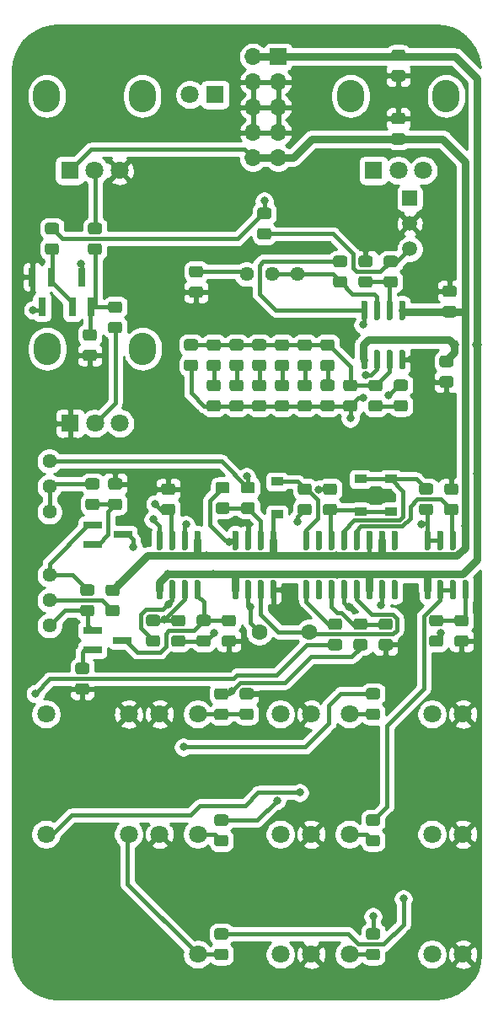
<source format=gbr>
G04 #@! TF.GenerationSoftware,KiCad,Pcbnew,5.1.6-c6e7f7d~87~ubuntu18.04.1*
G04 #@! TF.CreationDate,2020-11-08T18:53:39-05:00*
G04 #@! TF.ProjectId,modulation_source,6d6f6475-6c61-4746-996f-6e5f736f7572,0*
G04 #@! TF.SameCoordinates,Original*
G04 #@! TF.FileFunction,Copper,L2,Bot*
G04 #@! TF.FilePolarity,Positive*
%FSLAX46Y46*%
G04 Gerber Fmt 4.6, Leading zero omitted, Abs format (unit mm)*
G04 Created by KiCad (PCBNEW 5.1.6-c6e7f7d~87~ubuntu18.04.1) date 2020-11-08 18:53:39*
%MOMM*%
%LPD*%
G01*
G04 APERTURE LIST*
G04 #@! TA.AperFunction,ComponentPad*
%ADD10R,1.500000X1.500000*%
G04 #@! TD*
G04 #@! TA.AperFunction,ComponentPad*
%ADD11C,1.500000*%
G04 #@! TD*
G04 #@! TA.AperFunction,ComponentPad*
%ADD12C,1.600000*%
G04 #@! TD*
G04 #@! TA.AperFunction,SMDPad,CuDef*
%ADD13R,1.900000X0.800000*%
G04 #@! TD*
G04 #@! TA.AperFunction,SMDPad,CuDef*
%ADD14R,0.800000X1.900000*%
G04 #@! TD*
G04 #@! TA.AperFunction,ComponentPad*
%ADD15C,1.440000*%
G04 #@! TD*
G04 #@! TA.AperFunction,ComponentPad*
%ADD16O,2.720000X3.240000*%
G04 #@! TD*
G04 #@! TA.AperFunction,ComponentPad*
%ADD17C,1.800000*%
G04 #@! TD*
G04 #@! TA.AperFunction,ComponentPad*
%ADD18R,1.800000X1.800000*%
G04 #@! TD*
G04 #@! TA.AperFunction,ComponentPad*
%ADD19O,1.700000X1.700000*%
G04 #@! TD*
G04 #@! TA.AperFunction,ComponentPad*
%ADD20R,1.700000X1.700000*%
G04 #@! TD*
G04 #@! TA.AperFunction,SMDPad,CuDef*
%ADD21R,1.200000X0.900000*%
G04 #@! TD*
G04 #@! TA.AperFunction,ViaPad*
%ADD22C,0.800000*%
G04 #@! TD*
G04 #@! TA.AperFunction,ViaPad*
%ADD23C,1.000000*%
G04 #@! TD*
G04 #@! TA.AperFunction,Conductor*
%ADD24C,0.400000*%
G04 #@! TD*
G04 #@! TA.AperFunction,Conductor*
%ADD25C,0.500000*%
G04 #@! TD*
G04 #@! TA.AperFunction,Conductor*
%ADD26C,0.750000*%
G04 #@! TD*
G04 #@! TA.AperFunction,Conductor*
%ADD27C,1.000000*%
G04 #@! TD*
G04 #@! TA.AperFunction,Conductor*
%ADD28C,0.254000*%
G04 #@! TD*
G04 APERTURE END LIST*
D10*
X142113000Y-68834000D03*
D11*
X142113000Y-73914000D03*
X142113000Y-71374000D03*
G04 #@! TA.AperFunction,SMDPad,CuDef*
G36*
G01*
X139249999Y-113090000D02*
X140150001Y-113090000D01*
G75*
G02*
X140400000Y-113339999I0J-249999D01*
G01*
X140400000Y-113990001D01*
G75*
G02*
X140150001Y-114240000I-249999J0D01*
G01*
X139249999Y-114240000D01*
G75*
G02*
X139000000Y-113990001I0J249999D01*
G01*
X139000000Y-113339999D01*
G75*
G02*
X139249999Y-113090000I249999J0D01*
G01*
G37*
G04 #@! TD.AperFunction*
G04 #@! TA.AperFunction,SMDPad,CuDef*
G36*
G01*
X139249999Y-111040000D02*
X140150001Y-111040000D01*
G75*
G02*
X140400000Y-111289999I0J-249999D01*
G01*
X140400000Y-111940001D01*
G75*
G02*
X140150001Y-112190000I-249999J0D01*
G01*
X139249999Y-112190000D01*
G75*
G02*
X139000000Y-111940001I0J249999D01*
G01*
X139000000Y-111289999D01*
G75*
G02*
X139249999Y-111040000I249999J0D01*
G01*
G37*
G04 #@! TD.AperFunction*
D12*
X132000000Y-112395000D03*
X127000000Y-112395000D03*
G04 #@! TA.AperFunction,SMDPad,CuDef*
G36*
G01*
X140519999Y-62290000D02*
X141420001Y-62290000D01*
G75*
G02*
X141670000Y-62539999I0J-249999D01*
G01*
X141670000Y-63190001D01*
G75*
G02*
X141420001Y-63440000I-249999J0D01*
G01*
X140519999Y-63440000D01*
G75*
G02*
X140270000Y-63190001I0J249999D01*
G01*
X140270000Y-62539999D01*
G75*
G02*
X140519999Y-62290000I249999J0D01*
G01*
G37*
G04 #@! TD.AperFunction*
G04 #@! TA.AperFunction,SMDPad,CuDef*
G36*
G01*
X140519999Y-60240000D02*
X141420001Y-60240000D01*
G75*
G02*
X141670000Y-60489999I0J-249999D01*
G01*
X141670000Y-61140001D01*
G75*
G02*
X141420001Y-61390000I-249999J0D01*
G01*
X140519999Y-61390000D01*
G75*
G02*
X140270000Y-61140001I0J249999D01*
G01*
X140270000Y-60489999D01*
G75*
G02*
X140519999Y-60240000I249999J0D01*
G01*
G37*
G04 #@! TD.AperFunction*
G04 #@! TA.AperFunction,SMDPad,CuDef*
G36*
G01*
X140519999Y-55940000D02*
X141420001Y-55940000D01*
G75*
G02*
X141670000Y-56189999I0J-249999D01*
G01*
X141670000Y-56840001D01*
G75*
G02*
X141420001Y-57090000I-249999J0D01*
G01*
X140519999Y-57090000D01*
G75*
G02*
X140270000Y-56840001I0J249999D01*
G01*
X140270000Y-56189999D01*
G75*
G02*
X140519999Y-55940000I249999J0D01*
G01*
G37*
G04 #@! TD.AperFunction*
G04 #@! TA.AperFunction,SMDPad,CuDef*
G36*
G01*
X140519999Y-53890000D02*
X141420001Y-53890000D01*
G75*
G02*
X141670000Y-54139999I0J-249999D01*
G01*
X141670000Y-54790001D01*
G75*
G02*
X141420001Y-55040000I-249999J0D01*
G01*
X140519999Y-55040000D01*
G75*
G02*
X140270000Y-54790001I0J249999D01*
G01*
X140270000Y-54139999D01*
G75*
G02*
X140519999Y-53890000I249999J0D01*
G01*
G37*
G04 #@! TD.AperFunction*
G04 #@! TA.AperFunction,SMDPad,CuDef*
G36*
G01*
X120199999Y-77675000D02*
X121100001Y-77675000D01*
G75*
G02*
X121350000Y-77924999I0J-249999D01*
G01*
X121350000Y-78575001D01*
G75*
G02*
X121100001Y-78825000I-249999J0D01*
G01*
X120199999Y-78825000D01*
G75*
G02*
X119950000Y-78575001I0J249999D01*
G01*
X119950000Y-77924999D01*
G75*
G02*
X120199999Y-77675000I249999J0D01*
G01*
G37*
G04 #@! TD.AperFunction*
G04 #@! TA.AperFunction,SMDPad,CuDef*
G36*
G01*
X120199999Y-75625000D02*
X121100001Y-75625000D01*
G75*
G02*
X121350000Y-75874999I0J-249999D01*
G01*
X121350000Y-76525001D01*
G75*
G02*
X121100001Y-76775000I-249999J0D01*
G01*
X120199999Y-76775000D01*
G75*
G02*
X119950000Y-76525001I0J249999D01*
G01*
X119950000Y-75874999D01*
G75*
G02*
X120199999Y-75625000I249999J0D01*
G01*
G37*
G04 #@! TD.AperFunction*
G04 #@! TA.AperFunction,SMDPad,CuDef*
G36*
G01*
X141674001Y-88187000D02*
X140773999Y-88187000D01*
G75*
G02*
X140524000Y-87937001I0J249999D01*
G01*
X140524000Y-87286999D01*
G75*
G02*
X140773999Y-87037000I249999J0D01*
G01*
X141674001Y-87037000D01*
G75*
G02*
X141924000Y-87286999I0J-249999D01*
G01*
X141924000Y-87937001D01*
G75*
G02*
X141674001Y-88187000I-249999J0D01*
G01*
G37*
G04 #@! TD.AperFunction*
G04 #@! TA.AperFunction,SMDPad,CuDef*
G36*
G01*
X141674001Y-90237000D02*
X140773999Y-90237000D01*
G75*
G02*
X140524000Y-89987001I0J249999D01*
G01*
X140524000Y-89336999D01*
G75*
G02*
X140773999Y-89087000I249999J0D01*
G01*
X141674001Y-89087000D01*
G75*
G02*
X141924000Y-89336999I0J-249999D01*
G01*
X141924000Y-89987001D01*
G75*
G02*
X141674001Y-90237000I-249999J0D01*
G01*
G37*
G04 #@! TD.AperFunction*
G04 #@! TA.AperFunction,SMDPad,CuDef*
G36*
G01*
X139757999Y-76641000D02*
X140658001Y-76641000D01*
G75*
G02*
X140908000Y-76890999I0J-249999D01*
G01*
X140908000Y-77541001D01*
G75*
G02*
X140658001Y-77791000I-249999J0D01*
G01*
X139757999Y-77791000D01*
G75*
G02*
X139508000Y-77541001I0J249999D01*
G01*
X139508000Y-76890999D01*
G75*
G02*
X139757999Y-76641000I249999J0D01*
G01*
G37*
G04 #@! TD.AperFunction*
G04 #@! TA.AperFunction,SMDPad,CuDef*
G36*
G01*
X139757999Y-74591000D02*
X140658001Y-74591000D01*
G75*
G02*
X140908000Y-74840999I0J-249999D01*
G01*
X140908000Y-75491001D01*
G75*
G02*
X140658001Y-75741000I-249999J0D01*
G01*
X139757999Y-75741000D01*
G75*
G02*
X139508000Y-75491001I0J249999D01*
G01*
X139508000Y-74840999D01*
G75*
G02*
X139757999Y-74591000I249999J0D01*
G01*
G37*
G04 #@! TD.AperFunction*
G04 #@! TA.AperFunction,SMDPad,CuDef*
G36*
G01*
X137391000Y-84050000D02*
X137691000Y-84050000D01*
G75*
G02*
X137841000Y-84200000I0J-150000D01*
G01*
X137841000Y-85850000D01*
G75*
G02*
X137691000Y-86000000I-150000J0D01*
G01*
X137391000Y-86000000D01*
G75*
G02*
X137241000Y-85850000I0J150000D01*
G01*
X137241000Y-84200000D01*
G75*
G02*
X137391000Y-84050000I150000J0D01*
G01*
G37*
G04 #@! TD.AperFunction*
G04 #@! TA.AperFunction,SMDPad,CuDef*
G36*
G01*
X138661000Y-84050000D02*
X138961000Y-84050000D01*
G75*
G02*
X139111000Y-84200000I0J-150000D01*
G01*
X139111000Y-85850000D01*
G75*
G02*
X138961000Y-86000000I-150000J0D01*
G01*
X138661000Y-86000000D01*
G75*
G02*
X138511000Y-85850000I0J150000D01*
G01*
X138511000Y-84200000D01*
G75*
G02*
X138661000Y-84050000I150000J0D01*
G01*
G37*
G04 #@! TD.AperFunction*
G04 #@! TA.AperFunction,SMDPad,CuDef*
G36*
G01*
X139931000Y-84050000D02*
X140231000Y-84050000D01*
G75*
G02*
X140381000Y-84200000I0J-150000D01*
G01*
X140381000Y-85850000D01*
G75*
G02*
X140231000Y-86000000I-150000J0D01*
G01*
X139931000Y-86000000D01*
G75*
G02*
X139781000Y-85850000I0J150000D01*
G01*
X139781000Y-84200000D01*
G75*
G02*
X139931000Y-84050000I150000J0D01*
G01*
G37*
G04 #@! TD.AperFunction*
G04 #@! TA.AperFunction,SMDPad,CuDef*
G36*
G01*
X141201000Y-84050000D02*
X141501000Y-84050000D01*
G75*
G02*
X141651000Y-84200000I0J-150000D01*
G01*
X141651000Y-85850000D01*
G75*
G02*
X141501000Y-86000000I-150000J0D01*
G01*
X141201000Y-86000000D01*
G75*
G02*
X141051000Y-85850000I0J150000D01*
G01*
X141051000Y-84200000D01*
G75*
G02*
X141201000Y-84050000I150000J0D01*
G01*
G37*
G04 #@! TD.AperFunction*
G04 #@! TA.AperFunction,SMDPad,CuDef*
G36*
G01*
X141201000Y-79100000D02*
X141501000Y-79100000D01*
G75*
G02*
X141651000Y-79250000I0J-150000D01*
G01*
X141651000Y-80900000D01*
G75*
G02*
X141501000Y-81050000I-150000J0D01*
G01*
X141201000Y-81050000D01*
G75*
G02*
X141051000Y-80900000I0J150000D01*
G01*
X141051000Y-79250000D01*
G75*
G02*
X141201000Y-79100000I150000J0D01*
G01*
G37*
G04 #@! TD.AperFunction*
G04 #@! TA.AperFunction,SMDPad,CuDef*
G36*
G01*
X139931000Y-79100000D02*
X140231000Y-79100000D01*
G75*
G02*
X140381000Y-79250000I0J-150000D01*
G01*
X140381000Y-80900000D01*
G75*
G02*
X140231000Y-81050000I-150000J0D01*
G01*
X139931000Y-81050000D01*
G75*
G02*
X139781000Y-80900000I0J150000D01*
G01*
X139781000Y-79250000D01*
G75*
G02*
X139931000Y-79100000I150000J0D01*
G01*
G37*
G04 #@! TD.AperFunction*
G04 #@! TA.AperFunction,SMDPad,CuDef*
G36*
G01*
X138661000Y-79100000D02*
X138961000Y-79100000D01*
G75*
G02*
X139111000Y-79250000I0J-150000D01*
G01*
X139111000Y-80900000D01*
G75*
G02*
X138961000Y-81050000I-150000J0D01*
G01*
X138661000Y-81050000D01*
G75*
G02*
X138511000Y-80900000I0J150000D01*
G01*
X138511000Y-79250000D01*
G75*
G02*
X138661000Y-79100000I150000J0D01*
G01*
G37*
G04 #@! TD.AperFunction*
G04 #@! TA.AperFunction,SMDPad,CuDef*
G36*
G01*
X137391000Y-79100000D02*
X137691000Y-79100000D01*
G75*
G02*
X137841000Y-79250000I0J-150000D01*
G01*
X137841000Y-80900000D01*
G75*
G02*
X137691000Y-81050000I-150000J0D01*
G01*
X137391000Y-81050000D01*
G75*
G02*
X137241000Y-80900000I0J150000D01*
G01*
X137241000Y-79250000D01*
G75*
G02*
X137391000Y-79100000I150000J0D01*
G01*
G37*
G04 #@! TD.AperFunction*
G04 #@! TA.AperFunction,SMDPad,CuDef*
G36*
G01*
X143741000Y-107164000D02*
X144041000Y-107164000D01*
G75*
G02*
X144191000Y-107314000I0J-150000D01*
G01*
X144191000Y-108964000D01*
G75*
G02*
X144041000Y-109114000I-150000J0D01*
G01*
X143741000Y-109114000D01*
G75*
G02*
X143591000Y-108964000I0J150000D01*
G01*
X143591000Y-107314000D01*
G75*
G02*
X143741000Y-107164000I150000J0D01*
G01*
G37*
G04 #@! TD.AperFunction*
G04 #@! TA.AperFunction,SMDPad,CuDef*
G36*
G01*
X145011000Y-107164000D02*
X145311000Y-107164000D01*
G75*
G02*
X145461000Y-107314000I0J-150000D01*
G01*
X145461000Y-108964000D01*
G75*
G02*
X145311000Y-109114000I-150000J0D01*
G01*
X145011000Y-109114000D01*
G75*
G02*
X144861000Y-108964000I0J150000D01*
G01*
X144861000Y-107314000D01*
G75*
G02*
X145011000Y-107164000I150000J0D01*
G01*
G37*
G04 #@! TD.AperFunction*
G04 #@! TA.AperFunction,SMDPad,CuDef*
G36*
G01*
X146281000Y-107164000D02*
X146581000Y-107164000D01*
G75*
G02*
X146731000Y-107314000I0J-150000D01*
G01*
X146731000Y-108964000D01*
G75*
G02*
X146581000Y-109114000I-150000J0D01*
G01*
X146281000Y-109114000D01*
G75*
G02*
X146131000Y-108964000I0J150000D01*
G01*
X146131000Y-107314000D01*
G75*
G02*
X146281000Y-107164000I150000J0D01*
G01*
G37*
G04 #@! TD.AperFunction*
G04 #@! TA.AperFunction,SMDPad,CuDef*
G36*
G01*
X147551000Y-107164000D02*
X147851000Y-107164000D01*
G75*
G02*
X148001000Y-107314000I0J-150000D01*
G01*
X148001000Y-108964000D01*
G75*
G02*
X147851000Y-109114000I-150000J0D01*
G01*
X147551000Y-109114000D01*
G75*
G02*
X147401000Y-108964000I0J150000D01*
G01*
X147401000Y-107314000D01*
G75*
G02*
X147551000Y-107164000I150000J0D01*
G01*
G37*
G04 #@! TD.AperFunction*
G04 #@! TA.AperFunction,SMDPad,CuDef*
G36*
G01*
X147551000Y-102214000D02*
X147851000Y-102214000D01*
G75*
G02*
X148001000Y-102364000I0J-150000D01*
G01*
X148001000Y-104014000D01*
G75*
G02*
X147851000Y-104164000I-150000J0D01*
G01*
X147551000Y-104164000D01*
G75*
G02*
X147401000Y-104014000I0J150000D01*
G01*
X147401000Y-102364000D01*
G75*
G02*
X147551000Y-102214000I150000J0D01*
G01*
G37*
G04 #@! TD.AperFunction*
G04 #@! TA.AperFunction,SMDPad,CuDef*
G36*
G01*
X146281000Y-102214000D02*
X146581000Y-102214000D01*
G75*
G02*
X146731000Y-102364000I0J-150000D01*
G01*
X146731000Y-104014000D01*
G75*
G02*
X146581000Y-104164000I-150000J0D01*
G01*
X146281000Y-104164000D01*
G75*
G02*
X146131000Y-104014000I0J150000D01*
G01*
X146131000Y-102364000D01*
G75*
G02*
X146281000Y-102214000I150000J0D01*
G01*
G37*
G04 #@! TD.AperFunction*
G04 #@! TA.AperFunction,SMDPad,CuDef*
G36*
G01*
X145011000Y-102214000D02*
X145311000Y-102214000D01*
G75*
G02*
X145461000Y-102364000I0J-150000D01*
G01*
X145461000Y-104014000D01*
G75*
G02*
X145311000Y-104164000I-150000J0D01*
G01*
X145011000Y-104164000D01*
G75*
G02*
X144861000Y-104014000I0J150000D01*
G01*
X144861000Y-102364000D01*
G75*
G02*
X145011000Y-102214000I150000J0D01*
G01*
G37*
G04 #@! TD.AperFunction*
G04 #@! TA.AperFunction,SMDPad,CuDef*
G36*
G01*
X143741000Y-102214000D02*
X144041000Y-102214000D01*
G75*
G02*
X144191000Y-102364000I0J-150000D01*
G01*
X144191000Y-104014000D01*
G75*
G02*
X144041000Y-104164000I-150000J0D01*
G01*
X143741000Y-104164000D01*
G75*
G02*
X143591000Y-104014000I0J150000D01*
G01*
X143591000Y-102364000D01*
G75*
G02*
X143741000Y-102214000I150000J0D01*
G01*
G37*
G04 #@! TD.AperFunction*
G04 #@! TA.AperFunction,SMDPad,CuDef*
G36*
G01*
X116817000Y-107164000D02*
X117117000Y-107164000D01*
G75*
G02*
X117267000Y-107314000I0J-150000D01*
G01*
X117267000Y-108964000D01*
G75*
G02*
X117117000Y-109114000I-150000J0D01*
G01*
X116817000Y-109114000D01*
G75*
G02*
X116667000Y-108964000I0J150000D01*
G01*
X116667000Y-107314000D01*
G75*
G02*
X116817000Y-107164000I150000J0D01*
G01*
G37*
G04 #@! TD.AperFunction*
G04 #@! TA.AperFunction,SMDPad,CuDef*
G36*
G01*
X118087000Y-107164000D02*
X118387000Y-107164000D01*
G75*
G02*
X118537000Y-107314000I0J-150000D01*
G01*
X118537000Y-108964000D01*
G75*
G02*
X118387000Y-109114000I-150000J0D01*
G01*
X118087000Y-109114000D01*
G75*
G02*
X117937000Y-108964000I0J150000D01*
G01*
X117937000Y-107314000D01*
G75*
G02*
X118087000Y-107164000I150000J0D01*
G01*
G37*
G04 #@! TD.AperFunction*
G04 #@! TA.AperFunction,SMDPad,CuDef*
G36*
G01*
X119357000Y-107164000D02*
X119657000Y-107164000D01*
G75*
G02*
X119807000Y-107314000I0J-150000D01*
G01*
X119807000Y-108964000D01*
G75*
G02*
X119657000Y-109114000I-150000J0D01*
G01*
X119357000Y-109114000D01*
G75*
G02*
X119207000Y-108964000I0J150000D01*
G01*
X119207000Y-107314000D01*
G75*
G02*
X119357000Y-107164000I150000J0D01*
G01*
G37*
G04 #@! TD.AperFunction*
G04 #@! TA.AperFunction,SMDPad,CuDef*
G36*
G01*
X120627000Y-107164000D02*
X120927000Y-107164000D01*
G75*
G02*
X121077000Y-107314000I0J-150000D01*
G01*
X121077000Y-108964000D01*
G75*
G02*
X120927000Y-109114000I-150000J0D01*
G01*
X120627000Y-109114000D01*
G75*
G02*
X120477000Y-108964000I0J150000D01*
G01*
X120477000Y-107314000D01*
G75*
G02*
X120627000Y-107164000I150000J0D01*
G01*
G37*
G04 #@! TD.AperFunction*
G04 #@! TA.AperFunction,SMDPad,CuDef*
G36*
G01*
X120627000Y-102214000D02*
X120927000Y-102214000D01*
G75*
G02*
X121077000Y-102364000I0J-150000D01*
G01*
X121077000Y-104014000D01*
G75*
G02*
X120927000Y-104164000I-150000J0D01*
G01*
X120627000Y-104164000D01*
G75*
G02*
X120477000Y-104014000I0J150000D01*
G01*
X120477000Y-102364000D01*
G75*
G02*
X120627000Y-102214000I150000J0D01*
G01*
G37*
G04 #@! TD.AperFunction*
G04 #@! TA.AperFunction,SMDPad,CuDef*
G36*
G01*
X119357000Y-102214000D02*
X119657000Y-102214000D01*
G75*
G02*
X119807000Y-102364000I0J-150000D01*
G01*
X119807000Y-104014000D01*
G75*
G02*
X119657000Y-104164000I-150000J0D01*
G01*
X119357000Y-104164000D01*
G75*
G02*
X119207000Y-104014000I0J150000D01*
G01*
X119207000Y-102364000D01*
G75*
G02*
X119357000Y-102214000I150000J0D01*
G01*
G37*
G04 #@! TD.AperFunction*
G04 #@! TA.AperFunction,SMDPad,CuDef*
G36*
G01*
X118087000Y-102214000D02*
X118387000Y-102214000D01*
G75*
G02*
X118537000Y-102364000I0J-150000D01*
G01*
X118537000Y-104014000D01*
G75*
G02*
X118387000Y-104164000I-150000J0D01*
G01*
X118087000Y-104164000D01*
G75*
G02*
X117937000Y-104014000I0J150000D01*
G01*
X117937000Y-102364000D01*
G75*
G02*
X118087000Y-102214000I150000J0D01*
G01*
G37*
G04 #@! TD.AperFunction*
G04 #@! TA.AperFunction,SMDPad,CuDef*
G36*
G01*
X116817000Y-102214000D02*
X117117000Y-102214000D01*
G75*
G02*
X117267000Y-102364000I0J-150000D01*
G01*
X117267000Y-104014000D01*
G75*
G02*
X117117000Y-104164000I-150000J0D01*
G01*
X116817000Y-104164000D01*
G75*
G02*
X116667000Y-104014000I0J150000D01*
G01*
X116667000Y-102364000D01*
G75*
G02*
X116817000Y-102214000I150000J0D01*
G01*
G37*
G04 #@! TD.AperFunction*
G04 #@! TA.AperFunction,SMDPad,CuDef*
G36*
G01*
X124437000Y-107164000D02*
X124737000Y-107164000D01*
G75*
G02*
X124887000Y-107314000I0J-150000D01*
G01*
X124887000Y-108964000D01*
G75*
G02*
X124737000Y-109114000I-150000J0D01*
G01*
X124437000Y-109114000D01*
G75*
G02*
X124287000Y-108964000I0J150000D01*
G01*
X124287000Y-107314000D01*
G75*
G02*
X124437000Y-107164000I150000J0D01*
G01*
G37*
G04 #@! TD.AperFunction*
G04 #@! TA.AperFunction,SMDPad,CuDef*
G36*
G01*
X125707000Y-107164000D02*
X126007000Y-107164000D01*
G75*
G02*
X126157000Y-107314000I0J-150000D01*
G01*
X126157000Y-108964000D01*
G75*
G02*
X126007000Y-109114000I-150000J0D01*
G01*
X125707000Y-109114000D01*
G75*
G02*
X125557000Y-108964000I0J150000D01*
G01*
X125557000Y-107314000D01*
G75*
G02*
X125707000Y-107164000I150000J0D01*
G01*
G37*
G04 #@! TD.AperFunction*
G04 #@! TA.AperFunction,SMDPad,CuDef*
G36*
G01*
X126977000Y-107164000D02*
X127277000Y-107164000D01*
G75*
G02*
X127427000Y-107314000I0J-150000D01*
G01*
X127427000Y-108964000D01*
G75*
G02*
X127277000Y-109114000I-150000J0D01*
G01*
X126977000Y-109114000D01*
G75*
G02*
X126827000Y-108964000I0J150000D01*
G01*
X126827000Y-107314000D01*
G75*
G02*
X126977000Y-107164000I150000J0D01*
G01*
G37*
G04 #@! TD.AperFunction*
G04 #@! TA.AperFunction,SMDPad,CuDef*
G36*
G01*
X128247000Y-107164000D02*
X128547000Y-107164000D01*
G75*
G02*
X128697000Y-107314000I0J-150000D01*
G01*
X128697000Y-108964000D01*
G75*
G02*
X128547000Y-109114000I-150000J0D01*
G01*
X128247000Y-109114000D01*
G75*
G02*
X128097000Y-108964000I0J150000D01*
G01*
X128097000Y-107314000D01*
G75*
G02*
X128247000Y-107164000I150000J0D01*
G01*
G37*
G04 #@! TD.AperFunction*
G04 #@! TA.AperFunction,SMDPad,CuDef*
G36*
G01*
X128247000Y-102214000D02*
X128547000Y-102214000D01*
G75*
G02*
X128697000Y-102364000I0J-150000D01*
G01*
X128697000Y-104014000D01*
G75*
G02*
X128547000Y-104164000I-150000J0D01*
G01*
X128247000Y-104164000D01*
G75*
G02*
X128097000Y-104014000I0J150000D01*
G01*
X128097000Y-102364000D01*
G75*
G02*
X128247000Y-102214000I150000J0D01*
G01*
G37*
G04 #@! TD.AperFunction*
G04 #@! TA.AperFunction,SMDPad,CuDef*
G36*
G01*
X126977000Y-102214000D02*
X127277000Y-102214000D01*
G75*
G02*
X127427000Y-102364000I0J-150000D01*
G01*
X127427000Y-104014000D01*
G75*
G02*
X127277000Y-104164000I-150000J0D01*
G01*
X126977000Y-104164000D01*
G75*
G02*
X126827000Y-104014000I0J150000D01*
G01*
X126827000Y-102364000D01*
G75*
G02*
X126977000Y-102214000I150000J0D01*
G01*
G37*
G04 #@! TD.AperFunction*
G04 #@! TA.AperFunction,SMDPad,CuDef*
G36*
G01*
X125707000Y-102214000D02*
X126007000Y-102214000D01*
G75*
G02*
X126157000Y-102364000I0J-150000D01*
G01*
X126157000Y-104014000D01*
G75*
G02*
X126007000Y-104164000I-150000J0D01*
G01*
X125707000Y-104164000D01*
G75*
G02*
X125557000Y-104014000I0J150000D01*
G01*
X125557000Y-102364000D01*
G75*
G02*
X125707000Y-102214000I150000J0D01*
G01*
G37*
G04 #@! TD.AperFunction*
G04 #@! TA.AperFunction,SMDPad,CuDef*
G36*
G01*
X124437000Y-102214000D02*
X124737000Y-102214000D01*
G75*
G02*
X124887000Y-102364000I0J-150000D01*
G01*
X124887000Y-104014000D01*
G75*
G02*
X124737000Y-104164000I-150000J0D01*
G01*
X124437000Y-104164000D01*
G75*
G02*
X124287000Y-104014000I0J150000D01*
G01*
X124287000Y-102364000D01*
G75*
G02*
X124437000Y-102214000I150000J0D01*
G01*
G37*
G04 #@! TD.AperFunction*
G04 #@! TA.AperFunction,SMDPad,CuDef*
G36*
G01*
X138880001Y-143305000D02*
X137979999Y-143305000D01*
G75*
G02*
X137730000Y-143055001I0J249999D01*
G01*
X137730000Y-142404999D01*
G75*
G02*
X137979999Y-142155000I249999J0D01*
G01*
X138880001Y-142155000D01*
G75*
G02*
X139130000Y-142404999I0J-249999D01*
G01*
X139130000Y-143055001D01*
G75*
G02*
X138880001Y-143305000I-249999J0D01*
G01*
G37*
G04 #@! TD.AperFunction*
G04 #@! TA.AperFunction,SMDPad,CuDef*
G36*
G01*
X138880001Y-145355000D02*
X137979999Y-145355000D01*
G75*
G02*
X137730000Y-145105001I0J249999D01*
G01*
X137730000Y-144454999D01*
G75*
G02*
X137979999Y-144205000I249999J0D01*
G01*
X138880001Y-144205000D01*
G75*
G02*
X139130000Y-144454999I0J-249999D01*
G01*
X139130000Y-145105001D01*
G75*
G02*
X138880001Y-145355000I-249999J0D01*
G01*
G37*
G04 #@! TD.AperFunction*
D13*
X113236000Y-113218000D03*
X110236000Y-112268000D03*
X110236000Y-114168000D03*
X113284000Y-102616000D03*
X110284000Y-101666000D03*
X110284000Y-103566000D03*
D14*
X105156000Y-79732000D03*
X106106000Y-76732000D03*
X104206000Y-76732000D03*
X109154000Y-76756000D03*
X108204000Y-79756000D03*
X110104000Y-79756000D03*
G04 #@! TA.AperFunction,SMDPad,CuDef*
G36*
G01*
X131549000Y-107164000D02*
X131849000Y-107164000D01*
G75*
G02*
X131999000Y-107314000I0J-150000D01*
G01*
X131999000Y-108964000D01*
G75*
G02*
X131849000Y-109114000I-150000J0D01*
G01*
X131549000Y-109114000D01*
G75*
G02*
X131399000Y-108964000I0J150000D01*
G01*
X131399000Y-107314000D01*
G75*
G02*
X131549000Y-107164000I150000J0D01*
G01*
G37*
G04 #@! TD.AperFunction*
G04 #@! TA.AperFunction,SMDPad,CuDef*
G36*
G01*
X132819000Y-107164000D02*
X133119000Y-107164000D01*
G75*
G02*
X133269000Y-107314000I0J-150000D01*
G01*
X133269000Y-108964000D01*
G75*
G02*
X133119000Y-109114000I-150000J0D01*
G01*
X132819000Y-109114000D01*
G75*
G02*
X132669000Y-108964000I0J150000D01*
G01*
X132669000Y-107314000D01*
G75*
G02*
X132819000Y-107164000I150000J0D01*
G01*
G37*
G04 #@! TD.AperFunction*
G04 #@! TA.AperFunction,SMDPad,CuDef*
G36*
G01*
X134089000Y-107164000D02*
X134389000Y-107164000D01*
G75*
G02*
X134539000Y-107314000I0J-150000D01*
G01*
X134539000Y-108964000D01*
G75*
G02*
X134389000Y-109114000I-150000J0D01*
G01*
X134089000Y-109114000D01*
G75*
G02*
X133939000Y-108964000I0J150000D01*
G01*
X133939000Y-107314000D01*
G75*
G02*
X134089000Y-107164000I150000J0D01*
G01*
G37*
G04 #@! TD.AperFunction*
G04 #@! TA.AperFunction,SMDPad,CuDef*
G36*
G01*
X135359000Y-107164000D02*
X135659000Y-107164000D01*
G75*
G02*
X135809000Y-107314000I0J-150000D01*
G01*
X135809000Y-108964000D01*
G75*
G02*
X135659000Y-109114000I-150000J0D01*
G01*
X135359000Y-109114000D01*
G75*
G02*
X135209000Y-108964000I0J150000D01*
G01*
X135209000Y-107314000D01*
G75*
G02*
X135359000Y-107164000I150000J0D01*
G01*
G37*
G04 #@! TD.AperFunction*
G04 #@! TA.AperFunction,SMDPad,CuDef*
G36*
G01*
X136629000Y-107164000D02*
X136929000Y-107164000D01*
G75*
G02*
X137079000Y-107314000I0J-150000D01*
G01*
X137079000Y-108964000D01*
G75*
G02*
X136929000Y-109114000I-150000J0D01*
G01*
X136629000Y-109114000D01*
G75*
G02*
X136479000Y-108964000I0J150000D01*
G01*
X136479000Y-107314000D01*
G75*
G02*
X136629000Y-107164000I150000J0D01*
G01*
G37*
G04 #@! TD.AperFunction*
G04 #@! TA.AperFunction,SMDPad,CuDef*
G36*
G01*
X137899000Y-107164000D02*
X138199000Y-107164000D01*
G75*
G02*
X138349000Y-107314000I0J-150000D01*
G01*
X138349000Y-108964000D01*
G75*
G02*
X138199000Y-109114000I-150000J0D01*
G01*
X137899000Y-109114000D01*
G75*
G02*
X137749000Y-108964000I0J150000D01*
G01*
X137749000Y-107314000D01*
G75*
G02*
X137899000Y-107164000I150000J0D01*
G01*
G37*
G04 #@! TD.AperFunction*
G04 #@! TA.AperFunction,SMDPad,CuDef*
G36*
G01*
X139169000Y-107164000D02*
X139469000Y-107164000D01*
G75*
G02*
X139619000Y-107314000I0J-150000D01*
G01*
X139619000Y-108964000D01*
G75*
G02*
X139469000Y-109114000I-150000J0D01*
G01*
X139169000Y-109114000D01*
G75*
G02*
X139019000Y-108964000I0J150000D01*
G01*
X139019000Y-107314000D01*
G75*
G02*
X139169000Y-107164000I150000J0D01*
G01*
G37*
G04 #@! TD.AperFunction*
G04 #@! TA.AperFunction,SMDPad,CuDef*
G36*
G01*
X140439000Y-107164000D02*
X140739000Y-107164000D01*
G75*
G02*
X140889000Y-107314000I0J-150000D01*
G01*
X140889000Y-108964000D01*
G75*
G02*
X140739000Y-109114000I-150000J0D01*
G01*
X140439000Y-109114000D01*
G75*
G02*
X140289000Y-108964000I0J150000D01*
G01*
X140289000Y-107314000D01*
G75*
G02*
X140439000Y-107164000I150000J0D01*
G01*
G37*
G04 #@! TD.AperFunction*
G04 #@! TA.AperFunction,SMDPad,CuDef*
G36*
G01*
X140439000Y-102214000D02*
X140739000Y-102214000D01*
G75*
G02*
X140889000Y-102364000I0J-150000D01*
G01*
X140889000Y-104014000D01*
G75*
G02*
X140739000Y-104164000I-150000J0D01*
G01*
X140439000Y-104164000D01*
G75*
G02*
X140289000Y-104014000I0J150000D01*
G01*
X140289000Y-102364000D01*
G75*
G02*
X140439000Y-102214000I150000J0D01*
G01*
G37*
G04 #@! TD.AperFunction*
G04 #@! TA.AperFunction,SMDPad,CuDef*
G36*
G01*
X139169000Y-102214000D02*
X139469000Y-102214000D01*
G75*
G02*
X139619000Y-102364000I0J-150000D01*
G01*
X139619000Y-104014000D01*
G75*
G02*
X139469000Y-104164000I-150000J0D01*
G01*
X139169000Y-104164000D01*
G75*
G02*
X139019000Y-104014000I0J150000D01*
G01*
X139019000Y-102364000D01*
G75*
G02*
X139169000Y-102214000I150000J0D01*
G01*
G37*
G04 #@! TD.AperFunction*
G04 #@! TA.AperFunction,SMDPad,CuDef*
G36*
G01*
X137899000Y-102214000D02*
X138199000Y-102214000D01*
G75*
G02*
X138349000Y-102364000I0J-150000D01*
G01*
X138349000Y-104014000D01*
G75*
G02*
X138199000Y-104164000I-150000J0D01*
G01*
X137899000Y-104164000D01*
G75*
G02*
X137749000Y-104014000I0J150000D01*
G01*
X137749000Y-102364000D01*
G75*
G02*
X137899000Y-102214000I150000J0D01*
G01*
G37*
G04 #@! TD.AperFunction*
G04 #@! TA.AperFunction,SMDPad,CuDef*
G36*
G01*
X136629000Y-102214000D02*
X136929000Y-102214000D01*
G75*
G02*
X137079000Y-102364000I0J-150000D01*
G01*
X137079000Y-104014000D01*
G75*
G02*
X136929000Y-104164000I-150000J0D01*
G01*
X136629000Y-104164000D01*
G75*
G02*
X136479000Y-104014000I0J150000D01*
G01*
X136479000Y-102364000D01*
G75*
G02*
X136629000Y-102214000I150000J0D01*
G01*
G37*
G04 #@! TD.AperFunction*
G04 #@! TA.AperFunction,SMDPad,CuDef*
G36*
G01*
X135359000Y-102214000D02*
X135659000Y-102214000D01*
G75*
G02*
X135809000Y-102364000I0J-150000D01*
G01*
X135809000Y-104014000D01*
G75*
G02*
X135659000Y-104164000I-150000J0D01*
G01*
X135359000Y-104164000D01*
G75*
G02*
X135209000Y-104014000I0J150000D01*
G01*
X135209000Y-102364000D01*
G75*
G02*
X135359000Y-102214000I150000J0D01*
G01*
G37*
G04 #@! TD.AperFunction*
G04 #@! TA.AperFunction,SMDPad,CuDef*
G36*
G01*
X134089000Y-102214000D02*
X134389000Y-102214000D01*
G75*
G02*
X134539000Y-102364000I0J-150000D01*
G01*
X134539000Y-104014000D01*
G75*
G02*
X134389000Y-104164000I-150000J0D01*
G01*
X134089000Y-104164000D01*
G75*
G02*
X133939000Y-104014000I0J150000D01*
G01*
X133939000Y-102364000D01*
G75*
G02*
X134089000Y-102214000I150000J0D01*
G01*
G37*
G04 #@! TD.AperFunction*
G04 #@! TA.AperFunction,SMDPad,CuDef*
G36*
G01*
X132819000Y-102214000D02*
X133119000Y-102214000D01*
G75*
G02*
X133269000Y-102364000I0J-150000D01*
G01*
X133269000Y-104014000D01*
G75*
G02*
X133119000Y-104164000I-150000J0D01*
G01*
X132819000Y-104164000D01*
G75*
G02*
X132669000Y-104014000I0J150000D01*
G01*
X132669000Y-102364000D01*
G75*
G02*
X132819000Y-102214000I150000J0D01*
G01*
G37*
G04 #@! TD.AperFunction*
G04 #@! TA.AperFunction,SMDPad,CuDef*
G36*
G01*
X131549000Y-102214000D02*
X131849000Y-102214000D01*
G75*
G02*
X131999000Y-102364000I0J-150000D01*
G01*
X131999000Y-104014000D01*
G75*
G02*
X131849000Y-104164000I-150000J0D01*
G01*
X131549000Y-104164000D01*
G75*
G02*
X131399000Y-104014000I0J150000D01*
G01*
X131399000Y-102364000D01*
G75*
G02*
X131549000Y-102214000I150000J0D01*
G01*
G37*
G04 #@! TD.AperFunction*
D15*
X125730000Y-76454000D03*
X128270000Y-76454000D03*
X130810000Y-76454000D03*
D16*
X136170000Y-58540000D03*
X145770000Y-58540000D03*
D17*
X143470000Y-66040000D03*
X140970000Y-66040000D03*
D18*
X138470000Y-66040000D03*
D15*
X105918000Y-106680000D03*
X105918000Y-109220000D03*
X105918000Y-111760000D03*
X105918000Y-95250000D03*
X105918000Y-97790000D03*
X105918000Y-100330000D03*
D16*
X105650000Y-58540000D03*
X115250000Y-58540000D03*
D17*
X112950000Y-66040000D03*
X110450000Y-66040000D03*
D18*
X107950000Y-66040000D03*
D16*
X105690000Y-83940000D03*
X115290000Y-83940000D03*
D17*
X112990000Y-91440000D03*
X110490000Y-91440000D03*
D18*
X107990000Y-91440000D03*
G04 #@! TA.AperFunction,SMDPad,CuDef*
G36*
G01*
X123640001Y-143305000D02*
X122739999Y-143305000D01*
G75*
G02*
X122490000Y-143055001I0J249999D01*
G01*
X122490000Y-142404999D01*
G75*
G02*
X122739999Y-142155000I249999J0D01*
G01*
X123640001Y-142155000D01*
G75*
G02*
X123890000Y-142404999I0J-249999D01*
G01*
X123890000Y-143055001D01*
G75*
G02*
X123640001Y-143305000I-249999J0D01*
G01*
G37*
G04 #@! TD.AperFunction*
G04 #@! TA.AperFunction,SMDPad,CuDef*
G36*
G01*
X123640001Y-145355000D02*
X122739999Y-145355000D01*
G75*
G02*
X122490000Y-145105001I0J249999D01*
G01*
X122490000Y-144454999D01*
G75*
G02*
X122739999Y-144205000I249999J0D01*
G01*
X123640001Y-144205000D01*
G75*
G02*
X123890000Y-144454999I0J-249999D01*
G01*
X123890000Y-145105001D01*
G75*
G02*
X123640001Y-145355000I-249999J0D01*
G01*
G37*
G04 #@! TD.AperFunction*
G04 #@! TA.AperFunction,SMDPad,CuDef*
G36*
G01*
X134677999Y-76641000D02*
X135578001Y-76641000D01*
G75*
G02*
X135828000Y-76890999I0J-249999D01*
G01*
X135828000Y-77541001D01*
G75*
G02*
X135578001Y-77791000I-249999J0D01*
G01*
X134677999Y-77791000D01*
G75*
G02*
X134428000Y-77541001I0J249999D01*
G01*
X134428000Y-76890999D01*
G75*
G02*
X134677999Y-76641000I249999J0D01*
G01*
G37*
G04 #@! TD.AperFunction*
G04 #@! TA.AperFunction,SMDPad,CuDef*
G36*
G01*
X134677999Y-74591000D02*
X135578001Y-74591000D01*
G75*
G02*
X135828000Y-74840999I0J-249999D01*
G01*
X135828000Y-75491001D01*
G75*
G02*
X135578001Y-75741000I-249999J0D01*
G01*
X134677999Y-75741000D01*
G75*
G02*
X134428000Y-75491001I0J249999D01*
G01*
X134428000Y-74840999D01*
G75*
G02*
X134677999Y-74591000I249999J0D01*
G01*
G37*
G04 #@! TD.AperFunction*
G04 #@! TA.AperFunction,SMDPad,CuDef*
G36*
G01*
X120592001Y-84132000D02*
X119691999Y-84132000D01*
G75*
G02*
X119442000Y-83882001I0J249999D01*
G01*
X119442000Y-83231999D01*
G75*
G02*
X119691999Y-82982000I249999J0D01*
G01*
X120592001Y-82982000D01*
G75*
G02*
X120842000Y-83231999I0J-249999D01*
G01*
X120842000Y-83882001D01*
G75*
G02*
X120592001Y-84132000I-249999J0D01*
G01*
G37*
G04 #@! TD.AperFunction*
G04 #@! TA.AperFunction,SMDPad,CuDef*
G36*
G01*
X120592001Y-86182000D02*
X119691999Y-86182000D01*
G75*
G02*
X119442000Y-85932001I0J249999D01*
G01*
X119442000Y-85281999D01*
G75*
G02*
X119691999Y-85032000I249999J0D01*
G01*
X120592001Y-85032000D01*
G75*
G02*
X120842000Y-85281999I0J-249999D01*
G01*
X120842000Y-85932001D01*
G75*
G02*
X120592001Y-86182000I-249999J0D01*
G01*
G37*
G04 #@! TD.AperFunction*
G04 #@! TA.AperFunction,SMDPad,CuDef*
G36*
G01*
X122878001Y-84141000D02*
X121977999Y-84141000D01*
G75*
G02*
X121728000Y-83891001I0J249999D01*
G01*
X121728000Y-83240999D01*
G75*
G02*
X121977999Y-82991000I249999J0D01*
G01*
X122878001Y-82991000D01*
G75*
G02*
X123128000Y-83240999I0J-249999D01*
G01*
X123128000Y-83891001D01*
G75*
G02*
X122878001Y-84141000I-249999J0D01*
G01*
G37*
G04 #@! TD.AperFunction*
G04 #@! TA.AperFunction,SMDPad,CuDef*
G36*
G01*
X122878001Y-86191000D02*
X121977999Y-86191000D01*
G75*
G02*
X121728000Y-85941001I0J249999D01*
G01*
X121728000Y-85290999D01*
G75*
G02*
X121977999Y-85041000I249999J0D01*
G01*
X122878001Y-85041000D01*
G75*
G02*
X123128000Y-85290999I0J-249999D01*
G01*
X123128000Y-85941001D01*
G75*
G02*
X122878001Y-86191000I-249999J0D01*
G01*
G37*
G04 #@! TD.AperFunction*
G04 #@! TA.AperFunction,SMDPad,CuDef*
G36*
G01*
X125164001Y-84123000D02*
X124263999Y-84123000D01*
G75*
G02*
X124014000Y-83873001I0J249999D01*
G01*
X124014000Y-83222999D01*
G75*
G02*
X124263999Y-82973000I249999J0D01*
G01*
X125164001Y-82973000D01*
G75*
G02*
X125414000Y-83222999I0J-249999D01*
G01*
X125414000Y-83873001D01*
G75*
G02*
X125164001Y-84123000I-249999J0D01*
G01*
G37*
G04 #@! TD.AperFunction*
G04 #@! TA.AperFunction,SMDPad,CuDef*
G36*
G01*
X125164001Y-86173000D02*
X124263999Y-86173000D01*
G75*
G02*
X124014000Y-85923001I0J249999D01*
G01*
X124014000Y-85272999D01*
G75*
G02*
X124263999Y-85023000I249999J0D01*
G01*
X125164001Y-85023000D01*
G75*
G02*
X125414000Y-85272999I0J-249999D01*
G01*
X125414000Y-85923001D01*
G75*
G02*
X125164001Y-86173000I-249999J0D01*
G01*
G37*
G04 #@! TD.AperFunction*
G04 #@! TA.AperFunction,SMDPad,CuDef*
G36*
G01*
X127450001Y-84123000D02*
X126549999Y-84123000D01*
G75*
G02*
X126300000Y-83873001I0J249999D01*
G01*
X126300000Y-83222999D01*
G75*
G02*
X126549999Y-82973000I249999J0D01*
G01*
X127450001Y-82973000D01*
G75*
G02*
X127700000Y-83222999I0J-249999D01*
G01*
X127700000Y-83873001D01*
G75*
G02*
X127450001Y-84123000I-249999J0D01*
G01*
G37*
G04 #@! TD.AperFunction*
G04 #@! TA.AperFunction,SMDPad,CuDef*
G36*
G01*
X127450001Y-86173000D02*
X126549999Y-86173000D01*
G75*
G02*
X126300000Y-85923001I0J249999D01*
G01*
X126300000Y-85272999D01*
G75*
G02*
X126549999Y-85023000I249999J0D01*
G01*
X127450001Y-85023000D01*
G75*
G02*
X127700000Y-85272999I0J-249999D01*
G01*
X127700000Y-85923001D01*
G75*
G02*
X127450001Y-86173000I-249999J0D01*
G01*
G37*
G04 #@! TD.AperFunction*
G04 #@! TA.AperFunction,SMDPad,CuDef*
G36*
G01*
X129736001Y-84141000D02*
X128835999Y-84141000D01*
G75*
G02*
X128586000Y-83891001I0J249999D01*
G01*
X128586000Y-83240999D01*
G75*
G02*
X128835999Y-82991000I249999J0D01*
G01*
X129736001Y-82991000D01*
G75*
G02*
X129986000Y-83240999I0J-249999D01*
G01*
X129986000Y-83891001D01*
G75*
G02*
X129736001Y-84141000I-249999J0D01*
G01*
G37*
G04 #@! TD.AperFunction*
G04 #@! TA.AperFunction,SMDPad,CuDef*
G36*
G01*
X129736001Y-86191000D02*
X128835999Y-86191000D01*
G75*
G02*
X128586000Y-85941001I0J249999D01*
G01*
X128586000Y-85290999D01*
G75*
G02*
X128835999Y-85041000I249999J0D01*
G01*
X129736001Y-85041000D01*
G75*
G02*
X129986000Y-85290999I0J-249999D01*
G01*
X129986000Y-85941001D01*
G75*
G02*
X129736001Y-86191000I-249999J0D01*
G01*
G37*
G04 #@! TD.AperFunction*
G04 #@! TA.AperFunction,SMDPad,CuDef*
G36*
G01*
X132022001Y-84141000D02*
X131121999Y-84141000D01*
G75*
G02*
X130872000Y-83891001I0J249999D01*
G01*
X130872000Y-83240999D01*
G75*
G02*
X131121999Y-82991000I249999J0D01*
G01*
X132022001Y-82991000D01*
G75*
G02*
X132272000Y-83240999I0J-249999D01*
G01*
X132272000Y-83891001D01*
G75*
G02*
X132022001Y-84141000I-249999J0D01*
G01*
G37*
G04 #@! TD.AperFunction*
G04 #@! TA.AperFunction,SMDPad,CuDef*
G36*
G01*
X132022001Y-86191000D02*
X131121999Y-86191000D01*
G75*
G02*
X130872000Y-85941001I0J249999D01*
G01*
X130872000Y-85290999D01*
G75*
G02*
X131121999Y-85041000I249999J0D01*
G01*
X132022001Y-85041000D01*
G75*
G02*
X132272000Y-85290999I0J-249999D01*
G01*
X132272000Y-85941001D01*
G75*
G02*
X132022001Y-86191000I-249999J0D01*
G01*
G37*
G04 #@! TD.AperFunction*
G04 #@! TA.AperFunction,SMDPad,CuDef*
G36*
G01*
X134308001Y-84141000D02*
X133407999Y-84141000D01*
G75*
G02*
X133158000Y-83891001I0J249999D01*
G01*
X133158000Y-83240999D01*
G75*
G02*
X133407999Y-82991000I249999J0D01*
G01*
X134308001Y-82991000D01*
G75*
G02*
X134558000Y-83240999I0J-249999D01*
G01*
X134558000Y-83891001D01*
G75*
G02*
X134308001Y-84141000I-249999J0D01*
G01*
G37*
G04 #@! TD.AperFunction*
G04 #@! TA.AperFunction,SMDPad,CuDef*
G36*
G01*
X134308001Y-86191000D02*
X133407999Y-86191000D01*
G75*
G02*
X133158000Y-85941001I0J249999D01*
G01*
X133158000Y-85290999D01*
G75*
G02*
X133407999Y-85041000I249999J0D01*
G01*
X134308001Y-85041000D01*
G75*
G02*
X134558000Y-85290999I0J-249999D01*
G01*
X134558000Y-85941001D01*
G75*
G02*
X134308001Y-86191000I-249999J0D01*
G01*
G37*
G04 #@! TD.AperFunction*
G04 #@! TA.AperFunction,SMDPad,CuDef*
G36*
G01*
X138233999Y-89105000D02*
X139134001Y-89105000D01*
G75*
G02*
X139384000Y-89354999I0J-249999D01*
G01*
X139384000Y-90005001D01*
G75*
G02*
X139134001Y-90255000I-249999J0D01*
G01*
X138233999Y-90255000D01*
G75*
G02*
X137984000Y-90005001I0J249999D01*
G01*
X137984000Y-89354999D01*
G75*
G02*
X138233999Y-89105000I249999J0D01*
G01*
G37*
G04 #@! TD.AperFunction*
G04 #@! TA.AperFunction,SMDPad,CuDef*
G36*
G01*
X138233999Y-87055000D02*
X139134001Y-87055000D01*
G75*
G02*
X139384000Y-87304999I0J-249999D01*
G01*
X139384000Y-87955001D01*
G75*
G02*
X139134001Y-88205000I-249999J0D01*
G01*
X138233999Y-88205000D01*
G75*
G02*
X137984000Y-87955001I0J249999D01*
G01*
X137984000Y-87304999D01*
G75*
G02*
X138233999Y-87055000I249999J0D01*
G01*
G37*
G04 #@! TD.AperFunction*
G04 #@! TA.AperFunction,SMDPad,CuDef*
G36*
G01*
X137217999Y-76641000D02*
X138118001Y-76641000D01*
G75*
G02*
X138368000Y-76890999I0J-249999D01*
G01*
X138368000Y-77541001D01*
G75*
G02*
X138118001Y-77791000I-249999J0D01*
G01*
X137217999Y-77791000D01*
G75*
G02*
X136968000Y-77541001I0J249999D01*
G01*
X136968000Y-76890999D01*
G75*
G02*
X137217999Y-76641000I249999J0D01*
G01*
G37*
G04 #@! TD.AperFunction*
G04 #@! TA.AperFunction,SMDPad,CuDef*
G36*
G01*
X137217999Y-74591000D02*
X138118001Y-74591000D01*
G75*
G02*
X138368000Y-74840999I0J-249999D01*
G01*
X138368000Y-75491001D01*
G75*
G02*
X138118001Y-75741000I-249999J0D01*
G01*
X137217999Y-75741000D01*
G75*
G02*
X136968000Y-75491001I0J249999D01*
G01*
X136968000Y-74840999D01*
G75*
G02*
X137217999Y-74591000I249999J0D01*
G01*
G37*
G04 #@! TD.AperFunction*
G04 #@! TA.AperFunction,SMDPad,CuDef*
G36*
G01*
X127057999Y-71824000D02*
X127958001Y-71824000D01*
G75*
G02*
X128208000Y-72073999I0J-249999D01*
G01*
X128208000Y-72724001D01*
G75*
G02*
X127958001Y-72974000I-249999J0D01*
G01*
X127057999Y-72974000D01*
G75*
G02*
X126808000Y-72724001I0J249999D01*
G01*
X126808000Y-72073999D01*
G75*
G02*
X127057999Y-71824000I249999J0D01*
G01*
G37*
G04 #@! TD.AperFunction*
G04 #@! TA.AperFunction,SMDPad,CuDef*
G36*
G01*
X127057999Y-69774000D02*
X127958001Y-69774000D01*
G75*
G02*
X128208000Y-70023999I0J-249999D01*
G01*
X128208000Y-70674001D01*
G75*
G02*
X127958001Y-70924000I-249999J0D01*
G01*
X127057999Y-70924000D01*
G75*
G02*
X126808000Y-70674001I0J249999D01*
G01*
X126808000Y-70023999D01*
G75*
G02*
X127057999Y-69774000I249999J0D01*
G01*
G37*
G04 #@! TD.AperFunction*
G04 #@! TA.AperFunction,SMDPad,CuDef*
G36*
G01*
X138880001Y-131875000D02*
X137979999Y-131875000D01*
G75*
G02*
X137730000Y-131625001I0J249999D01*
G01*
X137730000Y-130974999D01*
G75*
G02*
X137979999Y-130725000I249999J0D01*
G01*
X138880001Y-130725000D01*
G75*
G02*
X139130000Y-130974999I0J-249999D01*
G01*
X139130000Y-131625001D01*
G75*
G02*
X138880001Y-131875000I-249999J0D01*
G01*
G37*
G04 #@! TD.AperFunction*
G04 #@! TA.AperFunction,SMDPad,CuDef*
G36*
G01*
X138880001Y-133925000D02*
X137979999Y-133925000D01*
G75*
G02*
X137730000Y-133675001I0J249999D01*
G01*
X137730000Y-133024999D01*
G75*
G02*
X137979999Y-132775000I249999J0D01*
G01*
X138880001Y-132775000D01*
G75*
G02*
X139130000Y-133024999I0J-249999D01*
G01*
X139130000Y-133675001D01*
G75*
G02*
X138880001Y-133925000I-249999J0D01*
G01*
G37*
G04 #@! TD.AperFunction*
G04 #@! TA.AperFunction,SMDPad,CuDef*
G36*
G01*
X144329999Y-112727000D02*
X145230001Y-112727000D01*
G75*
G02*
X145480000Y-112976999I0J-249999D01*
G01*
X145480000Y-113627001D01*
G75*
G02*
X145230001Y-113877000I-249999J0D01*
G01*
X144329999Y-113877000D01*
G75*
G02*
X144080000Y-113627001I0J249999D01*
G01*
X144080000Y-112976999D01*
G75*
G02*
X144329999Y-112727000I249999J0D01*
G01*
G37*
G04 #@! TD.AperFunction*
G04 #@! TA.AperFunction,SMDPad,CuDef*
G36*
G01*
X144329999Y-110677000D02*
X145230001Y-110677000D01*
G75*
G02*
X145480000Y-110926999I0J-249999D01*
G01*
X145480000Y-111577001D01*
G75*
G02*
X145230001Y-111827000I-249999J0D01*
G01*
X144329999Y-111827000D01*
G75*
G02*
X144080000Y-111577001I0J249999D01*
G01*
X144080000Y-110926999D01*
G75*
G02*
X144329999Y-110677000I249999J0D01*
G01*
G37*
G04 #@! TD.AperFunction*
G04 #@! TA.AperFunction,SMDPad,CuDef*
G36*
G01*
X144214001Y-98601000D02*
X143313999Y-98601000D01*
G75*
G02*
X143064000Y-98351001I0J249999D01*
G01*
X143064000Y-97700999D01*
G75*
G02*
X143313999Y-97451000I249999J0D01*
G01*
X144214001Y-97451000D01*
G75*
G02*
X144464000Y-97700999I0J-249999D01*
G01*
X144464000Y-98351001D01*
G75*
G02*
X144214001Y-98601000I-249999J0D01*
G01*
G37*
G04 #@! TD.AperFunction*
G04 #@! TA.AperFunction,SMDPad,CuDef*
G36*
G01*
X144214001Y-100651000D02*
X143313999Y-100651000D01*
G75*
G02*
X143064000Y-100401001I0J249999D01*
G01*
X143064000Y-99750999D01*
G75*
G02*
X143313999Y-99501000I249999J0D01*
G01*
X144214001Y-99501000D01*
G75*
G02*
X144464000Y-99750999I0J-249999D01*
G01*
X144464000Y-100401001D01*
G75*
G02*
X144214001Y-100651000I-249999J0D01*
G01*
G37*
G04 #@! TD.AperFunction*
G04 #@! TA.AperFunction,SMDPad,CuDef*
G36*
G01*
X131121999Y-99519000D02*
X132022001Y-99519000D01*
G75*
G02*
X132272000Y-99768999I0J-249999D01*
G01*
X132272000Y-100419001D01*
G75*
G02*
X132022001Y-100669000I-249999J0D01*
G01*
X131121999Y-100669000D01*
G75*
G02*
X130872000Y-100419001I0J249999D01*
G01*
X130872000Y-99768999D01*
G75*
G02*
X131121999Y-99519000I249999J0D01*
G01*
G37*
G04 #@! TD.AperFunction*
G04 #@! TA.AperFunction,SMDPad,CuDef*
G36*
G01*
X131121999Y-97469000D02*
X132022001Y-97469000D01*
G75*
G02*
X132272000Y-97718999I0J-249999D01*
G01*
X132272000Y-98369001D01*
G75*
G02*
X132022001Y-98619000I-249999J0D01*
G01*
X131121999Y-98619000D01*
G75*
G02*
X130872000Y-98369001I0J249999D01*
G01*
X130872000Y-97718999D01*
G75*
G02*
X131121999Y-97469000I249999J0D01*
G01*
G37*
G04 #@! TD.AperFunction*
G04 #@! TA.AperFunction,SMDPad,CuDef*
G36*
G01*
X134562001Y-98619000D02*
X133661999Y-98619000D01*
G75*
G02*
X133412000Y-98369001I0J249999D01*
G01*
X133412000Y-97718999D01*
G75*
G02*
X133661999Y-97469000I249999J0D01*
G01*
X134562001Y-97469000D01*
G75*
G02*
X134812000Y-97718999I0J-249999D01*
G01*
X134812000Y-98369001D01*
G75*
G02*
X134562001Y-98619000I-249999J0D01*
G01*
G37*
G04 #@! TD.AperFunction*
G04 #@! TA.AperFunction,SMDPad,CuDef*
G36*
G01*
X134562001Y-100669000D02*
X133661999Y-100669000D01*
G75*
G02*
X133412000Y-100419001I0J249999D01*
G01*
X133412000Y-99768999D01*
G75*
G02*
X133661999Y-99519000I249999J0D01*
G01*
X134562001Y-99519000D01*
G75*
G02*
X134812000Y-99768999I0J-249999D01*
G01*
X134812000Y-100419001D01*
G75*
G02*
X134562001Y-100669000I-249999J0D01*
G01*
G37*
G04 #@! TD.AperFunction*
G04 #@! TA.AperFunction,SMDPad,CuDef*
G36*
G01*
X117405999Y-99519000D02*
X118306001Y-99519000D01*
G75*
G02*
X118556000Y-99768999I0J-249999D01*
G01*
X118556000Y-100419001D01*
G75*
G02*
X118306001Y-100669000I-249999J0D01*
G01*
X117405999Y-100669000D01*
G75*
G02*
X117156000Y-100419001I0J249999D01*
G01*
X117156000Y-99768999D01*
G75*
G02*
X117405999Y-99519000I249999J0D01*
G01*
G37*
G04 #@! TD.AperFunction*
G04 #@! TA.AperFunction,SMDPad,CuDef*
G36*
G01*
X117405999Y-97469000D02*
X118306001Y-97469000D01*
G75*
G02*
X118556000Y-97718999I0J-249999D01*
G01*
X118556000Y-98369001D01*
G75*
G02*
X118306001Y-98619000I-249999J0D01*
G01*
X117405999Y-98619000D01*
G75*
G02*
X117156000Y-98369001I0J249999D01*
G01*
X117156000Y-97718999D01*
G75*
G02*
X117405999Y-97469000I249999J0D01*
G01*
G37*
G04 #@! TD.AperFunction*
G04 #@! TA.AperFunction,SMDPad,CuDef*
G36*
G01*
X138880001Y-119175000D02*
X137979999Y-119175000D01*
G75*
G02*
X137730000Y-118925001I0J249999D01*
G01*
X137730000Y-118274999D01*
G75*
G02*
X137979999Y-118025000I249999J0D01*
G01*
X138880001Y-118025000D01*
G75*
G02*
X139130000Y-118274999I0J-249999D01*
G01*
X139130000Y-118925001D01*
G75*
G02*
X138880001Y-119175000I-249999J0D01*
G01*
G37*
G04 #@! TD.AperFunction*
G04 #@! TA.AperFunction,SMDPad,CuDef*
G36*
G01*
X138880001Y-121225000D02*
X137979999Y-121225000D01*
G75*
G02*
X137730000Y-120975001I0J249999D01*
G01*
X137730000Y-120324999D01*
G75*
G02*
X137979999Y-120075000I249999J0D01*
G01*
X138880001Y-120075000D01*
G75*
G02*
X139130000Y-120324999I0J-249999D01*
G01*
X139130000Y-120975001D01*
G75*
G02*
X138880001Y-121225000I-249999J0D01*
G01*
G37*
G04 #@! TD.AperFunction*
G04 #@! TA.AperFunction,SMDPad,CuDef*
G36*
G01*
X116782001Y-111809000D02*
X115881999Y-111809000D01*
G75*
G02*
X115632000Y-111559001I0J249999D01*
G01*
X115632000Y-110908999D01*
G75*
G02*
X115881999Y-110659000I249999J0D01*
G01*
X116782001Y-110659000D01*
G75*
G02*
X117032000Y-110908999I0J-249999D01*
G01*
X117032000Y-111559001D01*
G75*
G02*
X116782001Y-111809000I-249999J0D01*
G01*
G37*
G04 #@! TD.AperFunction*
G04 #@! TA.AperFunction,SMDPad,CuDef*
G36*
G01*
X116782001Y-113859000D02*
X115881999Y-113859000D01*
G75*
G02*
X115632000Y-113609001I0J249999D01*
G01*
X115632000Y-112958999D01*
G75*
G02*
X115881999Y-112709000I249999J0D01*
G01*
X116782001Y-112709000D01*
G75*
G02*
X117032000Y-112958999I0J-249999D01*
G01*
X117032000Y-113609001D01*
G75*
G02*
X116782001Y-113859000I-249999J0D01*
G01*
G37*
G04 #@! TD.AperFunction*
G04 #@! TA.AperFunction,SMDPad,CuDef*
G36*
G01*
X124402001Y-111827000D02*
X123501999Y-111827000D01*
G75*
G02*
X123252000Y-111577001I0J249999D01*
G01*
X123252000Y-110926999D01*
G75*
G02*
X123501999Y-110677000I249999J0D01*
G01*
X124402001Y-110677000D01*
G75*
G02*
X124652000Y-110926999I0J-249999D01*
G01*
X124652000Y-111577001D01*
G75*
G02*
X124402001Y-111827000I-249999J0D01*
G01*
G37*
G04 #@! TD.AperFunction*
G04 #@! TA.AperFunction,SMDPad,CuDef*
G36*
G01*
X124402001Y-113877000D02*
X123501999Y-113877000D01*
G75*
G02*
X123252000Y-113627001I0J249999D01*
G01*
X123252000Y-112976999D01*
G75*
G02*
X123501999Y-112727000I249999J0D01*
G01*
X124402001Y-112727000D01*
G75*
G02*
X124652000Y-112976999I0J-249999D01*
G01*
X124652000Y-113627001D01*
G75*
G02*
X124402001Y-113877000I-249999J0D01*
G01*
G37*
G04 #@! TD.AperFunction*
G04 #@! TA.AperFunction,SMDPad,CuDef*
G36*
G01*
X109670001Y-116635000D02*
X108769999Y-116635000D01*
G75*
G02*
X108520000Y-116385001I0J249999D01*
G01*
X108520000Y-115734999D01*
G75*
G02*
X108769999Y-115485000I249999J0D01*
G01*
X109670001Y-115485000D01*
G75*
G02*
X109920000Y-115734999I0J-249999D01*
G01*
X109920000Y-116385001D01*
G75*
G02*
X109670001Y-116635000I-249999J0D01*
G01*
G37*
G04 #@! TD.AperFunction*
G04 #@! TA.AperFunction,SMDPad,CuDef*
G36*
G01*
X109670001Y-118685000D02*
X108769999Y-118685000D01*
G75*
G02*
X108520000Y-118435001I0J249999D01*
G01*
X108520000Y-117784999D01*
G75*
G02*
X108769999Y-117535000I249999J0D01*
G01*
X109670001Y-117535000D01*
G75*
G02*
X109920000Y-117784999I0J-249999D01*
G01*
X109920000Y-118435001D01*
G75*
G02*
X109670001Y-118685000I-249999J0D01*
G01*
G37*
G04 #@! TD.AperFunction*
G04 #@! TA.AperFunction,SMDPad,CuDef*
G36*
G01*
X120961999Y-112718000D02*
X121862001Y-112718000D01*
G75*
G02*
X122112000Y-112967999I0J-249999D01*
G01*
X122112000Y-113618001D01*
G75*
G02*
X121862001Y-113868000I-249999J0D01*
G01*
X120961999Y-113868000D01*
G75*
G02*
X120712000Y-113618001I0J249999D01*
G01*
X120712000Y-112967999D01*
G75*
G02*
X120961999Y-112718000I249999J0D01*
G01*
G37*
G04 #@! TD.AperFunction*
G04 #@! TA.AperFunction,SMDPad,CuDef*
G36*
G01*
X120961999Y-110668000D02*
X121862001Y-110668000D01*
G75*
G02*
X122112000Y-110917999I0J-249999D01*
G01*
X122112000Y-111568001D01*
G75*
G02*
X121862001Y-111818000I-249999J0D01*
G01*
X120961999Y-111818000D01*
G75*
G02*
X120712000Y-111568001I0J249999D01*
G01*
X120712000Y-110917999D01*
G75*
G02*
X120961999Y-110668000I249999J0D01*
G01*
G37*
G04 #@! TD.AperFunction*
G04 #@! TA.AperFunction,SMDPad,CuDef*
G36*
G01*
X111817999Y-109679000D02*
X112718001Y-109679000D01*
G75*
G02*
X112968000Y-109928999I0J-249999D01*
G01*
X112968000Y-110579001D01*
G75*
G02*
X112718001Y-110829000I-249999J0D01*
G01*
X111817999Y-110829000D01*
G75*
G02*
X111568000Y-110579001I0J249999D01*
G01*
X111568000Y-109928999D01*
G75*
G02*
X111817999Y-109679000I249999J0D01*
G01*
G37*
G04 #@! TD.AperFunction*
G04 #@! TA.AperFunction,SMDPad,CuDef*
G36*
G01*
X111817999Y-107629000D02*
X112718001Y-107629000D01*
G75*
G02*
X112968000Y-107878999I0J-249999D01*
G01*
X112968000Y-108529001D01*
G75*
G02*
X112718001Y-108779000I-249999J0D01*
G01*
X111817999Y-108779000D01*
G75*
G02*
X111568000Y-108529001I0J249999D01*
G01*
X111568000Y-107878999D01*
G75*
G02*
X111817999Y-107629000I249999J0D01*
G01*
G37*
G04 #@! TD.AperFunction*
G04 #@! TA.AperFunction,SMDPad,CuDef*
G36*
G01*
X109277999Y-109661000D02*
X110178001Y-109661000D01*
G75*
G02*
X110428000Y-109910999I0J-249999D01*
G01*
X110428000Y-110561001D01*
G75*
G02*
X110178001Y-110811000I-249999J0D01*
G01*
X109277999Y-110811000D01*
G75*
G02*
X109028000Y-110561001I0J249999D01*
G01*
X109028000Y-109910999D01*
G75*
G02*
X109277999Y-109661000I249999J0D01*
G01*
G37*
G04 #@! TD.AperFunction*
G04 #@! TA.AperFunction,SMDPad,CuDef*
G36*
G01*
X109277999Y-107611000D02*
X110178001Y-107611000D01*
G75*
G02*
X110428000Y-107860999I0J-249999D01*
G01*
X110428000Y-108511001D01*
G75*
G02*
X110178001Y-108761000I-249999J0D01*
G01*
X109277999Y-108761000D01*
G75*
G02*
X109028000Y-108511001I0J249999D01*
G01*
X109028000Y-107860999D01*
G75*
G02*
X109277999Y-107611000I249999J0D01*
G01*
G37*
G04 #@! TD.AperFunction*
G04 #@! TA.AperFunction,SMDPad,CuDef*
G36*
G01*
X118421999Y-112727000D02*
X119322001Y-112727000D01*
G75*
G02*
X119572000Y-112976999I0J-249999D01*
G01*
X119572000Y-113627001D01*
G75*
G02*
X119322001Y-113877000I-249999J0D01*
G01*
X118421999Y-113877000D01*
G75*
G02*
X118172000Y-113627001I0J249999D01*
G01*
X118172000Y-112976999D01*
G75*
G02*
X118421999Y-112727000I249999J0D01*
G01*
G37*
G04 #@! TD.AperFunction*
G04 #@! TA.AperFunction,SMDPad,CuDef*
G36*
G01*
X118421999Y-110677000D02*
X119322001Y-110677000D01*
G75*
G02*
X119572000Y-110926999I0J-249999D01*
G01*
X119572000Y-111577001D01*
G75*
G02*
X119322001Y-111827000I-249999J0D01*
G01*
X118421999Y-111827000D01*
G75*
G02*
X118172000Y-111577001I0J249999D01*
G01*
X118172000Y-110926999D01*
G75*
G02*
X118421999Y-110677000I249999J0D01*
G01*
G37*
G04 #@! TD.AperFunction*
G04 #@! TA.AperFunction,SMDPad,CuDef*
G36*
G01*
X112071999Y-98993000D02*
X112972001Y-98993000D01*
G75*
G02*
X113222000Y-99242999I0J-249999D01*
G01*
X113222000Y-99893001D01*
G75*
G02*
X112972001Y-100143000I-249999J0D01*
G01*
X112071999Y-100143000D01*
G75*
G02*
X111822000Y-99893001I0J249999D01*
G01*
X111822000Y-99242999D01*
G75*
G02*
X112071999Y-98993000I249999J0D01*
G01*
G37*
G04 #@! TD.AperFunction*
G04 #@! TA.AperFunction,SMDPad,CuDef*
G36*
G01*
X112071999Y-96943000D02*
X112972001Y-96943000D01*
G75*
G02*
X113222000Y-97192999I0J-249999D01*
G01*
X113222000Y-97843001D01*
G75*
G02*
X112972001Y-98093000I-249999J0D01*
G01*
X112071999Y-98093000D01*
G75*
G02*
X111822000Y-97843001I0J249999D01*
G01*
X111822000Y-97192999D01*
G75*
G02*
X112071999Y-96943000I249999J0D01*
G01*
G37*
G04 #@! TD.AperFunction*
G04 #@! TA.AperFunction,SMDPad,CuDef*
G36*
G01*
X109785999Y-98993000D02*
X110686001Y-98993000D01*
G75*
G02*
X110936000Y-99242999I0J-249999D01*
G01*
X110936000Y-99893001D01*
G75*
G02*
X110686001Y-100143000I-249999J0D01*
G01*
X109785999Y-100143000D01*
G75*
G02*
X109536000Y-99893001I0J249999D01*
G01*
X109536000Y-99242999D01*
G75*
G02*
X109785999Y-98993000I249999J0D01*
G01*
G37*
G04 #@! TD.AperFunction*
G04 #@! TA.AperFunction,SMDPad,CuDef*
G36*
G01*
X109785999Y-96943000D02*
X110686001Y-96943000D01*
G75*
G02*
X110936000Y-97192999I0J-249999D01*
G01*
X110936000Y-97843001D01*
G75*
G02*
X110686001Y-98093000I-249999J0D01*
G01*
X109785999Y-98093000D01*
G75*
G02*
X109536000Y-97843001I0J249999D01*
G01*
X109536000Y-97192999D01*
G75*
G02*
X109785999Y-96943000I249999J0D01*
G01*
G37*
G04 #@! TD.AperFunction*
G04 #@! TA.AperFunction,SMDPad,CuDef*
G36*
G01*
X135070001Y-112190000D02*
X134169999Y-112190000D01*
G75*
G02*
X133920000Y-111940001I0J249999D01*
G01*
X133920000Y-111289999D01*
G75*
G02*
X134169999Y-111040000I249999J0D01*
G01*
X135070001Y-111040000D01*
G75*
G02*
X135320000Y-111289999I0J-249999D01*
G01*
X135320000Y-111940001D01*
G75*
G02*
X135070001Y-112190000I-249999J0D01*
G01*
G37*
G04 #@! TD.AperFunction*
G04 #@! TA.AperFunction,SMDPad,CuDef*
G36*
G01*
X135070001Y-114240000D02*
X134169999Y-114240000D01*
G75*
G02*
X133920000Y-113990001I0J249999D01*
G01*
X133920000Y-113339999D01*
G75*
G02*
X134169999Y-113090000I249999J0D01*
G01*
X135070001Y-113090000D01*
G75*
G02*
X135320000Y-113339999I0J-249999D01*
G01*
X135320000Y-113990001D01*
G75*
G02*
X135070001Y-114240000I-249999J0D01*
G01*
G37*
G04 #@! TD.AperFunction*
G04 #@! TA.AperFunction,SMDPad,CuDef*
G36*
G01*
X105721999Y-73339000D02*
X106622001Y-73339000D01*
G75*
G02*
X106872000Y-73588999I0J-249999D01*
G01*
X106872000Y-74239001D01*
G75*
G02*
X106622001Y-74489000I-249999J0D01*
G01*
X105721999Y-74489000D01*
G75*
G02*
X105472000Y-74239001I0J249999D01*
G01*
X105472000Y-73588999D01*
G75*
G02*
X105721999Y-73339000I249999J0D01*
G01*
G37*
G04 #@! TD.AperFunction*
G04 #@! TA.AperFunction,SMDPad,CuDef*
G36*
G01*
X105721999Y-71289000D02*
X106622001Y-71289000D01*
G75*
G02*
X106872000Y-71538999I0J-249999D01*
G01*
X106872000Y-72189001D01*
G75*
G02*
X106622001Y-72439000I-249999J0D01*
G01*
X105721999Y-72439000D01*
G75*
G02*
X105472000Y-72189001I0J249999D01*
G01*
X105472000Y-71538999D01*
G75*
G02*
X105721999Y-71289000I249999J0D01*
G01*
G37*
G04 #@! TD.AperFunction*
G04 #@! TA.AperFunction,SMDPad,CuDef*
G36*
G01*
X109531999Y-84025000D02*
X110432001Y-84025000D01*
G75*
G02*
X110682000Y-84274999I0J-249999D01*
G01*
X110682000Y-84925001D01*
G75*
G02*
X110432001Y-85175000I-249999J0D01*
G01*
X109531999Y-85175000D01*
G75*
G02*
X109282000Y-84925001I0J249999D01*
G01*
X109282000Y-84274999D01*
G75*
G02*
X109531999Y-84025000I249999J0D01*
G01*
G37*
G04 #@! TD.AperFunction*
G04 #@! TA.AperFunction,SMDPad,CuDef*
G36*
G01*
X109531999Y-81975000D02*
X110432001Y-81975000D01*
G75*
G02*
X110682000Y-82224999I0J-249999D01*
G01*
X110682000Y-82875001D01*
G75*
G02*
X110432001Y-83125000I-249999J0D01*
G01*
X109531999Y-83125000D01*
G75*
G02*
X109282000Y-82875001I0J249999D01*
G01*
X109282000Y-82224999D01*
G75*
G02*
X109531999Y-81975000I249999J0D01*
G01*
G37*
G04 #@! TD.AperFunction*
G04 #@! TA.AperFunction,SMDPad,CuDef*
G36*
G01*
X136709999Y-113090000D02*
X137610001Y-113090000D01*
G75*
G02*
X137860000Y-113339999I0J-249999D01*
G01*
X137860000Y-113990001D01*
G75*
G02*
X137610001Y-114240000I-249999J0D01*
G01*
X136709999Y-114240000D01*
G75*
G02*
X136460000Y-113990001I0J249999D01*
G01*
X136460000Y-113339999D01*
G75*
G02*
X136709999Y-113090000I249999J0D01*
G01*
G37*
G04 #@! TD.AperFunction*
G04 #@! TA.AperFunction,SMDPad,CuDef*
G36*
G01*
X136709999Y-111040000D02*
X137610001Y-111040000D01*
G75*
G02*
X137860000Y-111289999I0J-249999D01*
G01*
X137860000Y-111940001D01*
G75*
G02*
X137610001Y-112190000I-249999J0D01*
G01*
X136709999Y-112190000D01*
G75*
G02*
X136460000Y-111940001I0J249999D01*
G01*
X136460000Y-111289999D01*
G75*
G02*
X136709999Y-111040000I249999J0D01*
G01*
G37*
G04 #@! TD.AperFunction*
G04 #@! TA.AperFunction,SMDPad,CuDef*
G36*
G01*
X126180001Y-119175000D02*
X125279999Y-119175000D01*
G75*
G02*
X125030000Y-118925001I0J249999D01*
G01*
X125030000Y-118274999D01*
G75*
G02*
X125279999Y-118025000I249999J0D01*
G01*
X126180001Y-118025000D01*
G75*
G02*
X126430000Y-118274999I0J-249999D01*
G01*
X126430000Y-118925001D01*
G75*
G02*
X126180001Y-119175000I-249999J0D01*
G01*
G37*
G04 #@! TD.AperFunction*
G04 #@! TA.AperFunction,SMDPad,CuDef*
G36*
G01*
X126180001Y-121225000D02*
X125279999Y-121225000D01*
G75*
G02*
X125030000Y-120975001I0J249999D01*
G01*
X125030000Y-120324999D01*
G75*
G02*
X125279999Y-120075000I249999J0D01*
G01*
X126180001Y-120075000D01*
G75*
G02*
X126430000Y-120324999I0J-249999D01*
G01*
X126430000Y-120975001D01*
G75*
G02*
X126180001Y-121225000I-249999J0D01*
G01*
G37*
G04 #@! TD.AperFunction*
G04 #@! TA.AperFunction,SMDPad,CuDef*
G36*
G01*
X123640001Y-119193000D02*
X122739999Y-119193000D01*
G75*
G02*
X122490000Y-118943001I0J249999D01*
G01*
X122490000Y-118292999D01*
G75*
G02*
X122739999Y-118043000I249999J0D01*
G01*
X123640001Y-118043000D01*
G75*
G02*
X123890000Y-118292999I0J-249999D01*
G01*
X123890000Y-118943001D01*
G75*
G02*
X123640001Y-119193000I-249999J0D01*
G01*
G37*
G04 #@! TD.AperFunction*
G04 #@! TA.AperFunction,SMDPad,CuDef*
G36*
G01*
X123640001Y-121243000D02*
X122739999Y-121243000D01*
G75*
G02*
X122490000Y-120993001I0J249999D01*
G01*
X122490000Y-120342999D01*
G75*
G02*
X122739999Y-120093000I249999J0D01*
G01*
X123640001Y-120093000D01*
G75*
G02*
X123890000Y-120342999I0J-249999D01*
G01*
X123890000Y-120993001D01*
G75*
G02*
X123640001Y-121243000I-249999J0D01*
G01*
G37*
G04 #@! TD.AperFunction*
G04 #@! TA.AperFunction,SMDPad,CuDef*
G36*
G01*
X110940001Y-72439000D02*
X110039999Y-72439000D01*
G75*
G02*
X109790000Y-72189001I0J249999D01*
G01*
X109790000Y-71538999D01*
G75*
G02*
X110039999Y-71289000I249999J0D01*
G01*
X110940001Y-71289000D01*
G75*
G02*
X111190000Y-71538999I0J-249999D01*
G01*
X111190000Y-72189001D01*
G75*
G02*
X110940001Y-72439000I-249999J0D01*
G01*
G37*
G04 #@! TD.AperFunction*
G04 #@! TA.AperFunction,SMDPad,CuDef*
G36*
G01*
X110940001Y-74489000D02*
X110039999Y-74489000D01*
G75*
G02*
X109790000Y-74239001I0J249999D01*
G01*
X109790000Y-73588999D01*
G75*
G02*
X110039999Y-73339000I249999J0D01*
G01*
X110940001Y-73339000D01*
G75*
G02*
X111190000Y-73588999I0J-249999D01*
G01*
X111190000Y-74239001D01*
G75*
G02*
X110940001Y-74489000I-249999J0D01*
G01*
G37*
G04 #@! TD.AperFunction*
G04 #@! TA.AperFunction,SMDPad,CuDef*
G36*
G01*
X112071999Y-81231000D02*
X112972001Y-81231000D01*
G75*
G02*
X113222000Y-81480999I0J-249999D01*
G01*
X113222000Y-82131001D01*
G75*
G02*
X112972001Y-82381000I-249999J0D01*
G01*
X112071999Y-82381000D01*
G75*
G02*
X111822000Y-82131001I0J249999D01*
G01*
X111822000Y-81480999D01*
G75*
G02*
X112071999Y-81231000I249999J0D01*
G01*
G37*
G04 #@! TD.AperFunction*
G04 #@! TA.AperFunction,SMDPad,CuDef*
G36*
G01*
X112071999Y-79181000D02*
X112972001Y-79181000D01*
G75*
G02*
X113222000Y-79430999I0J-249999D01*
G01*
X113222000Y-80081001D01*
G75*
G02*
X112972001Y-80331000I-249999J0D01*
G01*
X112071999Y-80331000D01*
G75*
G02*
X111822000Y-80081001I0J249999D01*
G01*
X111822000Y-79430999D01*
G75*
G02*
X112071999Y-79181000I249999J0D01*
G01*
G37*
G04 #@! TD.AperFunction*
G04 #@! TA.AperFunction,SMDPad,CuDef*
G36*
G01*
X122866999Y-99374000D02*
X123767001Y-99374000D01*
G75*
G02*
X124017000Y-99623999I0J-249999D01*
G01*
X124017000Y-100274001D01*
G75*
G02*
X123767001Y-100524000I-249999J0D01*
G01*
X122866999Y-100524000D01*
G75*
G02*
X122617000Y-100274001I0J249999D01*
G01*
X122617000Y-99623999D01*
G75*
G02*
X122866999Y-99374000I249999J0D01*
G01*
G37*
G04 #@! TD.AperFunction*
G04 #@! TA.AperFunction,SMDPad,CuDef*
G36*
G01*
X122866999Y-97324000D02*
X123767001Y-97324000D01*
G75*
G02*
X124017000Y-97573999I0J-249999D01*
G01*
X124017000Y-98224001D01*
G75*
G02*
X123767001Y-98474000I-249999J0D01*
G01*
X122866999Y-98474000D01*
G75*
G02*
X122617000Y-98224001I0J249999D01*
G01*
X122617000Y-97573999D01*
G75*
G02*
X122866999Y-97324000I249999J0D01*
G01*
G37*
G04 #@! TD.AperFunction*
G04 #@! TA.AperFunction,SMDPad,CuDef*
G36*
G01*
X125406999Y-99374000D02*
X126307001Y-99374000D01*
G75*
G02*
X126557000Y-99623999I0J-249999D01*
G01*
X126557000Y-100274001D01*
G75*
G02*
X126307001Y-100524000I-249999J0D01*
G01*
X125406999Y-100524000D01*
G75*
G02*
X125157000Y-100274001I0J249999D01*
G01*
X125157000Y-99623999D01*
G75*
G02*
X125406999Y-99374000I249999J0D01*
G01*
G37*
G04 #@! TD.AperFunction*
G04 #@! TA.AperFunction,SMDPad,CuDef*
G36*
G01*
X125406999Y-97324000D02*
X126307001Y-97324000D01*
G75*
G02*
X126557000Y-97573999I0J-249999D01*
G01*
X126557000Y-98224001D01*
G75*
G02*
X126307001Y-98474000I-249999J0D01*
G01*
X125406999Y-98474000D01*
G75*
G02*
X125157000Y-98224001I0J249999D01*
G01*
X125157000Y-97573999D01*
G75*
G02*
X125406999Y-97324000I249999J0D01*
G01*
G37*
G04 #@! TD.AperFunction*
D19*
X126365000Y-64770000D03*
X128905000Y-64770000D03*
X126365000Y-62230000D03*
X128905000Y-62230000D03*
X126365000Y-59690000D03*
X128905000Y-59690000D03*
X126365000Y-57150000D03*
X128905000Y-57150000D03*
X126365000Y-54610000D03*
D20*
X128905000Y-54610000D03*
D17*
X136050000Y-144780000D03*
X147450000Y-144780000D03*
X144350000Y-144780000D03*
X120810000Y-144780000D03*
X132210000Y-144780000D03*
X129110000Y-144780000D03*
X136050000Y-132715000D03*
X147450000Y-132715000D03*
X144350000Y-132715000D03*
X136050000Y-120650000D03*
X147450000Y-120650000D03*
X144350000Y-120650000D03*
X120810000Y-120650000D03*
X132210000Y-120650000D03*
X129110000Y-120650000D03*
X120810000Y-132715000D03*
X132210000Y-132715000D03*
X129110000Y-132715000D03*
X105570000Y-132715000D03*
X116970000Y-132715000D03*
X113870000Y-132715000D03*
X105570000Y-120650000D03*
X116970000Y-120650000D03*
X113870000Y-120650000D03*
D21*
X128778000Y-100584000D03*
X128778000Y-97284000D03*
X137160000Y-100328000D03*
X137160000Y-97028000D03*
X140208000Y-97028000D03*
X140208000Y-100328000D03*
D17*
X120015000Y-58420000D03*
D18*
X122555000Y-58420000D03*
G04 #@! TA.AperFunction,SMDPad,CuDef*
G36*
G01*
X145663499Y-79643500D02*
X146563501Y-79643500D01*
G75*
G02*
X146813500Y-79893499I0J-249999D01*
G01*
X146813500Y-80543501D01*
G75*
G02*
X146563501Y-80793500I-249999J0D01*
G01*
X145663499Y-80793500D01*
G75*
G02*
X145413500Y-80543501I0J249999D01*
G01*
X145413500Y-79893499D01*
G75*
G02*
X145663499Y-79643500I249999J0D01*
G01*
G37*
G04 #@! TD.AperFunction*
G04 #@! TA.AperFunction,SMDPad,CuDef*
G36*
G01*
X145663499Y-77593500D02*
X146563501Y-77593500D01*
G75*
G02*
X146813500Y-77843499I0J-249999D01*
G01*
X146813500Y-78493501D01*
G75*
G02*
X146563501Y-78743500I-249999J0D01*
G01*
X145663499Y-78743500D01*
G75*
G02*
X145413500Y-78493501I0J249999D01*
G01*
X145413500Y-77843499D01*
G75*
G02*
X145663499Y-77593500I249999J0D01*
G01*
G37*
G04 #@! TD.AperFunction*
G04 #@! TA.AperFunction,SMDPad,CuDef*
G36*
G01*
X145345999Y-86692000D02*
X146246001Y-86692000D01*
G75*
G02*
X146496000Y-86941999I0J-249999D01*
G01*
X146496000Y-87592001D01*
G75*
G02*
X146246001Y-87842000I-249999J0D01*
G01*
X145345999Y-87842000D01*
G75*
G02*
X145096000Y-87592001I0J249999D01*
G01*
X145096000Y-86941999D01*
G75*
G02*
X145345999Y-86692000I249999J0D01*
G01*
G37*
G04 #@! TD.AperFunction*
G04 #@! TA.AperFunction,SMDPad,CuDef*
G36*
G01*
X145345999Y-84642000D02*
X146246001Y-84642000D01*
G75*
G02*
X146496000Y-84891999I0J-249999D01*
G01*
X146496000Y-85542001D01*
G75*
G02*
X146246001Y-85792000I-249999J0D01*
G01*
X145345999Y-85792000D01*
G75*
G02*
X145096000Y-85542001I0J249999D01*
G01*
X145096000Y-84891999D01*
G75*
G02*
X145345999Y-84642000I249999J0D01*
G01*
G37*
G04 #@! TD.AperFunction*
G04 #@! TA.AperFunction,SMDPad,CuDef*
G36*
G01*
X122878001Y-88205000D02*
X121977999Y-88205000D01*
G75*
G02*
X121728000Y-87955001I0J249999D01*
G01*
X121728000Y-87304999D01*
G75*
G02*
X121977999Y-87055000I249999J0D01*
G01*
X122878001Y-87055000D01*
G75*
G02*
X123128000Y-87304999I0J-249999D01*
G01*
X123128000Y-87955001D01*
G75*
G02*
X122878001Y-88205000I-249999J0D01*
G01*
G37*
G04 #@! TD.AperFunction*
G04 #@! TA.AperFunction,SMDPad,CuDef*
G36*
G01*
X122878001Y-90255000D02*
X121977999Y-90255000D01*
G75*
G02*
X121728000Y-90005001I0J249999D01*
G01*
X121728000Y-89354999D01*
G75*
G02*
X121977999Y-89105000I249999J0D01*
G01*
X122878001Y-89105000D01*
G75*
G02*
X123128000Y-89354999I0J-249999D01*
G01*
X123128000Y-90005001D01*
G75*
G02*
X122878001Y-90255000I-249999J0D01*
G01*
G37*
G04 #@! TD.AperFunction*
G04 #@! TA.AperFunction,SMDPad,CuDef*
G36*
G01*
X125164001Y-88205000D02*
X124263999Y-88205000D01*
G75*
G02*
X124014000Y-87955001I0J249999D01*
G01*
X124014000Y-87304999D01*
G75*
G02*
X124263999Y-87055000I249999J0D01*
G01*
X125164001Y-87055000D01*
G75*
G02*
X125414000Y-87304999I0J-249999D01*
G01*
X125414000Y-87955001D01*
G75*
G02*
X125164001Y-88205000I-249999J0D01*
G01*
G37*
G04 #@! TD.AperFunction*
G04 #@! TA.AperFunction,SMDPad,CuDef*
G36*
G01*
X125164001Y-90255000D02*
X124263999Y-90255000D01*
G75*
G02*
X124014000Y-90005001I0J249999D01*
G01*
X124014000Y-89354999D01*
G75*
G02*
X124263999Y-89105000I249999J0D01*
G01*
X125164001Y-89105000D01*
G75*
G02*
X125414000Y-89354999I0J-249999D01*
G01*
X125414000Y-90005001D01*
G75*
G02*
X125164001Y-90255000I-249999J0D01*
G01*
G37*
G04 #@! TD.AperFunction*
G04 #@! TA.AperFunction,SMDPad,CuDef*
G36*
G01*
X127450001Y-88205000D02*
X126549999Y-88205000D01*
G75*
G02*
X126300000Y-87955001I0J249999D01*
G01*
X126300000Y-87304999D01*
G75*
G02*
X126549999Y-87055000I249999J0D01*
G01*
X127450001Y-87055000D01*
G75*
G02*
X127700000Y-87304999I0J-249999D01*
G01*
X127700000Y-87955001D01*
G75*
G02*
X127450001Y-88205000I-249999J0D01*
G01*
G37*
G04 #@! TD.AperFunction*
G04 #@! TA.AperFunction,SMDPad,CuDef*
G36*
G01*
X127450001Y-90255000D02*
X126549999Y-90255000D01*
G75*
G02*
X126300000Y-90005001I0J249999D01*
G01*
X126300000Y-89354999D01*
G75*
G02*
X126549999Y-89105000I249999J0D01*
G01*
X127450001Y-89105000D01*
G75*
G02*
X127700000Y-89354999I0J-249999D01*
G01*
X127700000Y-90005001D01*
G75*
G02*
X127450001Y-90255000I-249999J0D01*
G01*
G37*
G04 #@! TD.AperFunction*
G04 #@! TA.AperFunction,SMDPad,CuDef*
G36*
G01*
X129736001Y-88205000D02*
X128835999Y-88205000D01*
G75*
G02*
X128586000Y-87955001I0J249999D01*
G01*
X128586000Y-87304999D01*
G75*
G02*
X128835999Y-87055000I249999J0D01*
G01*
X129736001Y-87055000D01*
G75*
G02*
X129986000Y-87304999I0J-249999D01*
G01*
X129986000Y-87955001D01*
G75*
G02*
X129736001Y-88205000I-249999J0D01*
G01*
G37*
G04 #@! TD.AperFunction*
G04 #@! TA.AperFunction,SMDPad,CuDef*
G36*
G01*
X129736001Y-90255000D02*
X128835999Y-90255000D01*
G75*
G02*
X128586000Y-90005001I0J249999D01*
G01*
X128586000Y-89354999D01*
G75*
G02*
X128835999Y-89105000I249999J0D01*
G01*
X129736001Y-89105000D01*
G75*
G02*
X129986000Y-89354999I0J-249999D01*
G01*
X129986000Y-90005001D01*
G75*
G02*
X129736001Y-90255000I-249999J0D01*
G01*
G37*
G04 #@! TD.AperFunction*
G04 #@! TA.AperFunction,SMDPad,CuDef*
G36*
G01*
X132022001Y-88205000D02*
X131121999Y-88205000D01*
G75*
G02*
X130872000Y-87955001I0J249999D01*
G01*
X130872000Y-87304999D01*
G75*
G02*
X131121999Y-87055000I249999J0D01*
G01*
X132022001Y-87055000D01*
G75*
G02*
X132272000Y-87304999I0J-249999D01*
G01*
X132272000Y-87955001D01*
G75*
G02*
X132022001Y-88205000I-249999J0D01*
G01*
G37*
G04 #@! TD.AperFunction*
G04 #@! TA.AperFunction,SMDPad,CuDef*
G36*
G01*
X132022001Y-90255000D02*
X131121999Y-90255000D01*
G75*
G02*
X130872000Y-90005001I0J249999D01*
G01*
X130872000Y-89354999D01*
G75*
G02*
X131121999Y-89105000I249999J0D01*
G01*
X132022001Y-89105000D01*
G75*
G02*
X132272000Y-89354999I0J-249999D01*
G01*
X132272000Y-90005001D01*
G75*
G02*
X132022001Y-90255000I-249999J0D01*
G01*
G37*
G04 #@! TD.AperFunction*
G04 #@! TA.AperFunction,SMDPad,CuDef*
G36*
G01*
X134308001Y-88196000D02*
X133407999Y-88196000D01*
G75*
G02*
X133158000Y-87946001I0J249999D01*
G01*
X133158000Y-87295999D01*
G75*
G02*
X133407999Y-87046000I249999J0D01*
G01*
X134308001Y-87046000D01*
G75*
G02*
X134558000Y-87295999I0J-249999D01*
G01*
X134558000Y-87946001D01*
G75*
G02*
X134308001Y-88196000I-249999J0D01*
G01*
G37*
G04 #@! TD.AperFunction*
G04 #@! TA.AperFunction,SMDPad,CuDef*
G36*
G01*
X134308001Y-90246000D02*
X133407999Y-90246000D01*
G75*
G02*
X133158000Y-89996001I0J249999D01*
G01*
X133158000Y-89345999D01*
G75*
G02*
X133407999Y-89096000I249999J0D01*
G01*
X134308001Y-89096000D01*
G75*
G02*
X134558000Y-89345999I0J-249999D01*
G01*
X134558000Y-89996001D01*
G75*
G02*
X134308001Y-90246000I-249999J0D01*
G01*
G37*
G04 #@! TD.AperFunction*
G04 #@! TA.AperFunction,SMDPad,CuDef*
G36*
G01*
X136594001Y-88205000D02*
X135693999Y-88205000D01*
G75*
G02*
X135444000Y-87955001I0J249999D01*
G01*
X135444000Y-87304999D01*
G75*
G02*
X135693999Y-87055000I249999J0D01*
G01*
X136594001Y-87055000D01*
G75*
G02*
X136844000Y-87304999I0J-249999D01*
G01*
X136844000Y-87955001D01*
G75*
G02*
X136594001Y-88205000I-249999J0D01*
G01*
G37*
G04 #@! TD.AperFunction*
G04 #@! TA.AperFunction,SMDPad,CuDef*
G36*
G01*
X136594001Y-90255000D02*
X135693999Y-90255000D01*
G75*
G02*
X135444000Y-90005001I0J249999D01*
G01*
X135444000Y-89354999D01*
G75*
G02*
X135693999Y-89105000I249999J0D01*
G01*
X136594001Y-89105000D01*
G75*
G02*
X136844000Y-89354999I0J-249999D01*
G01*
X136844000Y-90005001D01*
G75*
G02*
X136594001Y-90255000I-249999J0D01*
G01*
G37*
G04 #@! TD.AperFunction*
G04 #@! TA.AperFunction,SMDPad,CuDef*
G36*
G01*
X146869999Y-112727000D02*
X147770001Y-112727000D01*
G75*
G02*
X148020000Y-112976999I0J-249999D01*
G01*
X148020000Y-113627001D01*
G75*
G02*
X147770001Y-113877000I-249999J0D01*
G01*
X146869999Y-113877000D01*
G75*
G02*
X146620000Y-113627001I0J249999D01*
G01*
X146620000Y-112976999D01*
G75*
G02*
X146869999Y-112727000I249999J0D01*
G01*
G37*
G04 #@! TD.AperFunction*
G04 #@! TA.AperFunction,SMDPad,CuDef*
G36*
G01*
X146869999Y-110677000D02*
X147770001Y-110677000D01*
G75*
G02*
X148020000Y-110926999I0J-249999D01*
G01*
X148020000Y-111577001D01*
G75*
G02*
X147770001Y-111827000I-249999J0D01*
G01*
X146869999Y-111827000D01*
G75*
G02*
X146620000Y-111577001I0J249999D01*
G01*
X146620000Y-110926999D01*
G75*
G02*
X146869999Y-110677000I249999J0D01*
G01*
G37*
G04 #@! TD.AperFunction*
G04 #@! TA.AperFunction,SMDPad,CuDef*
G36*
G01*
X145853999Y-99519000D02*
X146754001Y-99519000D01*
G75*
G02*
X147004000Y-99768999I0J-249999D01*
G01*
X147004000Y-100419001D01*
G75*
G02*
X146754001Y-100669000I-249999J0D01*
G01*
X145853999Y-100669000D01*
G75*
G02*
X145604000Y-100419001I0J249999D01*
G01*
X145604000Y-99768999D01*
G75*
G02*
X145853999Y-99519000I249999J0D01*
G01*
G37*
G04 #@! TD.AperFunction*
G04 #@! TA.AperFunction,SMDPad,CuDef*
G36*
G01*
X145853999Y-97469000D02*
X146754001Y-97469000D01*
G75*
G02*
X147004000Y-97718999I0J-249999D01*
G01*
X147004000Y-98369001D01*
G75*
G02*
X146754001Y-98619000I-249999J0D01*
G01*
X145853999Y-98619000D01*
G75*
G02*
X145604000Y-98369001I0J249999D01*
G01*
X145604000Y-97718999D01*
G75*
G02*
X145853999Y-97469000I249999J0D01*
G01*
G37*
G04 #@! TD.AperFunction*
G04 #@! TA.AperFunction,SMDPad,CuDef*
G36*
G01*
X122739999Y-132784000D02*
X123640001Y-132784000D01*
G75*
G02*
X123890000Y-133033999I0J-249999D01*
G01*
X123890000Y-133684001D01*
G75*
G02*
X123640001Y-133934000I-249999J0D01*
G01*
X122739999Y-133934000D01*
G75*
G02*
X122490000Y-133684001I0J249999D01*
G01*
X122490000Y-133033999D01*
G75*
G02*
X122739999Y-132784000I249999J0D01*
G01*
G37*
G04 #@! TD.AperFunction*
G04 #@! TA.AperFunction,SMDPad,CuDef*
G36*
G01*
X122739999Y-130734000D02*
X123640001Y-130734000D01*
G75*
G02*
X123890000Y-130983999I0J-249999D01*
G01*
X123890000Y-131634001D01*
G75*
G02*
X123640001Y-131884000I-249999J0D01*
G01*
X122739999Y-131884000D01*
G75*
G02*
X122490000Y-131634001I0J249999D01*
G01*
X122490000Y-130983999D01*
G75*
G02*
X122739999Y-130734000I249999J0D01*
G01*
G37*
G04 #@! TD.AperFunction*
D22*
X125730000Y-96774000D03*
X126072810Y-109855000D03*
X124650500Y-101219000D03*
X128422400Y-110032800D03*
X122428000Y-115316000D03*
X114300000Y-97536000D03*
X121412000Y-98044000D03*
X114300000Y-99314000D03*
X121285000Y-93345000D03*
X129540000Y-95250000D03*
X135890000Y-94615000D03*
X139700000Y-94615000D03*
X117475000Y-115570000D03*
X138684000Y-116179600D03*
X142240000Y-116205000D03*
X133985000Y-125095000D03*
X140970000Y-124460000D03*
X129159000Y-126365000D03*
X125730000Y-126365000D03*
X116840000Y-129540000D03*
X135966200Y-109905800D03*
X126390400Y-115189000D03*
X146177000Y-95377000D03*
X146050000Y-89281000D03*
X146050000Y-76200000D03*
X145923000Y-68326000D03*
X144780000Y-116840000D03*
X142240000Y-109220000D03*
X142240000Y-84963000D03*
D23*
X148844000Y-83566000D03*
D22*
X122428000Y-112522000D03*
X122336990Y-106588990D03*
X127508000Y-69088000D03*
X148844000Y-96520000D03*
X134856000Y-106636600D03*
X117786688Y-106588990D03*
D23*
X146558000Y-83566000D03*
D22*
X139192000Y-109728000D03*
X139024790Y-104739010D03*
X147701000Y-101727000D03*
X134757590Y-104739010D03*
X121661350Y-104739010D03*
X112890300Y-107581700D03*
X109042200Y-75387200D03*
X116541007Y-99523007D03*
X116332000Y-101092000D03*
X124206000Y-118364000D03*
X123952000Y-103378000D03*
X130810000Y-101346000D03*
X128773868Y-129324010D03*
X139954000Y-88646000D03*
X141478000Y-139192000D03*
X137414000Y-81534008D03*
X137668000Y-86614000D03*
X137414000Y-88900000D03*
X136144000Y-90932000D03*
X138430000Y-140970000D03*
X131064000Y-128524000D03*
X132969000Y-98069400D03*
X104267000Y-80060800D03*
X104495600Y-118592600D03*
X114350800Y-103886000D03*
X117475000Y-111125000D03*
X119634000Y-101600000D03*
X117895858Y-109572757D03*
X119380000Y-123952000D03*
X143319751Y-101548366D03*
X145249990Y-112522000D03*
D24*
X123208000Y-95250000D02*
X105918000Y-95250000D01*
X125857000Y-97899000D02*
X123208000Y-95250000D01*
X125857000Y-97899000D02*
X125857000Y-96901000D01*
X125857000Y-96901000D02*
X125730000Y-96774000D01*
X125857000Y-108139000D02*
X125857000Y-109639190D01*
X125857000Y-109639190D02*
X126072810Y-109855000D01*
X126072810Y-111467810D02*
X127000000Y-112395000D01*
X126072810Y-109855000D02*
X126072810Y-111467810D01*
D25*
X130030000Y-118600000D02*
X132080000Y-120650000D01*
X125730000Y-118600000D02*
X130030000Y-118600000D01*
D24*
X135509000Y-108139000D02*
X135509000Y-109448600D01*
X135509000Y-109448600D02*
X135966200Y-109905800D01*
X146304000Y-103062000D02*
X146431000Y-103189000D01*
X146304000Y-100094000D02*
X146304000Y-103062000D01*
X145270000Y-99060000D02*
X146304000Y-100094000D01*
X136779000Y-102214000D02*
X137214988Y-101778012D01*
X136779000Y-103189000D02*
X136779000Y-102214000D01*
X142900400Y-99060000D02*
X145270000Y-99060000D01*
X141376533Y-101778012D02*
X142189200Y-100965345D01*
X142189200Y-100965345D02*
X142189200Y-99771200D01*
X137214988Y-101778012D02*
X141376533Y-101778012D01*
X142189200Y-99771200D02*
X142900400Y-99060000D01*
X144780000Y-111252000D02*
X147320000Y-111252000D01*
X147701000Y-110871000D02*
X147320000Y-111252000D01*
X147701000Y-108139000D02*
X147701000Y-110871000D01*
X136398000Y-75844400D02*
X136398000Y-74422000D01*
X140208000Y-75166000D02*
X139174000Y-76200000D01*
X134375000Y-72399000D02*
X127508000Y-72399000D01*
X136398000Y-74422000D02*
X134375000Y-72399000D01*
X136753600Y-76200000D02*
X136398000Y-75844400D01*
X139174000Y-76200000D02*
X136753600Y-76200000D01*
X140317000Y-75057000D02*
X140208000Y-75166000D01*
X140861000Y-75166000D02*
X142113000Y-73914000D01*
X140208000Y-75166000D02*
X140861000Y-75166000D01*
D26*
X116967000Y-107408678D02*
X116967000Y-108139000D01*
X117786688Y-106588990D02*
X116967000Y-107408678D01*
X124587000Y-106730800D02*
X124728810Y-106588990D01*
X124587000Y-108139000D02*
X124587000Y-106730800D01*
X124728810Y-106588990D02*
X117786688Y-106588990D01*
X143891000Y-108139000D02*
X143891000Y-106588990D01*
X148844000Y-83566000D02*
X148844000Y-83566000D01*
D24*
X121403000Y-113302000D02*
X121412000Y-113293000D01*
X118872000Y-113302000D02*
X121403000Y-113302000D01*
X121412000Y-113293000D02*
X121657000Y-113293000D01*
X121657000Y-113293000D02*
X122428000Y-112522000D01*
D26*
X138049000Y-108139000D02*
X138049000Y-106624980D01*
X138049000Y-106624980D02*
X138013010Y-106588990D01*
X143891000Y-106588990D02*
X138013010Y-106588990D01*
X138013010Y-106588990D02*
X124728810Y-106588990D01*
D24*
X127508000Y-70349000D02*
X127508000Y-69088000D01*
D26*
X128905000Y-54610000D02*
X126365000Y-54610000D01*
X148844000Y-96520000D02*
X148844000Y-83566000D01*
X148844000Y-105156000D02*
X148844000Y-96520000D01*
X143891000Y-106588990D02*
X147411010Y-106588990D01*
X147411010Y-106588990D02*
X148844000Y-105156000D01*
D24*
X127360100Y-70349000D02*
X127508000Y-70349000D01*
X124811100Y-72898000D02*
X127360100Y-70349000D01*
X106172000Y-71864000D02*
X107206000Y-72898000D01*
X107206000Y-72898000D02*
X124811100Y-72898000D01*
D26*
X148844000Y-56769000D02*
X148844000Y-83566000D01*
X128905000Y-54610000D02*
X146685000Y-54610000D01*
X146685000Y-54610000D02*
X148844000Y-56769000D01*
X145796000Y-85090000D02*
X145796000Y-85217000D01*
X146558000Y-83566000D02*
X146558000Y-84328000D01*
X146558000Y-84328000D02*
X145796000Y-85090000D01*
X137414000Y-84898000D02*
X137541000Y-85025000D01*
X137414000Y-83566000D02*
X137414000Y-84898000D01*
X146558000Y-83566000D02*
X146050000Y-83058000D01*
X146050000Y-83058000D02*
X145304002Y-83058000D01*
X145304002Y-83058000D02*
X145296001Y-83066001D01*
X137913999Y-83066001D02*
X137414000Y-83566000D01*
X145296001Y-83066001D02*
X137913999Y-83066001D01*
X128397000Y-104419400D02*
X128716610Y-104739010D01*
X128397000Y-103189000D02*
X128397000Y-104419400D01*
X139319000Y-104444800D02*
X139024790Y-104739010D01*
X139319000Y-103189000D02*
X139319000Y-104444800D01*
X120777000Y-103189000D02*
X120777000Y-104739010D01*
X120777000Y-104739010D02*
X115732990Y-104739010D01*
X147701000Y-103919322D02*
X147701000Y-103189000D01*
X146881312Y-104739010D02*
X147701000Y-103919322D01*
X139024790Y-104739010D02*
X146881312Y-104739010D01*
D24*
X139319000Y-108139000D02*
X139319000Y-109601000D01*
X139319000Y-109601000D02*
X139192000Y-109728000D01*
D27*
X128660000Y-64525000D02*
X128905000Y-64770000D01*
D26*
X126365000Y-64770000D02*
X128905000Y-64770000D01*
X147574000Y-80264000D02*
X141540000Y-80264000D01*
X141540000Y-80264000D02*
X141351000Y-80075000D01*
X147701000Y-80391000D02*
X147574000Y-80264000D01*
X147701000Y-80391000D02*
X147701000Y-65151000D01*
X145415000Y-62865000D02*
X140970000Y-62865000D01*
X147701000Y-65151000D02*
X145415000Y-62865000D01*
D24*
X138049000Y-104648000D02*
X138140010Y-104739010D01*
X138049000Y-103189000D02*
X138049000Y-104648000D01*
D26*
X138140010Y-104739010D02*
X139024790Y-104739010D01*
X147701000Y-103189000D02*
X147701000Y-101727000D01*
X147701000Y-101727000D02*
X147701000Y-80391000D01*
X128716610Y-104739010D02*
X134757590Y-104739010D01*
X134757590Y-104739010D02*
X138140010Y-104739010D01*
X120777000Y-104739010D02*
X121661350Y-104739010D01*
X121661350Y-104739010D02*
X128716610Y-104739010D01*
D24*
X128397000Y-100761800D02*
X128397000Y-103189000D01*
X128778000Y-100584000D02*
X128778000Y-100380800D01*
X128778000Y-100380800D02*
X128397000Y-100761800D01*
D26*
X115732990Y-104739010D02*
X112890300Y-107581700D01*
X112890300Y-107581700D02*
X112268000Y-108204000D01*
D24*
X110069999Y-63920001D02*
X107950000Y-66040000D01*
X125515001Y-63920001D02*
X110069999Y-63920001D01*
X126365000Y-64770000D02*
X125515001Y-63920001D01*
X109154000Y-76756000D02*
X109154000Y-75499000D01*
X109154000Y-75499000D02*
X109042200Y-75387200D01*
D26*
X130378200Y-64770000D02*
X128905000Y-64770000D01*
X140970000Y-62865000D02*
X132283200Y-62865000D01*
X132283200Y-62865000D02*
X130378200Y-64770000D01*
D24*
X117856000Y-100094000D02*
X117112000Y-100094000D01*
X117112000Y-100094000D02*
X116541007Y-99523007D01*
X118160800Y-100380800D02*
X118160800Y-103112800D01*
X117856000Y-100094000D02*
X117874000Y-100094000D01*
X118160800Y-103112800D02*
X118237000Y-103189000D01*
X117874000Y-100094000D02*
X118160800Y-100380800D01*
X116332000Y-101092000D02*
X116332000Y-101142800D01*
X116967000Y-101777800D02*
X116967000Y-103189000D01*
X116332000Y-101142800D02*
X116967000Y-101777800D01*
X106172000Y-76666000D02*
X106106000Y-76732000D01*
X106172000Y-73914000D02*
X106172000Y-76666000D01*
X108204000Y-79298800D02*
X108204000Y-79756000D01*
X106106000Y-76732000D02*
X106106000Y-77200800D01*
X106106000Y-77200800D02*
X108204000Y-79298800D01*
X108222000Y-106680000D02*
X109728000Y-108186000D01*
X105918000Y-106680000D02*
X108222000Y-106680000D01*
X109763600Y-101666000D02*
X110284000Y-101666000D01*
X105918000Y-106680000D02*
X105918000Y-105511600D01*
X105918000Y-105511600D02*
X109763600Y-101666000D01*
X110104000Y-114300000D02*
X110236000Y-114168000D01*
X109344500Y-114300000D02*
X110104000Y-114300000D01*
X109220000Y-116060000D02*
X109220000Y-114424500D01*
X109220000Y-114424500D02*
X109344500Y-114300000D01*
X120777000Y-108743000D02*
X120777000Y-108139000D01*
X121412000Y-109378000D02*
X120777000Y-108743000D01*
X123952000Y-111252000D02*
X121412000Y-111252000D01*
X121412000Y-111252000D02*
X121412000Y-109378000D01*
X113544500Y-113218000D02*
X113236000Y-113218000D01*
X114728100Y-114401600D02*
X113544500Y-113218000D01*
X120387000Y-112268000D02*
X117906800Y-112268000D01*
X117602000Y-113842800D02*
X117043200Y-114401600D01*
X117906800Y-112268000D02*
X117602000Y-112572800D01*
X121412000Y-111243000D02*
X120387000Y-112268000D01*
X117043200Y-114401600D02*
X114728100Y-114401600D01*
X117602000Y-112572800D02*
X117602000Y-113842800D01*
X107442000Y-110236000D02*
X105918000Y-111760000D01*
X109728000Y-110236000D02*
X107442000Y-110236000D01*
X109728000Y-111760000D02*
X110236000Y-112268000D01*
X109728000Y-110236000D02*
X109728000Y-111760000D01*
X127127000Y-101219000D02*
X125857000Y-99949000D01*
X127127000Y-103189000D02*
X127127000Y-101219000D01*
X123317000Y-99949000D02*
X125857000Y-99949000D01*
X123190000Y-118618000D02*
X123952000Y-118618000D01*
X123952000Y-118618000D02*
X124206000Y-118364000D01*
X124398000Y-103378000D02*
X124587000Y-103189000D01*
X123952000Y-103378000D02*
X124398000Y-103378000D01*
X123559800Y-103189000D02*
X122021600Y-101650800D01*
X124587000Y-103189000D02*
X123559800Y-103189000D01*
X122021600Y-101650800D02*
X122021600Y-99194400D01*
X122021600Y-99194400D02*
X123317000Y-97899000D01*
X125069600Y-117500400D02*
X129540000Y-117500400D01*
X137236200Y-113741200D02*
X137160000Y-113665000D01*
X124206000Y-118364000D02*
X125069600Y-117500400D01*
X137236200Y-113919000D02*
X137236200Y-113741200D01*
X129540000Y-117500400D02*
X132181600Y-114858800D01*
X136296400Y-114858800D02*
X137236200Y-113919000D01*
X132181600Y-114858800D02*
X136296400Y-114858800D01*
X112522000Y-89408000D02*
X112522000Y-81806000D01*
X110490000Y-91440000D02*
X112522000Y-89408000D01*
X110490000Y-66080000D02*
X110450000Y-66040000D01*
X110490000Y-71864000D02*
X110490000Y-66080000D01*
X132000000Y-112395000D02*
X128930400Y-112395000D01*
X127127000Y-110591600D02*
X127127000Y-108139000D01*
X128930400Y-112395000D02*
X127127000Y-110591600D01*
X136779000Y-109114000D02*
X136779000Y-108139000D01*
X138304990Y-110639990D02*
X136779000Y-109114000D01*
X140419246Y-110639990D02*
X138304990Y-110639990D01*
X140800010Y-111020754D02*
X140419246Y-110639990D01*
X140800010Y-112209246D02*
X140800010Y-111020754D01*
X140419246Y-112590010D02*
X140800010Y-112209246D01*
X132195010Y-112590010D02*
X140419246Y-112590010D01*
X132000000Y-112395000D02*
X132195010Y-112590010D01*
X121315000Y-132715000D02*
X120680000Y-133350000D01*
X123190000Y-133359000D02*
X122546000Y-132715000D01*
X122546000Y-132715000D02*
X121315000Y-132715000D01*
X131572000Y-100094000D02*
X131503200Y-100094000D01*
X130810000Y-100787200D02*
X130810000Y-101346000D01*
X131503200Y-100094000D02*
X130810000Y-100787200D01*
X126788878Y-131309000D02*
X128773868Y-129324010D01*
X123190000Y-131309000D02*
X126788878Y-131309000D01*
X140081000Y-77343000D02*
X140208000Y-77216000D01*
X140081000Y-80075000D02*
X140081000Y-77343000D01*
X137668000Y-77216000D02*
X140208000Y-77216000D01*
X141224000Y-87612000D02*
X140988000Y-87612000D01*
X140988000Y-87612000D02*
X139954000Y-88646000D01*
X137541000Y-81407008D02*
X137414000Y-81534008D01*
X137541000Y-80075000D02*
X137541000Y-81407008D01*
X141478000Y-141789693D02*
X141478000Y-139192000D01*
X139503693Y-143764000D02*
X141478000Y-141789693D01*
X136958002Y-143764000D02*
X139503693Y-143764000D01*
X123190000Y-142730000D02*
X135924002Y-142730000D01*
X135924002Y-142730000D02*
X136958002Y-143764000D01*
X128639800Y-80075000D02*
X137541000Y-80075000D01*
X127000000Y-78435200D02*
X128639800Y-80075000D01*
X135128000Y-75166000D02*
X127373600Y-75166000D01*
X127000000Y-75539600D02*
X127000000Y-78435200D01*
X127373600Y-75166000D02*
X127000000Y-75539600D01*
X141206000Y-89680000D02*
X141224000Y-89662000D01*
X138684000Y-89680000D02*
X141206000Y-89680000D01*
X125476000Y-76200000D02*
X125730000Y-76454000D01*
X120650000Y-76200000D02*
X125476000Y-76200000D01*
X138684000Y-87630000D02*
X136144000Y-87630000D01*
X120151000Y-83566000D02*
X120142000Y-83557000D01*
X133858000Y-83566000D02*
X120151000Y-83566000D01*
X140081000Y-86233000D02*
X140081000Y-85025000D01*
X138684000Y-87630000D02*
X140081000Y-86233000D01*
X133959600Y-83566000D02*
X133858000Y-83566000D01*
X136144000Y-87630000D02*
X136144000Y-85750400D01*
X136144000Y-85750400D02*
X133959600Y-83566000D01*
X122428000Y-89680000D02*
X136144000Y-89680000D01*
X138197000Y-86614000D02*
X137668000Y-86614000D01*
X138811000Y-85025000D02*
X138811000Y-86000000D01*
X138811000Y-86000000D02*
X138197000Y-86614000D01*
X136924000Y-88900000D02*
X136144000Y-89680000D01*
X137414000Y-88900000D02*
X136924000Y-88900000D01*
X136144000Y-89680000D02*
X136144000Y-90932000D01*
X138430000Y-140970000D02*
X138430000Y-142730000D01*
X121430000Y-89680000D02*
X122428000Y-89680000D01*
X120142000Y-85607000D02*
X120142000Y-88392000D01*
X120142000Y-88392000D02*
X121430000Y-89680000D01*
X133858000Y-85616000D02*
X133858000Y-87621000D01*
X131572000Y-85616000D02*
X131572000Y-87630000D01*
X129286000Y-85616000D02*
X129286000Y-87630000D01*
X127000000Y-85598000D02*
X127000000Y-87630000D01*
X124714000Y-85598000D02*
X124714000Y-87630000D01*
X122428000Y-85616000D02*
X122428000Y-87630000D01*
X138430000Y-144780000D02*
X136050000Y-144780000D01*
X137160000Y-97028000D02*
X140208000Y-97028000D01*
X142766000Y-97028000D02*
X143764000Y-98026000D01*
X140208000Y-97028000D02*
X142766000Y-97028000D01*
X141427200Y-98247200D02*
X140208000Y-97028000D01*
X141427200Y-100802258D02*
X141427200Y-98247200D01*
X141051457Y-101178001D02*
X141427200Y-100802258D01*
X136544999Y-101178001D02*
X141051457Y-101178001D01*
X135509000Y-103189000D02*
X135509000Y-102214000D01*
X135509000Y-102214000D02*
X136544999Y-101178001D01*
X136926000Y-100094000D02*
X137160000Y-100328000D01*
X134112000Y-100094000D02*
X136926000Y-100094000D01*
X137160000Y-100328000D02*
X140208000Y-100328000D01*
X134112000Y-103062000D02*
X134239000Y-103189000D01*
X134112000Y-100094000D02*
X134112000Y-103062000D01*
X130812000Y-97284000D02*
X131572000Y-98044000D01*
X128778000Y-97284000D02*
X130812000Y-97284000D01*
X132842000Y-100990400D02*
X131699000Y-102133400D01*
X132842000Y-99110800D02*
X132842000Y-100990400D01*
X131699000Y-102133400D02*
X131699000Y-103189000D01*
X131572000Y-98044000D02*
X131775200Y-98044000D01*
X131775200Y-98044000D02*
X132842000Y-99110800D01*
X134112000Y-98044000D02*
X132994400Y-98044000D01*
X132994400Y-98044000D02*
X132969000Y-98069400D01*
X121056400Y-129844800D02*
X120091200Y-130810000D01*
X108110000Y-130810000D02*
X105570000Y-133350000D01*
X120091200Y-130810000D02*
X108110000Y-130810000D01*
X125577600Y-129844800D02*
X121056400Y-129844800D01*
X131064000Y-128524000D02*
X126898400Y-128524000D01*
X126898400Y-128524000D02*
X125577600Y-129844800D01*
X120810000Y-144780000D02*
X123190000Y-144780000D01*
X113740000Y-137710000D02*
X120810000Y-144780000D01*
X113740000Y-133350000D02*
X113740000Y-137710000D01*
X120680000Y-120650000D02*
X125730000Y-120650000D01*
X138430000Y-133350000D02*
X137795000Y-132715000D01*
X136685000Y-132715000D02*
X136050000Y-133350000D01*
X137795000Y-132715000D02*
X136685000Y-132715000D01*
X110490000Y-79370000D02*
X110104000Y-79756000D01*
X110490000Y-73914000D02*
X110490000Y-79370000D01*
X110104000Y-79756000D02*
X112522000Y-79756000D01*
X109982000Y-79878000D02*
X110104000Y-79756000D01*
X109982000Y-82550000D02*
X109982000Y-79878000D01*
X105156000Y-79732000D02*
X104827200Y-80060800D01*
X104827200Y-80060800D02*
X104267000Y-80060800D01*
X131800600Y-113665000D02*
X128727200Y-116738400D01*
X124377399Y-117100401D02*
X105987799Y-117100401D01*
X105987799Y-117100401D02*
X104495600Y-118592600D01*
X124739400Y-116738400D02*
X124377399Y-117100401D01*
X128727200Y-116738400D02*
X124739400Y-116738400D01*
X134620000Y-113665000D02*
X131800600Y-113665000D01*
X118854000Y-111234000D02*
X118872000Y-111252000D01*
X116332000Y-111234000D02*
X118854000Y-111234000D01*
X118872000Y-111252000D02*
X117602000Y-111252000D01*
X117602000Y-111252000D02*
X117475000Y-111125000D01*
X119507000Y-109093000D02*
X117475000Y-111125000D01*
X119507000Y-108139000D02*
X119507000Y-109093000D01*
X113284000Y-102616000D02*
X113842800Y-102616000D01*
X114350800Y-103124000D02*
X114350800Y-103886000D01*
X113842800Y-102616000D02*
X114350800Y-103124000D01*
X110236000Y-99568000D02*
X112522000Y-99568000D01*
X111810800Y-100279200D02*
X112522000Y-99568000D01*
X111810800Y-102589200D02*
X111810800Y-100279200D01*
X110284000Y-103566000D02*
X110834000Y-103566000D01*
X110834000Y-103566000D02*
X111810800Y-102589200D01*
X139700000Y-111615000D02*
X137160000Y-111615000D01*
X137160000Y-111615000D02*
X136456200Y-111615000D01*
X136456200Y-111615000D02*
X135280400Y-110439200D01*
X135280400Y-110439200D02*
X134797800Y-110439200D01*
X134239000Y-109880400D02*
X134239000Y-108139000D01*
X134797800Y-110439200D02*
X134239000Y-109880400D01*
X131699000Y-109321600D02*
X131699000Y-108139000D01*
X134620000Y-111615000D02*
X133992400Y-111615000D01*
X133992400Y-111615000D02*
X131699000Y-109321600D01*
X105918000Y-97790000D02*
X105918000Y-100330000D01*
X106190000Y-97518000D02*
X105918000Y-97790000D01*
X110236000Y-97518000D02*
X106190000Y-97518000D01*
X111234000Y-109220000D02*
X105918000Y-109220000D01*
X112268000Y-110254000D02*
X111234000Y-109220000D01*
X119507000Y-101727000D02*
X119634000Y-101600000D01*
X119507000Y-103189000D02*
X119507000Y-101727000D01*
X118237000Y-108139000D02*
X118237000Y-109231615D01*
X118237000Y-109231615D02*
X117895858Y-109572757D01*
X115620800Y-110083600D02*
X115062000Y-110642400D01*
X117267400Y-110083600D02*
X115620800Y-110083600D01*
X115062000Y-112014000D02*
X116332000Y-113284000D01*
X115062000Y-110642400D02*
X115062000Y-112014000D01*
X118237000Y-108139000D02*
X118237000Y-109114000D01*
X118237000Y-109114000D02*
X117267400Y-110083600D01*
X131622800Y-123952000D02*
X119380000Y-123952000D01*
X134010400Y-121564400D02*
X131622800Y-123952000D01*
X134010400Y-119735600D02*
X134010400Y-121564400D01*
X138430000Y-118600000D02*
X135146000Y-118600000D01*
X135146000Y-118600000D02*
X134010400Y-119735600D01*
X143891000Y-100203000D02*
X143764000Y-100076000D01*
X145161000Y-103189000D02*
X143891000Y-103189000D01*
X143256000Y-101600000D02*
X143256000Y-101600000D01*
X143891000Y-103189000D02*
X143891000Y-101473000D01*
X143891000Y-101473000D02*
X143891000Y-100203000D01*
X143395117Y-101473000D02*
X143319751Y-101548366D01*
X143891000Y-101473000D02*
X143395117Y-101473000D01*
X145249990Y-112832010D02*
X145249990Y-112522000D01*
X144780000Y-113302000D02*
X145249990Y-112832010D01*
X146431000Y-108139000D02*
X145161000Y-108139000D01*
X145161000Y-109176744D02*
X145161000Y-108139000D01*
X143510000Y-118110000D02*
X143510000Y-110827744D01*
X139801600Y-121818400D02*
X143510000Y-118110000D01*
X138430000Y-131300000D02*
X139801600Y-129928400D01*
X143510000Y-110827744D02*
X145161000Y-109176744D01*
X139801600Y-129928400D02*
X139801600Y-121818400D01*
X128270000Y-76454000D02*
X130810000Y-76454000D01*
X134366000Y-76454000D02*
X135128000Y-77216000D01*
X130810000Y-76454000D02*
X134366000Y-76454000D01*
X138531600Y-78435200D02*
X136347200Y-78435200D01*
X136347200Y-78435200D02*
X135128000Y-77216000D01*
X138811000Y-80075000D02*
X138811000Y-78714600D01*
X138811000Y-78714600D02*
X138531600Y-78435200D01*
X135920000Y-120650000D02*
X138430000Y-120650000D01*
D28*
G36*
X145562249Y-51532437D02*
G01*
X146319774Y-51739672D01*
X147028625Y-52077777D01*
X147666404Y-52536067D01*
X148212946Y-53100055D01*
X148650977Y-53751913D01*
X148966651Y-54471038D01*
X149151206Y-55239768D01*
X149183549Y-55680194D01*
X147434261Y-53930906D01*
X147402633Y-53892367D01*
X147248840Y-53766153D01*
X147073380Y-53672368D01*
X146882994Y-53614615D01*
X146734608Y-53600000D01*
X146685000Y-53595114D01*
X146635392Y-53600000D01*
X142120151Y-53600000D01*
X142047962Y-53512038D01*
X141913387Y-53401595D01*
X141759851Y-53319528D01*
X141593255Y-53268992D01*
X141420001Y-53251928D01*
X140519999Y-53251928D01*
X140346745Y-53268992D01*
X140180149Y-53319528D01*
X140026613Y-53401595D01*
X139892038Y-53512038D01*
X139819849Y-53600000D01*
X130370038Y-53600000D01*
X130344502Y-53515820D01*
X130285537Y-53405506D01*
X130206185Y-53308815D01*
X130109494Y-53229463D01*
X129999180Y-53170498D01*
X129879482Y-53134188D01*
X129755000Y-53121928D01*
X128055000Y-53121928D01*
X127930518Y-53134188D01*
X127810820Y-53170498D01*
X127700506Y-53229463D01*
X127603815Y-53308815D01*
X127524463Y-53405506D01*
X127465498Y-53515820D01*
X127443487Y-53588380D01*
X127311632Y-53456525D01*
X127068411Y-53294010D01*
X126798158Y-53182068D01*
X126511260Y-53125000D01*
X126218740Y-53125000D01*
X125931842Y-53182068D01*
X125661589Y-53294010D01*
X125418368Y-53456525D01*
X125211525Y-53663368D01*
X125049010Y-53906589D01*
X124937068Y-54176842D01*
X124880000Y-54463740D01*
X124880000Y-54756260D01*
X124937068Y-55043158D01*
X125049010Y-55313411D01*
X125211525Y-55556632D01*
X125418368Y-55763475D01*
X125600534Y-55885195D01*
X125483645Y-55954822D01*
X125267412Y-56149731D01*
X125093359Y-56383080D01*
X124968175Y-56645901D01*
X124923524Y-56793110D01*
X125044845Y-57023000D01*
X126238000Y-57023000D01*
X126238000Y-57003000D01*
X126492000Y-57003000D01*
X126492000Y-57023000D01*
X128778000Y-57023000D01*
X128778000Y-57003000D01*
X129032000Y-57003000D01*
X129032000Y-57023000D01*
X130225155Y-57023000D01*
X130346476Y-56793110D01*
X130301825Y-56645901D01*
X130176641Y-56383080D01*
X130002588Y-56149731D01*
X129918534Y-56073966D01*
X129999180Y-56049502D01*
X130109494Y-55990537D01*
X130206185Y-55911185D01*
X130285537Y-55814494D01*
X130344502Y-55704180D01*
X130370038Y-55620000D01*
X139721025Y-55620000D01*
X139680498Y-55695820D01*
X139644188Y-55815518D01*
X139631928Y-55940000D01*
X139635000Y-56229250D01*
X139793750Y-56388000D01*
X140843000Y-56388000D01*
X140843000Y-56368000D01*
X141097000Y-56368000D01*
X141097000Y-56388000D01*
X142146250Y-56388000D01*
X142305000Y-56229250D01*
X142308072Y-55940000D01*
X142295812Y-55815518D01*
X142259502Y-55695820D01*
X142218975Y-55620000D01*
X146266645Y-55620000D01*
X147834000Y-57187355D01*
X147834000Y-63855645D01*
X146164261Y-62185906D01*
X146132633Y-62147367D01*
X145978840Y-62021153D01*
X145803380Y-61927368D01*
X145612994Y-61869615D01*
X145464608Y-61855000D01*
X145415000Y-61850114D01*
X145365392Y-61855000D01*
X142104351Y-61855000D01*
X142121185Y-61841185D01*
X142200537Y-61744494D01*
X142259502Y-61634180D01*
X142295812Y-61514482D01*
X142308072Y-61390000D01*
X142305000Y-61100750D01*
X142146250Y-60942000D01*
X141097000Y-60942000D01*
X141097000Y-60962000D01*
X140843000Y-60962000D01*
X140843000Y-60942000D01*
X139793750Y-60942000D01*
X139635000Y-61100750D01*
X139631928Y-61390000D01*
X139644188Y-61514482D01*
X139680498Y-61634180D01*
X139739463Y-61744494D01*
X139818815Y-61841185D01*
X139835649Y-61855000D01*
X132332808Y-61855000D01*
X132283200Y-61850114D01*
X132085205Y-61869615D01*
X131945356Y-61912038D01*
X131894820Y-61927368D01*
X131719360Y-62021153D01*
X131565567Y-62147367D01*
X131533944Y-62185900D01*
X129977476Y-63742369D01*
X129851632Y-63616525D01*
X129669466Y-63494805D01*
X129786355Y-63425178D01*
X130002588Y-63230269D01*
X130176641Y-62996920D01*
X130301825Y-62734099D01*
X130346476Y-62586890D01*
X130225155Y-62357000D01*
X129032000Y-62357000D01*
X129032000Y-62377000D01*
X128778000Y-62377000D01*
X128778000Y-62357000D01*
X126492000Y-62357000D01*
X126492000Y-62377000D01*
X126238000Y-62377000D01*
X126238000Y-62357000D01*
X125044845Y-62357000D01*
X124923524Y-62586890D01*
X124968175Y-62734099D01*
X125093359Y-62996920D01*
X125159058Y-63085001D01*
X110111006Y-63085001D01*
X110069998Y-63080962D01*
X110028990Y-63085001D01*
X110028980Y-63085001D01*
X109906310Y-63097083D01*
X109748912Y-63144829D01*
X109603853Y-63222365D01*
X109476708Y-63326710D01*
X109450558Y-63358574D01*
X108307205Y-64501928D01*
X107050000Y-64501928D01*
X106925518Y-64514188D01*
X106805820Y-64550498D01*
X106695506Y-64609463D01*
X106598815Y-64688815D01*
X106519463Y-64785506D01*
X106460498Y-64895820D01*
X106424188Y-65015518D01*
X106411928Y-65140000D01*
X106411928Y-66940000D01*
X106424188Y-67064482D01*
X106460498Y-67184180D01*
X106519463Y-67294494D01*
X106598815Y-67391185D01*
X106695506Y-67470537D01*
X106805820Y-67529502D01*
X106925518Y-67565812D01*
X107050000Y-67578072D01*
X108850000Y-67578072D01*
X108974482Y-67565812D01*
X109094180Y-67529502D01*
X109204494Y-67470537D01*
X109301185Y-67391185D01*
X109380537Y-67294494D01*
X109433880Y-67194697D01*
X109471495Y-67232312D01*
X109655001Y-67354927D01*
X109655000Y-70742661D01*
X109546613Y-70800595D01*
X109412038Y-70911038D01*
X109301595Y-71045613D01*
X109219528Y-71199149D01*
X109168992Y-71365745D01*
X109151928Y-71538999D01*
X109151928Y-72063000D01*
X107551868Y-72063000D01*
X107510072Y-72021204D01*
X107510072Y-71538999D01*
X107493008Y-71365745D01*
X107442472Y-71199149D01*
X107360405Y-71045613D01*
X107249962Y-70911038D01*
X107115387Y-70800595D01*
X106961851Y-70718528D01*
X106795255Y-70667992D01*
X106622001Y-70650928D01*
X105721999Y-70650928D01*
X105548745Y-70667992D01*
X105382149Y-70718528D01*
X105228613Y-70800595D01*
X105094038Y-70911038D01*
X104983595Y-71045613D01*
X104901528Y-71199149D01*
X104850992Y-71365745D01*
X104833928Y-71538999D01*
X104833928Y-72189001D01*
X104850992Y-72362255D01*
X104901528Y-72528851D01*
X104983595Y-72682387D01*
X105094038Y-72816962D01*
X105181816Y-72889000D01*
X105094038Y-72961038D01*
X104983595Y-73095613D01*
X104901528Y-73249149D01*
X104850992Y-73415745D01*
X104833928Y-73588999D01*
X104833928Y-74239001D01*
X104850992Y-74412255D01*
X104901528Y-74578851D01*
X104983595Y-74732387D01*
X105094038Y-74866962D01*
X105228613Y-74977405D01*
X105337000Y-75035339D01*
X105337000Y-75263367D01*
X105254815Y-75330815D01*
X105175463Y-75427506D01*
X105156000Y-75463918D01*
X105136537Y-75427506D01*
X105057185Y-75330815D01*
X104960494Y-75251463D01*
X104850180Y-75192498D01*
X104730482Y-75156188D01*
X104606000Y-75143928D01*
X104491750Y-75147000D01*
X104333000Y-75305750D01*
X104333000Y-76605000D01*
X104353000Y-76605000D01*
X104353000Y-76859000D01*
X104333000Y-76859000D01*
X104333000Y-78158250D01*
X104417607Y-78242857D01*
X104401506Y-78251463D01*
X104304815Y-78330815D01*
X104225463Y-78427506D01*
X104166498Y-78537820D01*
X104130188Y-78657518D01*
X104117928Y-78782000D01*
X104117928Y-79035175D01*
X103965102Y-79065574D01*
X103776744Y-79143595D01*
X103607226Y-79256863D01*
X103463063Y-79401026D01*
X103349795Y-79570544D01*
X103271774Y-79758902D01*
X103232000Y-79958861D01*
X103232000Y-80162739D01*
X103271774Y-80362698D01*
X103349795Y-80551056D01*
X103463063Y-80720574D01*
X103607226Y-80864737D01*
X103776744Y-80978005D01*
X103965102Y-81056026D01*
X104165061Y-81095800D01*
X104274134Y-81095800D01*
X104304815Y-81133185D01*
X104401506Y-81212537D01*
X104511820Y-81271502D01*
X104631518Y-81307812D01*
X104756000Y-81320072D01*
X105556000Y-81320072D01*
X105680482Y-81307812D01*
X105800180Y-81271502D01*
X105910494Y-81212537D01*
X106007185Y-81133185D01*
X106086537Y-81036494D01*
X106145502Y-80926180D01*
X106181812Y-80806482D01*
X106194072Y-80682000D01*
X106194072Y-78782000D01*
X106181812Y-78657518D01*
X106145502Y-78537820D01*
X106086537Y-78427506D01*
X106007185Y-78330815D01*
X105994095Y-78320072D01*
X106044405Y-78320072D01*
X107165928Y-79441596D01*
X107165928Y-80706000D01*
X107178188Y-80830482D01*
X107214498Y-80950180D01*
X107273463Y-81060494D01*
X107352815Y-81157185D01*
X107449506Y-81236537D01*
X107559820Y-81295502D01*
X107679518Y-81331812D01*
X107804000Y-81344072D01*
X108604000Y-81344072D01*
X108728482Y-81331812D01*
X108848180Y-81295502D01*
X108958494Y-81236537D01*
X109055185Y-81157185D01*
X109134537Y-81060494D01*
X109147001Y-81037177D01*
X109147000Y-81428661D01*
X109038613Y-81486595D01*
X108904038Y-81597038D01*
X108793595Y-81731613D01*
X108711528Y-81885149D01*
X108660992Y-82051745D01*
X108643928Y-82224999D01*
X108643928Y-82875001D01*
X108660992Y-83048255D01*
X108711528Y-83214851D01*
X108793595Y-83368387D01*
X108904038Y-83502962D01*
X108910594Y-83508342D01*
X108830815Y-83573815D01*
X108751463Y-83670506D01*
X108692498Y-83780820D01*
X108656188Y-83900518D01*
X108643928Y-84025000D01*
X108647000Y-84314250D01*
X108805750Y-84473000D01*
X109855000Y-84473000D01*
X109855000Y-84453000D01*
X110109000Y-84453000D01*
X110109000Y-84473000D01*
X111158250Y-84473000D01*
X111317000Y-84314250D01*
X111320072Y-84025000D01*
X111307812Y-83900518D01*
X111271502Y-83780820D01*
X111212537Y-83670506D01*
X111133185Y-83573815D01*
X111053406Y-83508342D01*
X111059962Y-83502962D01*
X111170405Y-83368387D01*
X111252472Y-83214851D01*
X111303008Y-83048255D01*
X111320072Y-82875001D01*
X111320072Y-82599087D01*
X111333595Y-82624387D01*
X111444038Y-82758962D01*
X111578613Y-82869405D01*
X111687001Y-82927340D01*
X111687000Y-89062131D01*
X110810461Y-89938671D01*
X110641184Y-89905000D01*
X110338816Y-89905000D01*
X110042257Y-89963989D01*
X109762905Y-90079701D01*
X109511495Y-90247688D01*
X109473880Y-90285303D01*
X109420537Y-90185506D01*
X109341185Y-90088815D01*
X109244494Y-90009463D01*
X109134180Y-89950498D01*
X109014482Y-89914188D01*
X108890000Y-89901928D01*
X108275750Y-89905000D01*
X108117000Y-90063750D01*
X108117000Y-91313000D01*
X108137000Y-91313000D01*
X108137000Y-91567000D01*
X108117000Y-91567000D01*
X108117000Y-92816250D01*
X108275750Y-92975000D01*
X108890000Y-92978072D01*
X109014482Y-92965812D01*
X109134180Y-92929502D01*
X109244494Y-92870537D01*
X109341185Y-92791185D01*
X109420537Y-92694494D01*
X109473880Y-92594697D01*
X109511495Y-92632312D01*
X109762905Y-92800299D01*
X110042257Y-92916011D01*
X110338816Y-92975000D01*
X110641184Y-92975000D01*
X110937743Y-92916011D01*
X111217095Y-92800299D01*
X111468505Y-92632312D01*
X111682312Y-92418505D01*
X111740000Y-92332169D01*
X111797688Y-92418505D01*
X112011495Y-92632312D01*
X112262905Y-92800299D01*
X112542257Y-92916011D01*
X112838816Y-92975000D01*
X113141184Y-92975000D01*
X113437743Y-92916011D01*
X113717095Y-92800299D01*
X113968505Y-92632312D01*
X114182312Y-92418505D01*
X114350299Y-92167095D01*
X114466011Y-91887743D01*
X114525000Y-91591184D01*
X114525000Y-91288816D01*
X114466011Y-90992257D01*
X114350299Y-90712905D01*
X114182312Y-90461495D01*
X113968505Y-90247688D01*
X113717095Y-90079701D01*
X113437743Y-89963989D01*
X113186859Y-89914085D01*
X113219636Y-89874146D01*
X113297172Y-89729087D01*
X113344918Y-89571689D01*
X113361040Y-89408000D01*
X113357000Y-89366982D01*
X113357000Y-84700312D01*
X113437943Y-84967146D01*
X113623193Y-85313725D01*
X113872497Y-85617503D01*
X114176275Y-85866807D01*
X114522853Y-86052057D01*
X114898912Y-86166133D01*
X115290000Y-86204652D01*
X115681087Y-86166133D01*
X116057146Y-86052057D01*
X116403725Y-85866807D01*
X116707503Y-85617503D01*
X116956807Y-85313725D01*
X117142057Y-84967147D01*
X117256133Y-84591088D01*
X117285000Y-84297998D01*
X117285000Y-83582003D01*
X117256133Y-83288913D01*
X117142057Y-82912853D01*
X116956807Y-82566275D01*
X116707503Y-82262497D01*
X116403725Y-82013193D01*
X116057147Y-81827943D01*
X115681088Y-81713867D01*
X115290000Y-81675348D01*
X114898913Y-81713867D01*
X114522854Y-81827943D01*
X114176276Y-82013193D01*
X113872498Y-82262497D01*
X113843660Y-82297636D01*
X113860072Y-82131001D01*
X113860072Y-81480999D01*
X113843008Y-81307745D01*
X113792472Y-81141149D01*
X113710405Y-80987613D01*
X113599962Y-80853038D01*
X113512184Y-80781000D01*
X113599962Y-80708962D01*
X113710405Y-80574387D01*
X113792472Y-80420851D01*
X113843008Y-80254255D01*
X113860072Y-80081001D01*
X113860072Y-79430999D01*
X113843008Y-79257745D01*
X113792472Y-79091149D01*
X113710405Y-78937613D01*
X113617986Y-78825000D01*
X119311928Y-78825000D01*
X119324188Y-78949482D01*
X119360498Y-79069180D01*
X119419463Y-79179494D01*
X119498815Y-79276185D01*
X119595506Y-79355537D01*
X119705820Y-79414502D01*
X119825518Y-79450812D01*
X119950000Y-79463072D01*
X120364250Y-79460000D01*
X120523000Y-79301250D01*
X120523000Y-78377000D01*
X120777000Y-78377000D01*
X120777000Y-79301250D01*
X120935750Y-79460000D01*
X121350000Y-79463072D01*
X121474482Y-79450812D01*
X121594180Y-79414502D01*
X121704494Y-79355537D01*
X121801185Y-79276185D01*
X121880537Y-79179494D01*
X121939502Y-79069180D01*
X121975812Y-78949482D01*
X121988072Y-78825000D01*
X121985000Y-78535750D01*
X121826250Y-78377000D01*
X120777000Y-78377000D01*
X120523000Y-78377000D01*
X119473750Y-78377000D01*
X119315000Y-78535750D01*
X119311928Y-78825000D01*
X113617986Y-78825000D01*
X113599962Y-78803038D01*
X113465387Y-78692595D01*
X113311851Y-78610528D01*
X113145255Y-78559992D01*
X112972001Y-78542928D01*
X112071999Y-78542928D01*
X111898745Y-78559992D01*
X111732149Y-78610528D01*
X111578613Y-78692595D01*
X111444038Y-78803038D01*
X111347229Y-78921000D01*
X111325000Y-78921000D01*
X111325000Y-75035339D01*
X111433387Y-74977405D01*
X111567962Y-74866962D01*
X111678405Y-74732387D01*
X111760472Y-74578851D01*
X111811008Y-74412255D01*
X111828072Y-74239001D01*
X111828072Y-73733000D01*
X124770082Y-73733000D01*
X124811100Y-73737040D01*
X124852118Y-73733000D01*
X124852119Y-73733000D01*
X124974789Y-73720918D01*
X125132187Y-73673172D01*
X125277246Y-73595636D01*
X125404391Y-73491291D01*
X125430546Y-73459421D01*
X126169928Y-72720039D01*
X126169928Y-72724001D01*
X126186992Y-72897255D01*
X126237528Y-73063851D01*
X126319595Y-73217387D01*
X126430038Y-73351962D01*
X126564613Y-73462405D01*
X126718149Y-73544472D01*
X126884745Y-73595008D01*
X127057999Y-73612072D01*
X127958001Y-73612072D01*
X128131255Y-73595008D01*
X128297851Y-73544472D01*
X128451387Y-73462405D01*
X128585962Y-73351962D01*
X128682771Y-73234000D01*
X134029133Y-73234000D01*
X134748061Y-73952928D01*
X134677999Y-73952928D01*
X134504745Y-73969992D01*
X134338149Y-74020528D01*
X134184613Y-74102595D01*
X134050038Y-74213038D01*
X133953229Y-74331000D01*
X127414618Y-74331000D01*
X127373599Y-74326960D01*
X127332581Y-74331000D01*
X127209911Y-74343082D01*
X127052513Y-74390828D01*
X126907454Y-74468364D01*
X126780309Y-74572709D01*
X126754154Y-74604579D01*
X126438579Y-74920154D01*
X126406709Y-74946309D01*
X126308389Y-75066114D01*
X126302364Y-75073455D01*
X126236290Y-75197071D01*
X126125239Y-75151072D01*
X125863456Y-75099000D01*
X125596544Y-75099000D01*
X125334761Y-75151072D01*
X125088167Y-75253215D01*
X124920869Y-75365000D01*
X121824771Y-75365000D01*
X121727962Y-75247038D01*
X121593387Y-75136595D01*
X121439851Y-75054528D01*
X121273255Y-75003992D01*
X121100001Y-74986928D01*
X120199999Y-74986928D01*
X120026745Y-75003992D01*
X119860149Y-75054528D01*
X119706613Y-75136595D01*
X119572038Y-75247038D01*
X119461595Y-75381613D01*
X119379528Y-75535149D01*
X119328992Y-75701745D01*
X119311928Y-75874999D01*
X119311928Y-76525001D01*
X119328992Y-76698255D01*
X119379528Y-76864851D01*
X119461595Y-77018387D01*
X119572038Y-77152962D01*
X119578594Y-77158342D01*
X119498815Y-77223815D01*
X119419463Y-77320506D01*
X119360498Y-77430820D01*
X119324188Y-77550518D01*
X119311928Y-77675000D01*
X119315000Y-77964250D01*
X119473750Y-78123000D01*
X120523000Y-78123000D01*
X120523000Y-78103000D01*
X120777000Y-78103000D01*
X120777000Y-78123000D01*
X121826250Y-78123000D01*
X121985000Y-77964250D01*
X121988072Y-77675000D01*
X121975812Y-77550518D01*
X121939502Y-77430820D01*
X121880537Y-77320506D01*
X121801185Y-77223815D01*
X121721406Y-77158342D01*
X121727962Y-77152962D01*
X121824771Y-77035000D01*
X124504017Y-77035000D01*
X124529215Y-77095833D01*
X124677503Y-77317762D01*
X124866238Y-77506497D01*
X125088167Y-77654785D01*
X125334761Y-77756928D01*
X125596544Y-77809000D01*
X125863456Y-77809000D01*
X126125239Y-77756928D01*
X126165001Y-77740458D01*
X126165001Y-78394172D01*
X126160960Y-78435200D01*
X126177082Y-78598888D01*
X126224828Y-78756286D01*
X126302364Y-78901345D01*
X126315179Y-78916960D01*
X126406710Y-79028491D01*
X126438574Y-79054641D01*
X128020359Y-80636426D01*
X128046509Y-80668291D01*
X128173654Y-80772636D01*
X128318713Y-80850172D01*
X128476111Y-80897918D01*
X128598781Y-80910000D01*
X128598791Y-80910000D01*
X128639799Y-80914039D01*
X128680807Y-80910000D01*
X136586165Y-80910000D01*
X136496795Y-81043752D01*
X136418774Y-81232110D01*
X136379000Y-81432069D01*
X136379000Y-81635947D01*
X136418774Y-81835906D01*
X136496795Y-82024264D01*
X136610063Y-82193782D01*
X136754226Y-82337945D01*
X136923744Y-82451213D01*
X137048681Y-82502964D01*
X136734907Y-82816739D01*
X136696367Y-82848367D01*
X136570153Y-83002160D01*
X136494718Y-83143291D01*
X136476368Y-83177621D01*
X136418615Y-83368006D01*
X136399114Y-83566000D01*
X136404000Y-83615608D01*
X136404001Y-84829533D01*
X135196072Y-83621605D01*
X135196072Y-83240999D01*
X135179008Y-83067745D01*
X135128472Y-82901149D01*
X135046405Y-82747613D01*
X134935962Y-82613038D01*
X134801387Y-82502595D01*
X134647851Y-82420528D01*
X134481255Y-82369992D01*
X134308001Y-82352928D01*
X133407999Y-82352928D01*
X133234745Y-82369992D01*
X133068149Y-82420528D01*
X132914613Y-82502595D01*
X132780038Y-82613038D01*
X132715000Y-82692287D01*
X132649962Y-82613038D01*
X132515387Y-82502595D01*
X132361851Y-82420528D01*
X132195255Y-82369992D01*
X132022001Y-82352928D01*
X131121999Y-82352928D01*
X130948745Y-82369992D01*
X130782149Y-82420528D01*
X130628613Y-82502595D01*
X130494038Y-82613038D01*
X130429000Y-82692287D01*
X130363962Y-82613038D01*
X130229387Y-82502595D01*
X130075851Y-82420528D01*
X129909255Y-82369992D01*
X129736001Y-82352928D01*
X128835999Y-82352928D01*
X128662745Y-82369992D01*
X128496149Y-82420528D01*
X128342613Y-82502595D01*
X128208038Y-82613038D01*
X128150386Y-82683287D01*
X128077962Y-82595038D01*
X127943387Y-82484595D01*
X127789851Y-82402528D01*
X127623255Y-82351992D01*
X127450001Y-82334928D01*
X126549999Y-82334928D01*
X126376745Y-82351992D01*
X126210149Y-82402528D01*
X126056613Y-82484595D01*
X125922038Y-82595038D01*
X125857000Y-82674287D01*
X125791962Y-82595038D01*
X125657387Y-82484595D01*
X125503851Y-82402528D01*
X125337255Y-82351992D01*
X125164001Y-82334928D01*
X124263999Y-82334928D01*
X124090745Y-82351992D01*
X123924149Y-82402528D01*
X123770613Y-82484595D01*
X123636038Y-82595038D01*
X123563614Y-82683287D01*
X123505962Y-82613038D01*
X123371387Y-82502595D01*
X123217851Y-82420528D01*
X123051255Y-82369992D01*
X122878001Y-82352928D01*
X121977999Y-82352928D01*
X121804745Y-82369992D01*
X121638149Y-82420528D01*
X121484613Y-82502595D01*
X121350038Y-82613038D01*
X121288693Y-82687787D01*
X121219962Y-82604038D01*
X121085387Y-82493595D01*
X120931851Y-82411528D01*
X120765255Y-82360992D01*
X120592001Y-82343928D01*
X119691999Y-82343928D01*
X119518745Y-82360992D01*
X119352149Y-82411528D01*
X119198613Y-82493595D01*
X119064038Y-82604038D01*
X118953595Y-82738613D01*
X118871528Y-82892149D01*
X118820992Y-83058745D01*
X118803928Y-83231999D01*
X118803928Y-83882001D01*
X118820992Y-84055255D01*
X118871528Y-84221851D01*
X118953595Y-84375387D01*
X119064038Y-84509962D01*
X119151816Y-84582000D01*
X119064038Y-84654038D01*
X118953595Y-84788613D01*
X118871528Y-84942149D01*
X118820992Y-85108745D01*
X118803928Y-85281999D01*
X118803928Y-85932001D01*
X118820992Y-86105255D01*
X118871528Y-86271851D01*
X118953595Y-86425387D01*
X119064038Y-86559962D01*
X119198613Y-86670405D01*
X119307000Y-86728339D01*
X119307001Y-88350972D01*
X119302960Y-88392000D01*
X119319082Y-88555688D01*
X119366828Y-88713086D01*
X119443796Y-88857082D01*
X119444365Y-88858146D01*
X119548710Y-88985291D01*
X119580574Y-89011441D01*
X120810558Y-90241426D01*
X120836709Y-90273291D01*
X120963854Y-90377636D01*
X121108913Y-90455172D01*
X121237315Y-90494122D01*
X121239595Y-90498387D01*
X121350038Y-90632962D01*
X121484613Y-90743405D01*
X121638149Y-90825472D01*
X121804745Y-90876008D01*
X121977999Y-90893072D01*
X122878001Y-90893072D01*
X123051255Y-90876008D01*
X123217851Y-90825472D01*
X123371387Y-90743405D01*
X123505962Y-90632962D01*
X123571000Y-90553713D01*
X123636038Y-90632962D01*
X123770613Y-90743405D01*
X123924149Y-90825472D01*
X124090745Y-90876008D01*
X124263999Y-90893072D01*
X125164001Y-90893072D01*
X125337255Y-90876008D01*
X125503851Y-90825472D01*
X125657387Y-90743405D01*
X125791962Y-90632962D01*
X125857000Y-90553713D01*
X125922038Y-90632962D01*
X126056613Y-90743405D01*
X126210149Y-90825472D01*
X126376745Y-90876008D01*
X126549999Y-90893072D01*
X127450001Y-90893072D01*
X127623255Y-90876008D01*
X127789851Y-90825472D01*
X127943387Y-90743405D01*
X128077962Y-90632962D01*
X128143000Y-90553713D01*
X128208038Y-90632962D01*
X128342613Y-90743405D01*
X128496149Y-90825472D01*
X128662745Y-90876008D01*
X128835999Y-90893072D01*
X129736001Y-90893072D01*
X129909255Y-90876008D01*
X130075851Y-90825472D01*
X130229387Y-90743405D01*
X130363962Y-90632962D01*
X130429000Y-90553713D01*
X130494038Y-90632962D01*
X130628613Y-90743405D01*
X130782149Y-90825472D01*
X130948745Y-90876008D01*
X131121999Y-90893072D01*
X132022001Y-90893072D01*
X132195255Y-90876008D01*
X132361851Y-90825472D01*
X132515387Y-90743405D01*
X132649962Y-90632962D01*
X132718693Y-90549213D01*
X132780038Y-90623962D01*
X132914613Y-90734405D01*
X133068149Y-90816472D01*
X133234745Y-90867008D01*
X133407999Y-90884072D01*
X134308001Y-90884072D01*
X134481255Y-90867008D01*
X134647851Y-90816472D01*
X134801387Y-90734405D01*
X134935962Y-90623962D01*
X134997307Y-90549213D01*
X135066038Y-90632962D01*
X135136674Y-90690932D01*
X135109000Y-90830061D01*
X135109000Y-91033939D01*
X135148774Y-91233898D01*
X135226795Y-91422256D01*
X135340063Y-91591774D01*
X135484226Y-91735937D01*
X135653744Y-91849205D01*
X135842102Y-91927226D01*
X136042061Y-91967000D01*
X136245939Y-91967000D01*
X136445898Y-91927226D01*
X136634256Y-91849205D01*
X136803774Y-91735937D01*
X136947937Y-91591774D01*
X137061205Y-91422256D01*
X137139226Y-91233898D01*
X137179000Y-91033939D01*
X137179000Y-90830061D01*
X137151326Y-90690932D01*
X137221962Y-90632962D01*
X137332405Y-90498387D01*
X137414000Y-90345734D01*
X137495595Y-90498387D01*
X137606038Y-90632962D01*
X137740613Y-90743405D01*
X137894149Y-90825472D01*
X138060745Y-90876008D01*
X138233999Y-90893072D01*
X139134001Y-90893072D01*
X139307255Y-90876008D01*
X139473851Y-90825472D01*
X139627387Y-90743405D01*
X139761962Y-90632962D01*
X139858771Y-90515000D01*
X140064001Y-90515000D01*
X140146038Y-90614962D01*
X140280613Y-90725405D01*
X140434149Y-90807472D01*
X140600745Y-90858008D01*
X140773999Y-90875072D01*
X141674001Y-90875072D01*
X141847255Y-90858008D01*
X142013851Y-90807472D01*
X142167387Y-90725405D01*
X142301962Y-90614962D01*
X142412405Y-90480387D01*
X142494472Y-90326851D01*
X142545008Y-90160255D01*
X142562072Y-89987001D01*
X142562072Y-89336999D01*
X142545008Y-89163745D01*
X142494472Y-88997149D01*
X142412405Y-88843613D01*
X142301962Y-88709038D01*
X142214184Y-88637000D01*
X142301962Y-88564962D01*
X142412405Y-88430387D01*
X142494472Y-88276851D01*
X142545008Y-88110255D01*
X142562072Y-87937001D01*
X142562072Y-87842000D01*
X144457928Y-87842000D01*
X144470188Y-87966482D01*
X144506498Y-88086180D01*
X144565463Y-88196494D01*
X144644815Y-88293185D01*
X144741506Y-88372537D01*
X144851820Y-88431502D01*
X144971518Y-88467812D01*
X145096000Y-88480072D01*
X145510250Y-88477000D01*
X145669000Y-88318250D01*
X145669000Y-87394000D01*
X144619750Y-87394000D01*
X144461000Y-87552750D01*
X144457928Y-87842000D01*
X142562072Y-87842000D01*
X142562072Y-87286999D01*
X142545008Y-87113745D01*
X142494472Y-86947149D01*
X142412405Y-86793613D01*
X142301962Y-86659038D01*
X142167387Y-86548595D01*
X142056023Y-86489069D01*
X142102185Y-86451185D01*
X142181537Y-86354494D01*
X142240502Y-86244180D01*
X142276812Y-86124482D01*
X142289072Y-86000000D01*
X142286000Y-85310750D01*
X142127250Y-85152000D01*
X141478000Y-85152000D01*
X141478000Y-85172000D01*
X141224000Y-85172000D01*
X141224000Y-85152000D01*
X141204000Y-85152000D01*
X141204000Y-84898000D01*
X141224000Y-84898000D01*
X141224000Y-84878000D01*
X141478000Y-84878000D01*
X141478000Y-84898000D01*
X142127250Y-84898000D01*
X142286000Y-84739250D01*
X142288956Y-84076001D01*
X144997781Y-84076001D01*
X144852613Y-84153595D01*
X144718038Y-84264038D01*
X144607595Y-84398613D01*
X144525528Y-84552149D01*
X144474992Y-84718745D01*
X144457928Y-84891999D01*
X144457928Y-85542001D01*
X144474992Y-85715255D01*
X144525528Y-85881851D01*
X144607595Y-86035387D01*
X144718038Y-86169962D01*
X144724594Y-86175342D01*
X144644815Y-86240815D01*
X144565463Y-86337506D01*
X144506498Y-86447820D01*
X144470188Y-86567518D01*
X144457928Y-86692000D01*
X144461000Y-86981250D01*
X144619750Y-87140000D01*
X145669000Y-87140000D01*
X145669000Y-87120000D01*
X145923000Y-87120000D01*
X145923000Y-87140000D01*
X145943000Y-87140000D01*
X145943000Y-87394000D01*
X145923000Y-87394000D01*
X145923000Y-88318250D01*
X146081750Y-88477000D01*
X146496000Y-88480072D01*
X146620482Y-88467812D01*
X146691001Y-88446420D01*
X146691000Y-96833249D01*
X146589750Y-96834000D01*
X146431000Y-96992750D01*
X146431000Y-97917000D01*
X146451000Y-97917000D01*
X146451000Y-98171000D01*
X146431000Y-98171000D01*
X146431000Y-98191000D01*
X146177000Y-98191000D01*
X146177000Y-98171000D01*
X146157000Y-98171000D01*
X146157000Y-97917000D01*
X146177000Y-97917000D01*
X146177000Y-96992750D01*
X146018250Y-96834000D01*
X145604000Y-96830928D01*
X145479518Y-96843188D01*
X145359820Y-96879498D01*
X145249506Y-96938463D01*
X145152815Y-97017815D01*
X145073463Y-97114506D01*
X145014498Y-97224820D01*
X144995347Y-97287952D01*
X144952405Y-97207613D01*
X144841962Y-97073038D01*
X144707387Y-96962595D01*
X144553851Y-96880528D01*
X144387255Y-96829992D01*
X144214001Y-96812928D01*
X143731795Y-96812928D01*
X143385446Y-96466579D01*
X143359291Y-96434709D01*
X143232146Y-96330364D01*
X143087087Y-96252828D01*
X142929689Y-96205082D01*
X142807019Y-96193000D01*
X142807018Y-96193000D01*
X142766000Y-96188960D01*
X142724982Y-96193000D01*
X141313501Y-96193000D01*
X141259185Y-96126815D01*
X141162494Y-96047463D01*
X141052180Y-95988498D01*
X140932482Y-95952188D01*
X140808000Y-95939928D01*
X139608000Y-95939928D01*
X139483518Y-95952188D01*
X139363820Y-95988498D01*
X139253506Y-96047463D01*
X139156815Y-96126815D01*
X139102499Y-96193000D01*
X138265501Y-96193000D01*
X138211185Y-96126815D01*
X138114494Y-96047463D01*
X138004180Y-95988498D01*
X137884482Y-95952188D01*
X137760000Y-95939928D01*
X136560000Y-95939928D01*
X136435518Y-95952188D01*
X136315820Y-95988498D01*
X136205506Y-96047463D01*
X136108815Y-96126815D01*
X136029463Y-96223506D01*
X135970498Y-96333820D01*
X135934188Y-96453518D01*
X135921928Y-96578000D01*
X135921928Y-97478000D01*
X135934188Y-97602482D01*
X135970498Y-97722180D01*
X136029463Y-97832494D01*
X136108815Y-97929185D01*
X136205506Y-98008537D01*
X136315820Y-98067502D01*
X136435518Y-98103812D01*
X136560000Y-98116072D01*
X137760000Y-98116072D01*
X137884482Y-98103812D01*
X138004180Y-98067502D01*
X138114494Y-98008537D01*
X138211185Y-97929185D01*
X138265501Y-97863000D01*
X139102499Y-97863000D01*
X139156815Y-97929185D01*
X139253506Y-98008537D01*
X139363820Y-98067502D01*
X139483518Y-98103812D01*
X139608000Y-98116072D01*
X140115205Y-98116072D01*
X140592201Y-98593069D01*
X140592201Y-99239928D01*
X139608000Y-99239928D01*
X139483518Y-99252188D01*
X139363820Y-99288498D01*
X139253506Y-99347463D01*
X139156815Y-99426815D01*
X139102499Y-99493000D01*
X138265501Y-99493000D01*
X138211185Y-99426815D01*
X138114494Y-99347463D01*
X138004180Y-99288498D01*
X137884482Y-99252188D01*
X137760000Y-99239928D01*
X136560000Y-99239928D01*
X136435518Y-99252188D01*
X136413062Y-99259000D01*
X135286771Y-99259000D01*
X135189962Y-99141038D01*
X135102184Y-99069000D01*
X135189962Y-98996962D01*
X135300405Y-98862387D01*
X135382472Y-98708851D01*
X135433008Y-98542255D01*
X135450072Y-98369001D01*
X135450072Y-97718999D01*
X135433008Y-97545745D01*
X135382472Y-97379149D01*
X135300405Y-97225613D01*
X135189962Y-97091038D01*
X135055387Y-96980595D01*
X134901851Y-96898528D01*
X134735255Y-96847992D01*
X134562001Y-96830928D01*
X133661999Y-96830928D01*
X133488745Y-96847992D01*
X133322149Y-96898528D01*
X133168613Y-96980595D01*
X133096787Y-97039541D01*
X133070939Y-97034400D01*
X132867061Y-97034400D01*
X132667102Y-97074174D01*
X132642055Y-97084549D01*
X132515387Y-96980595D01*
X132361851Y-96898528D01*
X132195255Y-96847992D01*
X132022001Y-96830928D01*
X131539795Y-96830928D01*
X131431446Y-96722579D01*
X131405291Y-96690709D01*
X131278146Y-96586364D01*
X131133087Y-96508828D01*
X130975689Y-96461082D01*
X130853019Y-96449000D01*
X130853018Y-96449000D01*
X130812000Y-96444960D01*
X130770982Y-96449000D01*
X129883501Y-96449000D01*
X129829185Y-96382815D01*
X129732494Y-96303463D01*
X129622180Y-96244498D01*
X129502482Y-96208188D01*
X129378000Y-96195928D01*
X128178000Y-96195928D01*
X128053518Y-96208188D01*
X127933820Y-96244498D01*
X127823506Y-96303463D01*
X127726815Y-96382815D01*
X127647463Y-96479506D01*
X127588498Y-96589820D01*
X127552188Y-96709518D01*
X127539928Y-96834000D01*
X127539928Y-97734000D01*
X127552188Y-97858482D01*
X127588498Y-97978180D01*
X127647463Y-98088494D01*
X127726815Y-98185185D01*
X127823506Y-98264537D01*
X127933820Y-98323502D01*
X128053518Y-98359812D01*
X128178000Y-98372072D01*
X129378000Y-98372072D01*
X129502482Y-98359812D01*
X129622180Y-98323502D01*
X129732494Y-98264537D01*
X129829185Y-98185185D01*
X129883501Y-98119000D01*
X130233928Y-98119000D01*
X130233928Y-98369001D01*
X130250992Y-98542255D01*
X130301528Y-98708851D01*
X130383595Y-98862387D01*
X130494038Y-98996962D01*
X130581816Y-99069000D01*
X130494038Y-99141038D01*
X130383595Y-99275613D01*
X130301528Y-99429149D01*
X130250992Y-99595745D01*
X130233928Y-99768999D01*
X130233928Y-100179778D01*
X130216709Y-100193909D01*
X130139440Y-100288063D01*
X130112364Y-100321055D01*
X130034828Y-100466114D01*
X130016072Y-100527944D01*
X130016072Y-100134000D01*
X130003812Y-100009518D01*
X129967502Y-99889820D01*
X129908537Y-99779506D01*
X129829185Y-99682815D01*
X129732494Y-99603463D01*
X129622180Y-99544498D01*
X129502482Y-99508188D01*
X129378000Y-99495928D01*
X128178000Y-99495928D01*
X128053518Y-99508188D01*
X127933820Y-99544498D01*
X127823506Y-99603463D01*
X127726815Y-99682815D01*
X127647463Y-99779506D01*
X127588498Y-99889820D01*
X127552188Y-100009518D01*
X127539928Y-100134000D01*
X127539928Y-100451060D01*
X127195072Y-100106204D01*
X127195072Y-99623999D01*
X127178008Y-99450745D01*
X127127472Y-99284149D01*
X127045405Y-99130613D01*
X126934962Y-98996038D01*
X126847184Y-98924000D01*
X126934962Y-98851962D01*
X127045405Y-98717387D01*
X127127472Y-98563851D01*
X127178008Y-98397255D01*
X127195072Y-98224001D01*
X127195072Y-97573999D01*
X127178008Y-97400745D01*
X127127472Y-97234149D01*
X127045405Y-97080613D01*
X126934962Y-96946038D01*
X126800387Y-96835595D01*
X126765000Y-96816680D01*
X126765000Y-96672061D01*
X126725226Y-96472102D01*
X126647205Y-96283744D01*
X126533937Y-96114226D01*
X126389774Y-95970063D01*
X126220256Y-95856795D01*
X126031898Y-95778774D01*
X125831939Y-95739000D01*
X125628061Y-95739000D01*
X125428102Y-95778774D01*
X125239744Y-95856795D01*
X125093428Y-95954560D01*
X123827446Y-94688579D01*
X123801291Y-94656709D01*
X123674146Y-94552364D01*
X123529087Y-94474828D01*
X123371689Y-94427082D01*
X123249019Y-94415000D01*
X123249018Y-94415000D01*
X123208000Y-94410960D01*
X123166982Y-94415000D01*
X106989715Y-94415000D01*
X106970497Y-94386238D01*
X106781762Y-94197503D01*
X106559833Y-94049215D01*
X106313239Y-93947072D01*
X106051456Y-93895000D01*
X105784544Y-93895000D01*
X105522761Y-93947072D01*
X105276167Y-94049215D01*
X105054238Y-94197503D01*
X104865503Y-94386238D01*
X104717215Y-94608167D01*
X104615072Y-94854761D01*
X104563000Y-95116544D01*
X104563000Y-95383456D01*
X104615072Y-95645239D01*
X104717215Y-95891833D01*
X104865503Y-96113762D01*
X105054238Y-96302497D01*
X105276167Y-96450785D01*
X105443266Y-96520000D01*
X105276167Y-96589215D01*
X105054238Y-96737503D01*
X104865503Y-96926238D01*
X104717215Y-97148167D01*
X104615072Y-97394761D01*
X104563000Y-97656544D01*
X104563000Y-97923456D01*
X104615072Y-98185239D01*
X104717215Y-98431833D01*
X104865503Y-98653762D01*
X105054238Y-98842497D01*
X105083000Y-98861715D01*
X105083001Y-99258284D01*
X105054238Y-99277503D01*
X104865503Y-99466238D01*
X104717215Y-99688167D01*
X104615072Y-99934761D01*
X104563000Y-100196544D01*
X104563000Y-100463456D01*
X104615072Y-100725239D01*
X104717215Y-100971833D01*
X104865503Y-101193762D01*
X105054238Y-101382497D01*
X105276167Y-101530785D01*
X105522761Y-101632928D01*
X105784544Y-101685000D01*
X106051456Y-101685000D01*
X106313239Y-101632928D01*
X106559833Y-101530785D01*
X106781762Y-101382497D01*
X106970497Y-101193762D01*
X107118785Y-100971833D01*
X107220928Y-100725239D01*
X107273000Y-100463456D01*
X107273000Y-100196544D01*
X107220928Y-99934761D01*
X107118785Y-99688167D01*
X106970497Y-99466238D01*
X106781762Y-99277503D01*
X106753000Y-99258285D01*
X106753000Y-98861715D01*
X106781762Y-98842497D01*
X106970497Y-98653762D01*
X107118785Y-98431833D01*
X107151439Y-98353000D01*
X109061229Y-98353000D01*
X109158038Y-98470962D01*
X109245816Y-98543000D01*
X109158038Y-98615038D01*
X109047595Y-98749613D01*
X108965528Y-98903149D01*
X108914992Y-99069745D01*
X108897928Y-99242999D01*
X108897928Y-99893001D01*
X108914992Y-100066255D01*
X108965528Y-100232851D01*
X109047595Y-100386387D01*
X109158038Y-100520962D01*
X109292613Y-100631405D01*
X109293559Y-100631911D01*
X109209518Y-100640188D01*
X109089820Y-100676498D01*
X108979506Y-100735463D01*
X108882815Y-100814815D01*
X108803463Y-100911506D01*
X108744498Y-101021820D01*
X108708188Y-101141518D01*
X108695928Y-101266000D01*
X108695928Y-101552803D01*
X105356574Y-104892159D01*
X105324710Y-104918309D01*
X105283038Y-104969087D01*
X105220364Y-105045455D01*
X105142828Y-105190514D01*
X105095082Y-105347912D01*
X105078960Y-105511600D01*
X105083001Y-105552628D01*
X105083001Y-105608284D01*
X105054238Y-105627503D01*
X104865503Y-105816238D01*
X104717215Y-106038167D01*
X104615072Y-106284761D01*
X104563000Y-106546544D01*
X104563000Y-106813456D01*
X104615072Y-107075239D01*
X104717215Y-107321833D01*
X104865503Y-107543762D01*
X105054238Y-107732497D01*
X105276167Y-107880785D01*
X105443266Y-107950000D01*
X105276167Y-108019215D01*
X105054238Y-108167503D01*
X104865503Y-108356238D01*
X104717215Y-108578167D01*
X104615072Y-108824761D01*
X104563000Y-109086544D01*
X104563000Y-109353456D01*
X104615072Y-109615239D01*
X104717215Y-109861833D01*
X104865503Y-110083762D01*
X105054238Y-110272497D01*
X105276167Y-110420785D01*
X105443266Y-110490000D01*
X105276167Y-110559215D01*
X105054238Y-110707503D01*
X104865503Y-110896238D01*
X104717215Y-111118167D01*
X104615072Y-111364761D01*
X104563000Y-111626544D01*
X104563000Y-111893456D01*
X104615072Y-112155239D01*
X104717215Y-112401833D01*
X104865503Y-112623762D01*
X105054238Y-112812497D01*
X105276167Y-112960785D01*
X105522761Y-113062928D01*
X105784544Y-113115000D01*
X106051456Y-113115000D01*
X106313239Y-113062928D01*
X106559833Y-112960785D01*
X106781762Y-112812497D01*
X106970497Y-112623762D01*
X107118785Y-112401833D01*
X107220928Y-112155239D01*
X107273000Y-111893456D01*
X107273000Y-111626544D01*
X107266251Y-111592616D01*
X107787868Y-111071000D01*
X108553229Y-111071000D01*
X108650038Y-111188962D01*
X108784613Y-111299405D01*
X108893001Y-111357340D01*
X108893001Y-111369063D01*
X108834815Y-111416815D01*
X108755463Y-111513506D01*
X108696498Y-111623820D01*
X108660188Y-111743518D01*
X108647928Y-111868000D01*
X108647928Y-112668000D01*
X108660188Y-112792482D01*
X108696498Y-112912180D01*
X108755463Y-113022494D01*
X108834815Y-113119185D01*
X108931506Y-113198537D01*
X108967918Y-113218000D01*
X108931506Y-113237463D01*
X108834815Y-113316815D01*
X108755463Y-113413506D01*
X108696498Y-113523820D01*
X108660188Y-113643518D01*
X108647928Y-113768000D01*
X108647928Y-113813796D01*
X108626710Y-113831209D01*
X108567433Y-113903438D01*
X108522364Y-113958355D01*
X108444828Y-114103414D01*
X108397082Y-114260812D01*
X108380960Y-114424500D01*
X108385001Y-114465528D01*
X108385001Y-114938660D01*
X108276613Y-114996595D01*
X108142038Y-115107038D01*
X108031595Y-115241613D01*
X107949528Y-115395149D01*
X107898992Y-115561745D01*
X107881928Y-115734999D01*
X107881928Y-116265401D01*
X106028817Y-116265401D01*
X105987798Y-116261361D01*
X105824110Y-116277483D01*
X105666712Y-116325229D01*
X105521653Y-116402765D01*
X105394508Y-116507110D01*
X105368360Y-116538972D01*
X104338825Y-117568507D01*
X104193702Y-117597374D01*
X104005344Y-117675395D01*
X103835826Y-117788663D01*
X103691663Y-117932826D01*
X103578395Y-118102344D01*
X103500374Y-118290702D01*
X103460600Y-118490661D01*
X103460600Y-118694539D01*
X103500374Y-118894498D01*
X103578395Y-119082856D01*
X103691663Y-119252374D01*
X103835826Y-119396537D01*
X104005344Y-119509805D01*
X104193702Y-119587826D01*
X104393661Y-119627600D01*
X104421583Y-119627600D01*
X104377688Y-119671495D01*
X104209701Y-119922905D01*
X104093989Y-120202257D01*
X104035000Y-120498816D01*
X104035000Y-120801184D01*
X104093989Y-121097743D01*
X104209701Y-121377095D01*
X104377688Y-121628505D01*
X104591495Y-121842312D01*
X104842905Y-122010299D01*
X105122257Y-122126011D01*
X105418816Y-122185000D01*
X105721184Y-122185000D01*
X106017743Y-122126011D01*
X106297095Y-122010299D01*
X106548505Y-121842312D01*
X106676737Y-121714080D01*
X112985525Y-121714080D01*
X113069208Y-121968261D01*
X113341775Y-122099158D01*
X113634642Y-122174365D01*
X113936553Y-122190991D01*
X114235907Y-122148397D01*
X114521199Y-122048222D01*
X114670792Y-121968261D01*
X114754475Y-121714080D01*
X116085525Y-121714080D01*
X116169208Y-121968261D01*
X116441775Y-122099158D01*
X116734642Y-122174365D01*
X117036553Y-122190991D01*
X117335907Y-122148397D01*
X117621199Y-122048222D01*
X117770792Y-121968261D01*
X117854475Y-121714080D01*
X116970000Y-120829605D01*
X116085525Y-121714080D01*
X114754475Y-121714080D01*
X113870000Y-120829605D01*
X112985525Y-121714080D01*
X106676737Y-121714080D01*
X106762312Y-121628505D01*
X106930299Y-121377095D01*
X107046011Y-121097743D01*
X107105000Y-120801184D01*
X107105000Y-120716553D01*
X112329009Y-120716553D01*
X112371603Y-121015907D01*
X112471778Y-121301199D01*
X112551739Y-121450792D01*
X112805920Y-121534475D01*
X113690395Y-120650000D01*
X114049605Y-120650000D01*
X114934080Y-121534475D01*
X115188261Y-121450792D01*
X115319158Y-121178225D01*
X115394365Y-120885358D01*
X115403660Y-120716553D01*
X115429009Y-120716553D01*
X115471603Y-121015907D01*
X115571778Y-121301199D01*
X115651739Y-121450792D01*
X115905920Y-121534475D01*
X116790395Y-120650000D01*
X117149605Y-120650000D01*
X118034080Y-121534475D01*
X118288261Y-121450792D01*
X118419158Y-121178225D01*
X118494365Y-120885358D01*
X118510991Y-120583447D01*
X118468397Y-120284093D01*
X118368222Y-119998801D01*
X118288261Y-119849208D01*
X118034080Y-119765525D01*
X117149605Y-120650000D01*
X116790395Y-120650000D01*
X115905920Y-119765525D01*
X115651739Y-119849208D01*
X115520842Y-120121775D01*
X115445635Y-120414642D01*
X115429009Y-120716553D01*
X115403660Y-120716553D01*
X115410991Y-120583447D01*
X115368397Y-120284093D01*
X115268222Y-119998801D01*
X115188261Y-119849208D01*
X114934080Y-119765525D01*
X114049605Y-120650000D01*
X113690395Y-120650000D01*
X112805920Y-119765525D01*
X112551739Y-119849208D01*
X112420842Y-120121775D01*
X112345635Y-120414642D01*
X112329009Y-120716553D01*
X107105000Y-120716553D01*
X107105000Y-120498816D01*
X107046011Y-120202257D01*
X106930299Y-119922905D01*
X106762312Y-119671495D01*
X106676737Y-119585920D01*
X112985525Y-119585920D01*
X113870000Y-120470395D01*
X114754475Y-119585920D01*
X116085525Y-119585920D01*
X116970000Y-120470395D01*
X117854475Y-119585920D01*
X117770792Y-119331739D01*
X117498225Y-119200842D01*
X117205358Y-119125635D01*
X116903447Y-119109009D01*
X116604093Y-119151603D01*
X116318801Y-119251778D01*
X116169208Y-119331739D01*
X116085525Y-119585920D01*
X114754475Y-119585920D01*
X114670792Y-119331739D01*
X114398225Y-119200842D01*
X114105358Y-119125635D01*
X113803447Y-119109009D01*
X113504093Y-119151603D01*
X113218801Y-119251778D01*
X113069208Y-119331739D01*
X112985525Y-119585920D01*
X106676737Y-119585920D01*
X106548505Y-119457688D01*
X106297095Y-119289701D01*
X106017743Y-119173989D01*
X105721184Y-119115000D01*
X105418816Y-119115000D01*
X105387114Y-119121306D01*
X105412805Y-119082856D01*
X105490826Y-118894498D01*
X105519693Y-118749375D01*
X105584068Y-118685000D01*
X107881928Y-118685000D01*
X107894188Y-118809482D01*
X107930498Y-118929180D01*
X107989463Y-119039494D01*
X108068815Y-119136185D01*
X108165506Y-119215537D01*
X108275820Y-119274502D01*
X108395518Y-119310812D01*
X108520000Y-119323072D01*
X108934250Y-119320000D01*
X109093000Y-119161250D01*
X109093000Y-118237000D01*
X109347000Y-118237000D01*
X109347000Y-119161250D01*
X109505750Y-119320000D01*
X109920000Y-119323072D01*
X110044482Y-119310812D01*
X110164180Y-119274502D01*
X110274494Y-119215537D01*
X110371185Y-119136185D01*
X110450537Y-119039494D01*
X110509502Y-118929180D01*
X110545812Y-118809482D01*
X110558072Y-118685000D01*
X110555000Y-118395750D01*
X110396250Y-118237000D01*
X109347000Y-118237000D01*
X109093000Y-118237000D01*
X108043750Y-118237000D01*
X107885000Y-118395750D01*
X107881928Y-118685000D01*
X105584068Y-118685000D01*
X106333667Y-117935401D01*
X107996151Y-117935401D01*
X108043750Y-117983000D01*
X109093000Y-117983000D01*
X109093000Y-117963000D01*
X109347000Y-117963000D01*
X109347000Y-117983000D01*
X110396250Y-117983000D01*
X110443849Y-117935401D01*
X121929015Y-117935401D01*
X121919528Y-117953149D01*
X121868992Y-118119745D01*
X121851928Y-118292999D01*
X121851928Y-118943001D01*
X121868992Y-119116255D01*
X121919528Y-119282851D01*
X122001595Y-119436387D01*
X122112038Y-119570962D01*
X122199816Y-119643000D01*
X122112038Y-119715038D01*
X122067593Y-119769195D01*
X122002312Y-119671495D01*
X121788505Y-119457688D01*
X121537095Y-119289701D01*
X121257743Y-119173989D01*
X120961184Y-119115000D01*
X120658816Y-119115000D01*
X120362257Y-119173989D01*
X120082905Y-119289701D01*
X119831495Y-119457688D01*
X119617688Y-119671495D01*
X119449701Y-119922905D01*
X119333989Y-120202257D01*
X119275000Y-120498816D01*
X119275000Y-120801184D01*
X119333989Y-121097743D01*
X119449701Y-121377095D01*
X119617688Y-121628505D01*
X119831495Y-121842312D01*
X120082905Y-122010299D01*
X120362257Y-122126011D01*
X120658816Y-122185000D01*
X120961184Y-122185000D01*
X121257743Y-122126011D01*
X121537095Y-122010299D01*
X121788505Y-121842312D01*
X122002312Y-121628505D01*
X122054334Y-121550649D01*
X122112038Y-121620962D01*
X122246613Y-121731405D01*
X122400149Y-121813472D01*
X122566745Y-121864008D01*
X122739999Y-121881072D01*
X123640001Y-121881072D01*
X123813255Y-121864008D01*
X123979851Y-121813472D01*
X124133387Y-121731405D01*
X124267962Y-121620962D01*
X124378405Y-121486387D01*
X124379146Y-121485000D01*
X124555229Y-121485000D01*
X124652038Y-121602962D01*
X124786613Y-121713405D01*
X124940149Y-121795472D01*
X125106745Y-121846008D01*
X125279999Y-121863072D01*
X126180001Y-121863072D01*
X126353255Y-121846008D01*
X126519851Y-121795472D01*
X126673387Y-121713405D01*
X126807962Y-121602962D01*
X126918405Y-121468387D01*
X127000472Y-121314851D01*
X127051008Y-121148255D01*
X127068072Y-120975001D01*
X127068072Y-120498816D01*
X127575000Y-120498816D01*
X127575000Y-120801184D01*
X127633989Y-121097743D01*
X127749701Y-121377095D01*
X127917688Y-121628505D01*
X128131495Y-121842312D01*
X128382905Y-122010299D01*
X128662257Y-122126011D01*
X128958816Y-122185000D01*
X129261184Y-122185000D01*
X129557743Y-122126011D01*
X129837095Y-122010299D01*
X130088505Y-121842312D01*
X130302312Y-121628505D01*
X130470299Y-121377095D01*
X130586011Y-121097743D01*
X130645000Y-120801184D01*
X130645000Y-120716553D01*
X130669009Y-120716553D01*
X130711603Y-121015907D01*
X130811778Y-121301199D01*
X130891739Y-121450792D01*
X131145920Y-121534475D01*
X132030395Y-120650000D01*
X131145920Y-119765525D01*
X130891739Y-119849208D01*
X130760842Y-120121775D01*
X130685635Y-120414642D01*
X130669009Y-120716553D01*
X130645000Y-120716553D01*
X130645000Y-120498816D01*
X130586011Y-120202257D01*
X130470299Y-119922905D01*
X130302312Y-119671495D01*
X130088505Y-119457688D01*
X129837095Y-119289701D01*
X129557743Y-119173989D01*
X129261184Y-119115000D01*
X128958816Y-119115000D01*
X128662257Y-119173989D01*
X128382905Y-119289701D01*
X128131495Y-119457688D01*
X127917688Y-119671495D01*
X127749701Y-119922905D01*
X127633989Y-120202257D01*
X127575000Y-120498816D01*
X127068072Y-120498816D01*
X127068072Y-120324999D01*
X127051008Y-120151745D01*
X127000472Y-119985149D01*
X126918405Y-119831613D01*
X126807962Y-119697038D01*
X126801406Y-119691658D01*
X126881185Y-119626185D01*
X126960537Y-119529494D01*
X127019502Y-119419180D01*
X127055812Y-119299482D01*
X127068072Y-119175000D01*
X127065000Y-118885750D01*
X126906250Y-118727000D01*
X125857000Y-118727000D01*
X125857000Y-118747000D01*
X125603000Y-118747000D01*
X125603000Y-118727000D01*
X125583000Y-118727000D01*
X125583000Y-118473000D01*
X125603000Y-118473000D01*
X125603000Y-118453000D01*
X125857000Y-118453000D01*
X125857000Y-118473000D01*
X126906250Y-118473000D01*
X127043850Y-118335400D01*
X129498982Y-118335400D01*
X129540000Y-118339440D01*
X129581018Y-118335400D01*
X129581019Y-118335400D01*
X129703689Y-118323318D01*
X129861087Y-118275572D01*
X130006146Y-118198036D01*
X130133291Y-118093691D01*
X130159446Y-118061821D01*
X132527469Y-115693800D01*
X136255382Y-115693800D01*
X136296400Y-115697840D01*
X136337418Y-115693800D01*
X136337419Y-115693800D01*
X136460089Y-115681718D01*
X136617487Y-115633972D01*
X136762546Y-115556436D01*
X136889691Y-115452091D01*
X136915845Y-115420222D01*
X137457996Y-114878072D01*
X137610001Y-114878072D01*
X137783255Y-114861008D01*
X137949851Y-114810472D01*
X138103387Y-114728405D01*
X138237962Y-114617962D01*
X138348405Y-114483387D01*
X138387864Y-114409565D01*
X138410498Y-114484180D01*
X138469463Y-114594494D01*
X138548815Y-114691185D01*
X138645506Y-114770537D01*
X138755820Y-114829502D01*
X138875518Y-114865812D01*
X139000000Y-114878072D01*
X139414250Y-114875000D01*
X139573000Y-114716250D01*
X139573000Y-113792000D01*
X139827000Y-113792000D01*
X139827000Y-114716250D01*
X139985750Y-114875000D01*
X140400000Y-114878072D01*
X140524482Y-114865812D01*
X140644180Y-114829502D01*
X140754494Y-114770537D01*
X140851185Y-114691185D01*
X140930537Y-114594494D01*
X140989502Y-114484180D01*
X141025812Y-114364482D01*
X141038072Y-114240000D01*
X141035000Y-113950750D01*
X140876250Y-113792000D01*
X139827000Y-113792000D01*
X139573000Y-113792000D01*
X139553000Y-113792000D01*
X139553000Y-113538000D01*
X139573000Y-113538000D01*
X139573000Y-113518000D01*
X139827000Y-113518000D01*
X139827000Y-113538000D01*
X140876250Y-113538000D01*
X141035000Y-113379250D01*
X141037403Y-113153002D01*
X141038691Y-113151432D01*
X141361437Y-112828687D01*
X141393301Y-112802537D01*
X141497646Y-112675392D01*
X141575182Y-112530333D01*
X141622928Y-112372935D01*
X141635010Y-112250265D01*
X141635010Y-112250264D01*
X141639050Y-112209246D01*
X141635010Y-112168228D01*
X141635010Y-111061772D01*
X141639050Y-111020754D01*
X141630470Y-110933636D01*
X141622928Y-110857065D01*
X141575182Y-110699667D01*
X141497646Y-110554608D01*
X141393301Y-110427463D01*
X141361436Y-110401312D01*
X141038691Y-110078568D01*
X141012537Y-110046699D01*
X140885392Y-109942354D01*
X140740333Y-109864818D01*
X140582935Y-109817072D01*
X140460265Y-109804990D01*
X140460264Y-109804990D01*
X140419246Y-109800950D01*
X140378228Y-109804990D01*
X140227000Y-109804990D01*
X140227000Y-109719258D01*
X140285255Y-109736929D01*
X140439000Y-109752072D01*
X140739000Y-109752072D01*
X140892745Y-109736929D01*
X141040582Y-109692084D01*
X141176829Y-109619258D01*
X141296251Y-109521251D01*
X141394258Y-109401829D01*
X141467084Y-109265582D01*
X141511929Y-109117745D01*
X141527072Y-108964000D01*
X141527072Y-107598990D01*
X142881000Y-107598990D01*
X142881000Y-108188607D01*
X142895615Y-108336993D01*
X142952928Y-108525929D01*
X142952928Y-108964000D01*
X142968071Y-109117745D01*
X143012916Y-109265582D01*
X143085742Y-109401829D01*
X143183749Y-109521251D01*
X143303171Y-109619258D01*
X143439418Y-109692084D01*
X143458887Y-109697990D01*
X142948574Y-110208303D01*
X142916710Y-110234453D01*
X142847404Y-110318903D01*
X142812364Y-110361599D01*
X142734828Y-110506658D01*
X142687082Y-110664056D01*
X142670960Y-110827744D01*
X142675001Y-110868772D01*
X142675000Y-117764131D01*
X139768072Y-120671061D01*
X139768072Y-120324999D01*
X139751008Y-120151745D01*
X139700472Y-119985149D01*
X139618405Y-119831613D01*
X139507962Y-119697038D01*
X139420184Y-119625000D01*
X139507962Y-119552962D01*
X139618405Y-119418387D01*
X139700472Y-119264851D01*
X139751008Y-119098255D01*
X139768072Y-118925001D01*
X139768072Y-118274999D01*
X139751008Y-118101745D01*
X139700472Y-117935149D01*
X139618405Y-117781613D01*
X139507962Y-117647038D01*
X139373387Y-117536595D01*
X139219851Y-117454528D01*
X139053255Y-117403992D01*
X138880001Y-117386928D01*
X137979999Y-117386928D01*
X137806745Y-117403992D01*
X137640149Y-117454528D01*
X137486613Y-117536595D01*
X137352038Y-117647038D01*
X137255229Y-117765000D01*
X135187018Y-117765000D01*
X135146000Y-117760960D01*
X134982311Y-117777082D01*
X134824913Y-117824828D01*
X134679854Y-117902364D01*
X134601648Y-117966546D01*
X134552709Y-118006709D01*
X134526563Y-118038568D01*
X133448978Y-119116155D01*
X133417109Y-119142309D01*
X133327271Y-119251778D01*
X133312764Y-119269455D01*
X133235228Y-119414514D01*
X133216548Y-119476096D01*
X133210422Y-119469970D01*
X133094474Y-119585918D01*
X133010792Y-119331739D01*
X132738225Y-119200842D01*
X132445358Y-119125635D01*
X132143447Y-119109009D01*
X131844093Y-119151603D01*
X131558801Y-119251778D01*
X131409208Y-119331739D01*
X131325525Y-119585920D01*
X132210000Y-120470395D01*
X132224143Y-120456253D01*
X132403748Y-120635858D01*
X132389605Y-120650000D01*
X132403748Y-120664143D01*
X132224143Y-120843748D01*
X132210000Y-120829605D01*
X131325525Y-121714080D01*
X131409208Y-121968261D01*
X131681775Y-122099158D01*
X131974642Y-122174365D01*
X132206784Y-122187149D01*
X131276933Y-123117000D01*
X119993285Y-123117000D01*
X119870256Y-123034795D01*
X119681898Y-122956774D01*
X119481939Y-122917000D01*
X119278061Y-122917000D01*
X119078102Y-122956774D01*
X118889744Y-123034795D01*
X118720226Y-123148063D01*
X118576063Y-123292226D01*
X118462795Y-123461744D01*
X118384774Y-123650102D01*
X118345000Y-123850061D01*
X118345000Y-124053939D01*
X118384774Y-124253898D01*
X118462795Y-124442256D01*
X118576063Y-124611774D01*
X118720226Y-124755937D01*
X118889744Y-124869205D01*
X119078102Y-124947226D01*
X119278061Y-124987000D01*
X119481939Y-124987000D01*
X119681898Y-124947226D01*
X119870256Y-124869205D01*
X119993285Y-124787000D01*
X131581782Y-124787000D01*
X131622800Y-124791040D01*
X131663818Y-124787000D01*
X131663819Y-124787000D01*
X131786489Y-124774918D01*
X131943887Y-124727172D01*
X132088946Y-124649636D01*
X132216091Y-124545291D01*
X132242246Y-124513421D01*
X134571827Y-122183841D01*
X134603691Y-122157691D01*
X134708036Y-122030546D01*
X134785572Y-121885487D01*
X134833318Y-121728089D01*
X134844997Y-121609511D01*
X134857688Y-121628505D01*
X135071495Y-121842312D01*
X135322905Y-122010299D01*
X135602257Y-122126011D01*
X135898816Y-122185000D01*
X136201184Y-122185000D01*
X136497743Y-122126011D01*
X136777095Y-122010299D01*
X137028505Y-121842312D01*
X137242312Y-121628505D01*
X137300963Y-121540727D01*
X137352038Y-121602962D01*
X137486613Y-121713405D01*
X137640149Y-121795472D01*
X137806745Y-121846008D01*
X137979999Y-121863072D01*
X138880001Y-121863072D01*
X138966124Y-121854590D01*
X138966601Y-121859429D01*
X138966600Y-129582532D01*
X138462205Y-130086928D01*
X137979999Y-130086928D01*
X137806745Y-130103992D01*
X137640149Y-130154528D01*
X137486613Y-130236595D01*
X137352038Y-130347038D01*
X137241595Y-130481613D01*
X137159528Y-130635149D01*
X137108992Y-130801745D01*
X137091928Y-130974999D01*
X137091928Y-131586111D01*
X137028505Y-131522688D01*
X136777095Y-131354701D01*
X136497743Y-131238989D01*
X136201184Y-131180000D01*
X135898816Y-131180000D01*
X135602257Y-131238989D01*
X135322905Y-131354701D01*
X135071495Y-131522688D01*
X134857688Y-131736495D01*
X134689701Y-131987905D01*
X134573989Y-132267257D01*
X134515000Y-132563816D01*
X134515000Y-132866184D01*
X134573989Y-133162743D01*
X134689701Y-133442095D01*
X134857688Y-133693505D01*
X135071495Y-133907312D01*
X135322905Y-134075299D01*
X135602257Y-134191011D01*
X135898816Y-134250000D01*
X136201184Y-134250000D01*
X136497743Y-134191011D01*
X136777095Y-134075299D01*
X137028505Y-133907312D01*
X137107071Y-133828746D01*
X137108992Y-133848255D01*
X137159528Y-134014851D01*
X137241595Y-134168387D01*
X137352038Y-134302962D01*
X137486613Y-134413405D01*
X137640149Y-134495472D01*
X137806745Y-134546008D01*
X137979999Y-134563072D01*
X138880001Y-134563072D01*
X139053255Y-134546008D01*
X139219851Y-134495472D01*
X139373387Y-134413405D01*
X139507962Y-134302962D01*
X139618405Y-134168387D01*
X139700472Y-134014851D01*
X139751008Y-133848255D01*
X139768072Y-133675001D01*
X139768072Y-133024999D01*
X139751008Y-132851745D01*
X139700472Y-132685149D01*
X139635618Y-132563816D01*
X142815000Y-132563816D01*
X142815000Y-132866184D01*
X142873989Y-133162743D01*
X142989701Y-133442095D01*
X143157688Y-133693505D01*
X143371495Y-133907312D01*
X143622905Y-134075299D01*
X143902257Y-134191011D01*
X144198816Y-134250000D01*
X144501184Y-134250000D01*
X144797743Y-134191011D01*
X145077095Y-134075299D01*
X145328505Y-133907312D01*
X145456737Y-133779080D01*
X146565525Y-133779080D01*
X146649208Y-134033261D01*
X146921775Y-134164158D01*
X147214642Y-134239365D01*
X147516553Y-134255991D01*
X147815907Y-134213397D01*
X148101199Y-134113222D01*
X148250792Y-134033261D01*
X148334475Y-133779080D01*
X147450000Y-132894605D01*
X146565525Y-133779080D01*
X145456737Y-133779080D01*
X145542312Y-133693505D01*
X145710299Y-133442095D01*
X145826011Y-133162743D01*
X145885000Y-132866184D01*
X145885000Y-132781553D01*
X145909009Y-132781553D01*
X145951603Y-133080907D01*
X146051778Y-133366199D01*
X146131739Y-133515792D01*
X146385920Y-133599475D01*
X147270395Y-132715000D01*
X147629605Y-132715000D01*
X148514080Y-133599475D01*
X148768261Y-133515792D01*
X148899158Y-133243225D01*
X148974365Y-132950358D01*
X148990991Y-132648447D01*
X148948397Y-132349093D01*
X148848222Y-132063801D01*
X148768261Y-131914208D01*
X148514080Y-131830525D01*
X147629605Y-132715000D01*
X147270395Y-132715000D01*
X146385920Y-131830525D01*
X146131739Y-131914208D01*
X146000842Y-132186775D01*
X145925635Y-132479642D01*
X145909009Y-132781553D01*
X145885000Y-132781553D01*
X145885000Y-132563816D01*
X145826011Y-132267257D01*
X145710299Y-131987905D01*
X145542312Y-131736495D01*
X145456737Y-131650920D01*
X146565525Y-131650920D01*
X147450000Y-132535395D01*
X148334475Y-131650920D01*
X148250792Y-131396739D01*
X147978225Y-131265842D01*
X147685358Y-131190635D01*
X147383447Y-131174009D01*
X147084093Y-131216603D01*
X146798801Y-131316778D01*
X146649208Y-131396739D01*
X146565525Y-131650920D01*
X145456737Y-131650920D01*
X145328505Y-131522688D01*
X145077095Y-131354701D01*
X144797743Y-131238989D01*
X144501184Y-131180000D01*
X144198816Y-131180000D01*
X143902257Y-131238989D01*
X143622905Y-131354701D01*
X143371495Y-131522688D01*
X143157688Y-131736495D01*
X142989701Y-131987905D01*
X142873989Y-132267257D01*
X142815000Y-132563816D01*
X139635618Y-132563816D01*
X139618405Y-132531613D01*
X139507962Y-132397038D01*
X139420184Y-132325000D01*
X139507962Y-132252962D01*
X139618405Y-132118387D01*
X139700472Y-131964851D01*
X139751008Y-131798255D01*
X139768072Y-131625001D01*
X139768072Y-131142796D01*
X140363028Y-130547840D01*
X140394891Y-130521691D01*
X140499236Y-130394546D01*
X140576772Y-130249487D01*
X140624518Y-130092089D01*
X140636600Y-129969419D01*
X140636600Y-129969409D01*
X140640639Y-129928401D01*
X140636600Y-129887393D01*
X140636600Y-122164267D01*
X142302051Y-120498816D01*
X142815000Y-120498816D01*
X142815000Y-120801184D01*
X142873989Y-121097743D01*
X142989701Y-121377095D01*
X143157688Y-121628505D01*
X143371495Y-121842312D01*
X143622905Y-122010299D01*
X143902257Y-122126011D01*
X144198816Y-122185000D01*
X144501184Y-122185000D01*
X144797743Y-122126011D01*
X145077095Y-122010299D01*
X145328505Y-121842312D01*
X145456737Y-121714080D01*
X146565525Y-121714080D01*
X146649208Y-121968261D01*
X146921775Y-122099158D01*
X147214642Y-122174365D01*
X147516553Y-122190991D01*
X147815907Y-122148397D01*
X148101199Y-122048222D01*
X148250792Y-121968261D01*
X148334475Y-121714080D01*
X147450000Y-120829605D01*
X146565525Y-121714080D01*
X145456737Y-121714080D01*
X145542312Y-121628505D01*
X145710299Y-121377095D01*
X145826011Y-121097743D01*
X145885000Y-120801184D01*
X145885000Y-120716553D01*
X145909009Y-120716553D01*
X145951603Y-121015907D01*
X146051778Y-121301199D01*
X146131739Y-121450792D01*
X146385920Y-121534475D01*
X147270395Y-120650000D01*
X147629605Y-120650000D01*
X148514080Y-121534475D01*
X148768261Y-121450792D01*
X148899158Y-121178225D01*
X148974365Y-120885358D01*
X148990991Y-120583447D01*
X148948397Y-120284093D01*
X148848222Y-119998801D01*
X148768261Y-119849208D01*
X148514080Y-119765525D01*
X147629605Y-120650000D01*
X147270395Y-120650000D01*
X146385920Y-119765525D01*
X146131739Y-119849208D01*
X146000842Y-120121775D01*
X145925635Y-120414642D01*
X145909009Y-120716553D01*
X145885000Y-120716553D01*
X145885000Y-120498816D01*
X145826011Y-120202257D01*
X145710299Y-119922905D01*
X145542312Y-119671495D01*
X145456737Y-119585920D01*
X146565525Y-119585920D01*
X147450000Y-120470395D01*
X148334475Y-119585920D01*
X148250792Y-119331739D01*
X147978225Y-119200842D01*
X147685358Y-119125635D01*
X147383447Y-119109009D01*
X147084093Y-119151603D01*
X146798801Y-119251778D01*
X146649208Y-119331739D01*
X146565525Y-119585920D01*
X145456737Y-119585920D01*
X145328505Y-119457688D01*
X145077095Y-119289701D01*
X144797743Y-119173989D01*
X144501184Y-119115000D01*
X144198816Y-119115000D01*
X143902257Y-119173989D01*
X143622905Y-119289701D01*
X143371495Y-119457688D01*
X143157688Y-119671495D01*
X142989701Y-119922905D01*
X142873989Y-120202257D01*
X142815000Y-120498816D01*
X142302051Y-120498816D01*
X144071433Y-118729436D01*
X144103291Y-118703291D01*
X144207636Y-118576146D01*
X144285172Y-118431087D01*
X144332918Y-118273689D01*
X144345000Y-118151019D01*
X144345000Y-118151018D01*
X144349040Y-118110000D01*
X144345000Y-118068982D01*
X144345000Y-114515072D01*
X145230001Y-114515072D01*
X145403255Y-114498008D01*
X145569851Y-114447472D01*
X145723387Y-114365405D01*
X145857962Y-114254962D01*
X145968405Y-114120387D01*
X146007864Y-114046565D01*
X146030498Y-114121180D01*
X146089463Y-114231494D01*
X146168815Y-114328185D01*
X146265506Y-114407537D01*
X146375820Y-114466502D01*
X146495518Y-114502812D01*
X146620000Y-114515072D01*
X147034250Y-114512000D01*
X147193000Y-114353250D01*
X147193000Y-113429000D01*
X147447000Y-113429000D01*
X147447000Y-114353250D01*
X147605750Y-114512000D01*
X148020000Y-114515072D01*
X148144482Y-114502812D01*
X148264180Y-114466502D01*
X148374494Y-114407537D01*
X148471185Y-114328185D01*
X148550537Y-114231494D01*
X148609502Y-114121180D01*
X148645812Y-114001482D01*
X148658072Y-113877000D01*
X148655000Y-113587750D01*
X148496250Y-113429000D01*
X147447000Y-113429000D01*
X147193000Y-113429000D01*
X147173000Y-113429000D01*
X147173000Y-113175000D01*
X147193000Y-113175000D01*
X147193000Y-113155000D01*
X147447000Y-113155000D01*
X147447000Y-113175000D01*
X148496250Y-113175000D01*
X148655000Y-113016250D01*
X148658072Y-112727000D01*
X148645812Y-112602518D01*
X148609502Y-112482820D01*
X148550537Y-112372506D01*
X148471185Y-112275815D01*
X148391406Y-112210342D01*
X148397962Y-112204962D01*
X148508405Y-112070387D01*
X148590472Y-111916851D01*
X148641008Y-111750255D01*
X148658072Y-111577001D01*
X148658072Y-110926999D01*
X148641008Y-110753745D01*
X148590472Y-110587149D01*
X148536000Y-110485239D01*
X148536000Y-109346186D01*
X148579084Y-109265582D01*
X148623929Y-109117745D01*
X148639072Y-108964000D01*
X148639072Y-107314000D01*
X148623929Y-107160255D01*
X148579084Y-107012418D01*
X148522255Y-106906100D01*
X149200000Y-106228355D01*
X149200000Y-144750608D01*
X149127563Y-145562249D01*
X148920328Y-146319774D01*
X148582221Y-147028627D01*
X148123928Y-147666410D01*
X147559945Y-148212946D01*
X146908085Y-148650978D01*
X146188963Y-148966651D01*
X145420232Y-149151206D01*
X144755792Y-149200000D01*
X106709392Y-149200000D01*
X105897751Y-149127563D01*
X105140226Y-148920328D01*
X104431373Y-148582221D01*
X103793590Y-148123928D01*
X103247054Y-147559945D01*
X102809022Y-146908085D01*
X102493349Y-146188963D01*
X102308794Y-145420232D01*
X102260000Y-144755792D01*
X102260000Y-132563816D01*
X104035000Y-132563816D01*
X104035000Y-132866184D01*
X104093989Y-133162743D01*
X104209701Y-133442095D01*
X104377688Y-133693505D01*
X104591495Y-133907312D01*
X104842905Y-134075299D01*
X105122257Y-134191011D01*
X105418816Y-134250000D01*
X105721184Y-134250000D01*
X106017743Y-134191011D01*
X106297095Y-134075299D01*
X106548505Y-133907312D01*
X106762312Y-133693505D01*
X106930299Y-133442095D01*
X107046011Y-133162743D01*
X107072799Y-133028068D01*
X108455868Y-131645000D01*
X112769183Y-131645000D01*
X112677688Y-131736495D01*
X112509701Y-131987905D01*
X112393989Y-132267257D01*
X112335000Y-132563816D01*
X112335000Y-132866184D01*
X112393989Y-133162743D01*
X112509701Y-133442095D01*
X112677688Y-133693505D01*
X112891495Y-133907312D01*
X112905000Y-133916336D01*
X112905001Y-137668972D01*
X112900960Y-137710000D01*
X112917082Y-137873688D01*
X112964828Y-138031086D01*
X112964829Y-138031087D01*
X113042365Y-138176146D01*
X113146710Y-138303291D01*
X113178574Y-138329441D01*
X119308671Y-144459540D01*
X119275000Y-144628816D01*
X119275000Y-144931184D01*
X119333989Y-145227743D01*
X119449701Y-145507095D01*
X119617688Y-145758505D01*
X119831495Y-145972312D01*
X120082905Y-146140299D01*
X120362257Y-146256011D01*
X120658816Y-146315000D01*
X120961184Y-146315000D01*
X121257743Y-146256011D01*
X121537095Y-146140299D01*
X121788505Y-145972312D01*
X122002312Y-145758505D01*
X122060963Y-145670727D01*
X122112038Y-145732962D01*
X122246613Y-145843405D01*
X122400149Y-145925472D01*
X122566745Y-145976008D01*
X122739999Y-145993072D01*
X123640001Y-145993072D01*
X123813255Y-145976008D01*
X123979851Y-145925472D01*
X124133387Y-145843405D01*
X124267962Y-145732962D01*
X124378405Y-145598387D01*
X124460472Y-145444851D01*
X124511008Y-145278255D01*
X124528072Y-145105001D01*
X124528072Y-144454999D01*
X124511008Y-144281745D01*
X124460472Y-144115149D01*
X124378405Y-143961613D01*
X124267962Y-143827038D01*
X124180184Y-143755000D01*
X124267962Y-143682962D01*
X124364771Y-143565000D01*
X128165450Y-143565000D01*
X128131495Y-143587688D01*
X127917688Y-143801495D01*
X127749701Y-144052905D01*
X127633989Y-144332257D01*
X127575000Y-144628816D01*
X127575000Y-144931184D01*
X127633989Y-145227743D01*
X127749701Y-145507095D01*
X127917688Y-145758505D01*
X128131495Y-145972312D01*
X128382905Y-146140299D01*
X128662257Y-146256011D01*
X128958816Y-146315000D01*
X129261184Y-146315000D01*
X129557743Y-146256011D01*
X129837095Y-146140299D01*
X130088505Y-145972312D01*
X130216737Y-145844080D01*
X131325525Y-145844080D01*
X131409208Y-146098261D01*
X131681775Y-146229158D01*
X131974642Y-146304365D01*
X132276553Y-146320991D01*
X132575907Y-146278397D01*
X132861199Y-146178222D01*
X133010792Y-146098261D01*
X133094475Y-145844080D01*
X132210000Y-144959605D01*
X131325525Y-145844080D01*
X130216737Y-145844080D01*
X130302312Y-145758505D01*
X130470299Y-145507095D01*
X130586011Y-145227743D01*
X130645000Y-144931184D01*
X130645000Y-144846553D01*
X130669009Y-144846553D01*
X130711603Y-145145907D01*
X130811778Y-145431199D01*
X130891739Y-145580792D01*
X131145920Y-145664475D01*
X132030395Y-144780000D01*
X132389605Y-144780000D01*
X133274080Y-145664475D01*
X133528261Y-145580792D01*
X133659158Y-145308225D01*
X133734365Y-145015358D01*
X133750991Y-144713447D01*
X133708397Y-144414093D01*
X133608222Y-144128801D01*
X133528261Y-143979208D01*
X133274080Y-143895525D01*
X132389605Y-144780000D01*
X132030395Y-144780000D01*
X131145920Y-143895525D01*
X130891739Y-143979208D01*
X130760842Y-144251775D01*
X130685635Y-144544642D01*
X130669009Y-144846553D01*
X130645000Y-144846553D01*
X130645000Y-144628816D01*
X130586011Y-144332257D01*
X130470299Y-144052905D01*
X130302312Y-143801495D01*
X130088505Y-143587688D01*
X130054550Y-143565000D01*
X131375212Y-143565000D01*
X131325525Y-143715920D01*
X132210000Y-144600395D01*
X133094475Y-143715920D01*
X133044788Y-143565000D01*
X135105450Y-143565000D01*
X135071495Y-143587688D01*
X134857688Y-143801495D01*
X134689701Y-144052905D01*
X134573989Y-144332257D01*
X134515000Y-144628816D01*
X134515000Y-144931184D01*
X134573989Y-145227743D01*
X134689701Y-145507095D01*
X134857688Y-145758505D01*
X135071495Y-145972312D01*
X135322905Y-146140299D01*
X135602257Y-146256011D01*
X135898816Y-146315000D01*
X136201184Y-146315000D01*
X136497743Y-146256011D01*
X136777095Y-146140299D01*
X137028505Y-145972312D01*
X137242312Y-145758505D01*
X137300963Y-145670727D01*
X137352038Y-145732962D01*
X137486613Y-145843405D01*
X137640149Y-145925472D01*
X137806745Y-145976008D01*
X137979999Y-145993072D01*
X138880001Y-145993072D01*
X139053255Y-145976008D01*
X139219851Y-145925472D01*
X139373387Y-145843405D01*
X139507962Y-145732962D01*
X139618405Y-145598387D01*
X139700472Y-145444851D01*
X139751008Y-145278255D01*
X139768072Y-145105001D01*
X139768072Y-144628816D01*
X142815000Y-144628816D01*
X142815000Y-144931184D01*
X142873989Y-145227743D01*
X142989701Y-145507095D01*
X143157688Y-145758505D01*
X143371495Y-145972312D01*
X143622905Y-146140299D01*
X143902257Y-146256011D01*
X144198816Y-146315000D01*
X144501184Y-146315000D01*
X144797743Y-146256011D01*
X145077095Y-146140299D01*
X145328505Y-145972312D01*
X145456737Y-145844080D01*
X146565525Y-145844080D01*
X146649208Y-146098261D01*
X146921775Y-146229158D01*
X147214642Y-146304365D01*
X147516553Y-146320991D01*
X147815907Y-146278397D01*
X148101199Y-146178222D01*
X148250792Y-146098261D01*
X148334475Y-145844080D01*
X147450000Y-144959605D01*
X146565525Y-145844080D01*
X145456737Y-145844080D01*
X145542312Y-145758505D01*
X145710299Y-145507095D01*
X145826011Y-145227743D01*
X145885000Y-144931184D01*
X145885000Y-144846553D01*
X145909009Y-144846553D01*
X145951603Y-145145907D01*
X146051778Y-145431199D01*
X146131739Y-145580792D01*
X146385920Y-145664475D01*
X147270395Y-144780000D01*
X147629605Y-144780000D01*
X148514080Y-145664475D01*
X148768261Y-145580792D01*
X148899158Y-145308225D01*
X148974365Y-145015358D01*
X148990991Y-144713447D01*
X148948397Y-144414093D01*
X148848222Y-144128801D01*
X148768261Y-143979208D01*
X148514080Y-143895525D01*
X147629605Y-144780000D01*
X147270395Y-144780000D01*
X146385920Y-143895525D01*
X146131739Y-143979208D01*
X146000842Y-144251775D01*
X145925635Y-144544642D01*
X145909009Y-144846553D01*
X145885000Y-144846553D01*
X145885000Y-144628816D01*
X145826011Y-144332257D01*
X145710299Y-144052905D01*
X145542312Y-143801495D01*
X145456737Y-143715920D01*
X146565525Y-143715920D01*
X147450000Y-144600395D01*
X148334475Y-143715920D01*
X148250792Y-143461739D01*
X147978225Y-143330842D01*
X147685358Y-143255635D01*
X147383447Y-143239009D01*
X147084093Y-143281603D01*
X146798801Y-143381778D01*
X146649208Y-143461739D01*
X146565525Y-143715920D01*
X145456737Y-143715920D01*
X145328505Y-143587688D01*
X145077095Y-143419701D01*
X144797743Y-143303989D01*
X144501184Y-143245000D01*
X144198816Y-143245000D01*
X143902257Y-143303989D01*
X143622905Y-143419701D01*
X143371495Y-143587688D01*
X143157688Y-143801495D01*
X142989701Y-144052905D01*
X142873989Y-144332257D01*
X142815000Y-144628816D01*
X139768072Y-144628816D01*
X139768072Y-144556374D01*
X139824780Y-144539172D01*
X139969839Y-144461636D01*
X140096984Y-144357291D01*
X140123139Y-144325421D01*
X142039433Y-142409129D01*
X142071291Y-142382984D01*
X142175636Y-142255839D01*
X142253172Y-142110780D01*
X142300918Y-141953382D01*
X142313000Y-141830712D01*
X142313000Y-141830711D01*
X142317040Y-141789693D01*
X142313000Y-141748675D01*
X142313000Y-139805285D01*
X142395205Y-139682256D01*
X142473226Y-139493898D01*
X142513000Y-139293939D01*
X142513000Y-139090061D01*
X142473226Y-138890102D01*
X142395205Y-138701744D01*
X142281937Y-138532226D01*
X142137774Y-138388063D01*
X141968256Y-138274795D01*
X141779898Y-138196774D01*
X141579939Y-138157000D01*
X141376061Y-138157000D01*
X141176102Y-138196774D01*
X140987744Y-138274795D01*
X140818226Y-138388063D01*
X140674063Y-138532226D01*
X140560795Y-138701744D01*
X140482774Y-138890102D01*
X140443000Y-139090061D01*
X140443000Y-139293939D01*
X140482774Y-139493898D01*
X140560795Y-139682256D01*
X140643001Y-139805286D01*
X140643000Y-141443824D01*
X139760339Y-142326486D01*
X139751008Y-142231745D01*
X139700472Y-142065149D01*
X139618405Y-141911613D01*
X139507962Y-141777038D01*
X139373387Y-141666595D01*
X139265000Y-141608661D01*
X139265000Y-141583285D01*
X139347205Y-141460256D01*
X139425226Y-141271898D01*
X139465000Y-141071939D01*
X139465000Y-140868061D01*
X139425226Y-140668102D01*
X139347205Y-140479744D01*
X139233937Y-140310226D01*
X139089774Y-140166063D01*
X138920256Y-140052795D01*
X138731898Y-139974774D01*
X138531939Y-139935000D01*
X138328061Y-139935000D01*
X138128102Y-139974774D01*
X137939744Y-140052795D01*
X137770226Y-140166063D01*
X137626063Y-140310226D01*
X137512795Y-140479744D01*
X137434774Y-140668102D01*
X137395000Y-140868061D01*
X137395000Y-141071939D01*
X137434774Y-141271898D01*
X137512795Y-141460256D01*
X137595000Y-141583285D01*
X137595000Y-141608661D01*
X137486613Y-141666595D01*
X137352038Y-141777038D01*
X137241595Y-141911613D01*
X137159528Y-142065149D01*
X137108992Y-142231745D01*
X137091928Y-142404999D01*
X137091928Y-142717058D01*
X136543447Y-142168578D01*
X136517293Y-142136709D01*
X136390148Y-142032364D01*
X136245089Y-141954828D01*
X136087691Y-141907082D01*
X135965021Y-141895000D01*
X135965020Y-141895000D01*
X135924002Y-141890960D01*
X135882984Y-141895000D01*
X124364771Y-141895000D01*
X124267962Y-141777038D01*
X124133387Y-141666595D01*
X123979851Y-141584528D01*
X123813255Y-141533992D01*
X123640001Y-141516928D01*
X122739999Y-141516928D01*
X122566745Y-141533992D01*
X122400149Y-141584528D01*
X122246613Y-141666595D01*
X122112038Y-141777038D01*
X122001595Y-141911613D01*
X121919528Y-142065149D01*
X121868992Y-142231745D01*
X121851928Y-142404999D01*
X121851928Y-143055001D01*
X121868992Y-143228255D01*
X121919528Y-143394851D01*
X122001595Y-143548387D01*
X122112038Y-143682962D01*
X122199816Y-143755000D01*
X122112038Y-143827038D01*
X122060963Y-143889273D01*
X122002312Y-143801495D01*
X121788505Y-143587688D01*
X121537095Y-143419701D01*
X121257743Y-143303989D01*
X120961184Y-143245000D01*
X120658816Y-143245000D01*
X120489540Y-143278671D01*
X114575000Y-137364133D01*
X114575000Y-134084451D01*
X114597095Y-134075299D01*
X114848505Y-133907312D01*
X114976737Y-133779080D01*
X116085525Y-133779080D01*
X116169208Y-134033261D01*
X116441775Y-134164158D01*
X116734642Y-134239365D01*
X117036553Y-134255991D01*
X117335907Y-134213397D01*
X117621199Y-134113222D01*
X117770792Y-134033261D01*
X117854475Y-133779080D01*
X116970000Y-132894605D01*
X116085525Y-133779080D01*
X114976737Y-133779080D01*
X115062312Y-133693505D01*
X115230299Y-133442095D01*
X115346011Y-133162743D01*
X115405000Y-132866184D01*
X115405000Y-132563816D01*
X115346011Y-132267257D01*
X115230299Y-131987905D01*
X115062312Y-131736495D01*
X114970817Y-131645000D01*
X115859548Y-131645000D01*
X115789970Y-131714578D01*
X115905918Y-131830526D01*
X115651739Y-131914208D01*
X115520842Y-132186775D01*
X115445635Y-132479642D01*
X115429009Y-132781553D01*
X115471603Y-133080907D01*
X115571778Y-133366199D01*
X115651739Y-133515792D01*
X115905920Y-133599475D01*
X116790395Y-132715000D01*
X116776253Y-132700858D01*
X116955858Y-132521253D01*
X116970000Y-132535395D01*
X116984143Y-132521253D01*
X117163748Y-132700858D01*
X117149605Y-132715000D01*
X118034080Y-133599475D01*
X118288261Y-133515792D01*
X118419158Y-133243225D01*
X118494365Y-132950358D01*
X118510991Y-132648447D01*
X118468397Y-132349093D01*
X118368222Y-132063801D01*
X118288261Y-131914208D01*
X118034082Y-131830526D01*
X118150030Y-131714578D01*
X118080452Y-131645000D01*
X119709183Y-131645000D01*
X119617688Y-131736495D01*
X119449701Y-131987905D01*
X119333989Y-132267257D01*
X119275000Y-132563816D01*
X119275000Y-132866184D01*
X119333989Y-133162743D01*
X119449701Y-133442095D01*
X119617688Y-133693505D01*
X119831495Y-133907312D01*
X120082905Y-134075299D01*
X120362257Y-134191011D01*
X120658816Y-134250000D01*
X120961184Y-134250000D01*
X121257743Y-134191011D01*
X121537095Y-134075299D01*
X121788505Y-133907312D01*
X121866264Y-133829553D01*
X121868992Y-133857255D01*
X121919528Y-134023851D01*
X122001595Y-134177387D01*
X122112038Y-134311962D01*
X122246613Y-134422405D01*
X122400149Y-134504472D01*
X122566745Y-134555008D01*
X122739999Y-134572072D01*
X123640001Y-134572072D01*
X123813255Y-134555008D01*
X123979851Y-134504472D01*
X124133387Y-134422405D01*
X124267962Y-134311962D01*
X124378405Y-134177387D01*
X124460472Y-134023851D01*
X124511008Y-133857255D01*
X124528072Y-133684001D01*
X124528072Y-133033999D01*
X124511008Y-132860745D01*
X124460472Y-132694149D01*
X124390808Y-132563816D01*
X127575000Y-132563816D01*
X127575000Y-132866184D01*
X127633989Y-133162743D01*
X127749701Y-133442095D01*
X127917688Y-133693505D01*
X128131495Y-133907312D01*
X128382905Y-134075299D01*
X128662257Y-134191011D01*
X128958816Y-134250000D01*
X129261184Y-134250000D01*
X129557743Y-134191011D01*
X129837095Y-134075299D01*
X130088505Y-133907312D01*
X130216737Y-133779080D01*
X131325525Y-133779080D01*
X131409208Y-134033261D01*
X131681775Y-134164158D01*
X131974642Y-134239365D01*
X132276553Y-134255991D01*
X132575907Y-134213397D01*
X132861199Y-134113222D01*
X133010792Y-134033261D01*
X133094475Y-133779080D01*
X132210000Y-132894605D01*
X131325525Y-133779080D01*
X130216737Y-133779080D01*
X130302312Y-133693505D01*
X130470299Y-133442095D01*
X130586011Y-133162743D01*
X130645000Y-132866184D01*
X130645000Y-132781553D01*
X130669009Y-132781553D01*
X130711603Y-133080907D01*
X130811778Y-133366199D01*
X130891739Y-133515792D01*
X131145920Y-133599475D01*
X132030395Y-132715000D01*
X132389605Y-132715000D01*
X133274080Y-133599475D01*
X133528261Y-133515792D01*
X133659158Y-133243225D01*
X133734365Y-132950358D01*
X133750991Y-132648447D01*
X133708397Y-132349093D01*
X133608222Y-132063801D01*
X133528261Y-131914208D01*
X133274080Y-131830525D01*
X132389605Y-132715000D01*
X132030395Y-132715000D01*
X131145920Y-131830525D01*
X130891739Y-131914208D01*
X130760842Y-132186775D01*
X130685635Y-132479642D01*
X130669009Y-132781553D01*
X130645000Y-132781553D01*
X130645000Y-132563816D01*
X130586011Y-132267257D01*
X130470299Y-131987905D01*
X130302312Y-131736495D01*
X130216737Y-131650920D01*
X131325525Y-131650920D01*
X132210000Y-132535395D01*
X133094475Y-131650920D01*
X133010792Y-131396739D01*
X132738225Y-131265842D01*
X132445358Y-131190635D01*
X132143447Y-131174009D01*
X131844093Y-131216603D01*
X131558801Y-131316778D01*
X131409208Y-131396739D01*
X131325525Y-131650920D01*
X130216737Y-131650920D01*
X130088505Y-131522688D01*
X129837095Y-131354701D01*
X129557743Y-131238989D01*
X129261184Y-131180000D01*
X128958816Y-131180000D01*
X128662257Y-131238989D01*
X128382905Y-131354701D01*
X128131495Y-131522688D01*
X127917688Y-131736495D01*
X127749701Y-131987905D01*
X127633989Y-132267257D01*
X127575000Y-132563816D01*
X124390808Y-132563816D01*
X124378405Y-132540613D01*
X124267962Y-132406038D01*
X124180184Y-132334000D01*
X124267962Y-132261962D01*
X124364771Y-132144000D01*
X126747860Y-132144000D01*
X126788878Y-132148040D01*
X126829896Y-132144000D01*
X126829897Y-132144000D01*
X126952567Y-132131918D01*
X127109965Y-132084172D01*
X127255024Y-132006636D01*
X127382169Y-131902291D01*
X127408324Y-131870421D01*
X128930644Y-130348102D01*
X129075766Y-130319236D01*
X129264124Y-130241215D01*
X129433642Y-130127947D01*
X129577805Y-129983784D01*
X129691073Y-129814266D01*
X129769094Y-129625908D01*
X129808868Y-129425949D01*
X129808868Y-129359000D01*
X130450715Y-129359000D01*
X130573744Y-129441205D01*
X130762102Y-129519226D01*
X130962061Y-129559000D01*
X131165939Y-129559000D01*
X131365898Y-129519226D01*
X131554256Y-129441205D01*
X131723774Y-129327937D01*
X131867937Y-129183774D01*
X131981205Y-129014256D01*
X132059226Y-128825898D01*
X132099000Y-128625939D01*
X132099000Y-128422061D01*
X132059226Y-128222102D01*
X131981205Y-128033744D01*
X131867937Y-127864226D01*
X131723774Y-127720063D01*
X131554256Y-127606795D01*
X131365898Y-127528774D01*
X131165939Y-127489000D01*
X130962061Y-127489000D01*
X130762102Y-127528774D01*
X130573744Y-127606795D01*
X130450715Y-127689000D01*
X126939407Y-127689000D01*
X126898399Y-127684961D01*
X126857391Y-127689000D01*
X126857381Y-127689000D01*
X126734711Y-127701082D01*
X126577313Y-127748828D01*
X126432254Y-127826364D01*
X126305109Y-127930709D01*
X126278958Y-127962574D01*
X125231733Y-129009800D01*
X121097418Y-129009800D01*
X121056400Y-129005760D01*
X121015381Y-129009800D01*
X120892711Y-129021882D01*
X120735313Y-129069628D01*
X120590254Y-129147164D01*
X120463109Y-129251509D01*
X120436963Y-129283368D01*
X119745332Y-129975000D01*
X108151007Y-129975000D01*
X108109999Y-129970961D01*
X108068991Y-129975000D01*
X108068981Y-129975000D01*
X107946311Y-129987082D01*
X107788913Y-130034828D01*
X107643854Y-130112364D01*
X107516709Y-130216709D01*
X107490561Y-130248571D01*
X106349449Y-131389683D01*
X106297095Y-131354701D01*
X106017743Y-131238989D01*
X105721184Y-131180000D01*
X105418816Y-131180000D01*
X105122257Y-131238989D01*
X104842905Y-131354701D01*
X104591495Y-131522688D01*
X104377688Y-131736495D01*
X104209701Y-131987905D01*
X104093989Y-132267257D01*
X104035000Y-132563816D01*
X102260000Y-132563816D01*
X102260000Y-92340000D01*
X106451928Y-92340000D01*
X106464188Y-92464482D01*
X106500498Y-92584180D01*
X106559463Y-92694494D01*
X106638815Y-92791185D01*
X106735506Y-92870537D01*
X106845820Y-92929502D01*
X106965518Y-92965812D01*
X107090000Y-92978072D01*
X107704250Y-92975000D01*
X107863000Y-92816250D01*
X107863000Y-91567000D01*
X106613750Y-91567000D01*
X106455000Y-91725750D01*
X106451928Y-92340000D01*
X102260000Y-92340000D01*
X102260000Y-90540000D01*
X106451928Y-90540000D01*
X106455000Y-91154250D01*
X106613750Y-91313000D01*
X107863000Y-91313000D01*
X107863000Y-90063750D01*
X107704250Y-89905000D01*
X107090000Y-89901928D01*
X106965518Y-89914188D01*
X106845820Y-89950498D01*
X106735506Y-90009463D01*
X106638815Y-90088815D01*
X106559463Y-90185506D01*
X106500498Y-90295820D01*
X106464188Y-90415518D01*
X106451928Y-90540000D01*
X102260000Y-90540000D01*
X102260000Y-83582002D01*
X103695000Y-83582002D01*
X103695000Y-84297997D01*
X103723867Y-84591087D01*
X103837943Y-84967146D01*
X104023193Y-85313725D01*
X104272497Y-85617503D01*
X104576275Y-85866807D01*
X104922853Y-86052057D01*
X105298912Y-86166133D01*
X105690000Y-86204652D01*
X106081087Y-86166133D01*
X106457146Y-86052057D01*
X106803725Y-85866807D01*
X107107503Y-85617503D01*
X107356807Y-85313725D01*
X107430957Y-85175000D01*
X108643928Y-85175000D01*
X108656188Y-85299482D01*
X108692498Y-85419180D01*
X108751463Y-85529494D01*
X108830815Y-85626185D01*
X108927506Y-85705537D01*
X109037820Y-85764502D01*
X109157518Y-85800812D01*
X109282000Y-85813072D01*
X109696250Y-85810000D01*
X109855000Y-85651250D01*
X109855000Y-84727000D01*
X110109000Y-84727000D01*
X110109000Y-85651250D01*
X110267750Y-85810000D01*
X110682000Y-85813072D01*
X110806482Y-85800812D01*
X110926180Y-85764502D01*
X111036494Y-85705537D01*
X111133185Y-85626185D01*
X111212537Y-85529494D01*
X111271502Y-85419180D01*
X111307812Y-85299482D01*
X111320072Y-85175000D01*
X111317000Y-84885750D01*
X111158250Y-84727000D01*
X110109000Y-84727000D01*
X109855000Y-84727000D01*
X108805750Y-84727000D01*
X108647000Y-84885750D01*
X108643928Y-85175000D01*
X107430957Y-85175000D01*
X107542057Y-84967147D01*
X107656133Y-84591088D01*
X107685000Y-84297998D01*
X107685000Y-83582003D01*
X107656133Y-83288913D01*
X107542057Y-82912853D01*
X107356807Y-82566275D01*
X107107503Y-82262497D01*
X106803725Y-82013193D01*
X106457147Y-81827943D01*
X106081088Y-81713867D01*
X105690000Y-81675348D01*
X105298913Y-81713867D01*
X104922854Y-81827943D01*
X104576276Y-82013193D01*
X104272498Y-82262497D01*
X104023193Y-82566275D01*
X103837943Y-82912853D01*
X103723867Y-83288912D01*
X103695000Y-83582002D01*
X102260000Y-83582002D01*
X102260000Y-77682000D01*
X103167928Y-77682000D01*
X103180188Y-77806482D01*
X103216498Y-77926180D01*
X103275463Y-78036494D01*
X103354815Y-78133185D01*
X103451506Y-78212537D01*
X103561820Y-78271502D01*
X103681518Y-78307812D01*
X103806000Y-78320072D01*
X103920250Y-78317000D01*
X104079000Y-78158250D01*
X104079000Y-76859000D01*
X103329750Y-76859000D01*
X103171000Y-77017750D01*
X103167928Y-77682000D01*
X102260000Y-77682000D01*
X102260000Y-75782000D01*
X103167928Y-75782000D01*
X103171000Y-76446250D01*
X103329750Y-76605000D01*
X104079000Y-76605000D01*
X104079000Y-75305750D01*
X103920250Y-75147000D01*
X103806000Y-75143928D01*
X103681518Y-75156188D01*
X103561820Y-75192498D01*
X103451506Y-75251463D01*
X103354815Y-75330815D01*
X103275463Y-75427506D01*
X103216498Y-75537820D01*
X103180188Y-75657518D01*
X103167928Y-75782000D01*
X102260000Y-75782000D01*
X102260000Y-58182002D01*
X103655000Y-58182002D01*
X103655000Y-58897997D01*
X103683867Y-59191087D01*
X103797943Y-59567146D01*
X103983193Y-59913725D01*
X104232497Y-60217503D01*
X104536275Y-60466807D01*
X104882853Y-60652057D01*
X105258912Y-60766133D01*
X105650000Y-60804652D01*
X106041087Y-60766133D01*
X106417146Y-60652057D01*
X106763725Y-60466807D01*
X107067503Y-60217503D01*
X107316807Y-59913725D01*
X107502057Y-59567147D01*
X107616133Y-59191088D01*
X107645000Y-58897998D01*
X107645000Y-58182003D01*
X107645000Y-58182002D01*
X113255000Y-58182002D01*
X113255000Y-58897997D01*
X113283867Y-59191087D01*
X113397943Y-59567146D01*
X113583193Y-59913725D01*
X113832497Y-60217503D01*
X114136275Y-60466807D01*
X114482853Y-60652057D01*
X114858912Y-60766133D01*
X115250000Y-60804652D01*
X115641087Y-60766133D01*
X116017146Y-60652057D01*
X116363725Y-60466807D01*
X116667503Y-60217503D01*
X116807521Y-60046890D01*
X124923524Y-60046890D01*
X124968175Y-60194099D01*
X125093359Y-60456920D01*
X125267412Y-60690269D01*
X125483645Y-60885178D01*
X125609255Y-60960000D01*
X125483645Y-61034822D01*
X125267412Y-61229731D01*
X125093359Y-61463080D01*
X124968175Y-61725901D01*
X124923524Y-61873110D01*
X125044845Y-62103000D01*
X126238000Y-62103000D01*
X126238000Y-59817000D01*
X126492000Y-59817000D01*
X126492000Y-62103000D01*
X128778000Y-62103000D01*
X128778000Y-59817000D01*
X129032000Y-59817000D01*
X129032000Y-62103000D01*
X130225155Y-62103000D01*
X130346476Y-61873110D01*
X130301825Y-61725901D01*
X130176641Y-61463080D01*
X130002588Y-61229731D01*
X129786355Y-61034822D01*
X129660745Y-60960000D01*
X129786355Y-60885178D01*
X130002588Y-60690269D01*
X130176641Y-60456920D01*
X130301825Y-60194099D01*
X130346476Y-60046890D01*
X130225155Y-59817000D01*
X129032000Y-59817000D01*
X128778000Y-59817000D01*
X126492000Y-59817000D01*
X126238000Y-59817000D01*
X125044845Y-59817000D01*
X124923524Y-60046890D01*
X116807521Y-60046890D01*
X116916807Y-59913725D01*
X117102057Y-59567147D01*
X117216133Y-59191088D01*
X117245000Y-58897998D01*
X117245000Y-58268816D01*
X118480000Y-58268816D01*
X118480000Y-58571184D01*
X118538989Y-58867743D01*
X118654701Y-59147095D01*
X118822688Y-59398505D01*
X119036495Y-59612312D01*
X119287905Y-59780299D01*
X119567257Y-59896011D01*
X119863816Y-59955000D01*
X120166184Y-59955000D01*
X120462743Y-59896011D01*
X120742095Y-59780299D01*
X120993505Y-59612312D01*
X121059944Y-59545873D01*
X121065498Y-59564180D01*
X121124463Y-59674494D01*
X121203815Y-59771185D01*
X121300506Y-59850537D01*
X121410820Y-59909502D01*
X121530518Y-59945812D01*
X121655000Y-59958072D01*
X123455000Y-59958072D01*
X123579482Y-59945812D01*
X123699180Y-59909502D01*
X123809494Y-59850537D01*
X123906185Y-59771185D01*
X123985537Y-59674494D01*
X124044502Y-59564180D01*
X124080812Y-59444482D01*
X124093072Y-59320000D01*
X124093072Y-57520000D01*
X124091781Y-57506890D01*
X124923524Y-57506890D01*
X124968175Y-57654099D01*
X125093359Y-57916920D01*
X125267412Y-58150269D01*
X125483645Y-58345178D01*
X125609255Y-58420000D01*
X125483645Y-58494822D01*
X125267412Y-58689731D01*
X125093359Y-58923080D01*
X124968175Y-59185901D01*
X124923524Y-59333110D01*
X125044845Y-59563000D01*
X126238000Y-59563000D01*
X126238000Y-57277000D01*
X126492000Y-57277000D01*
X126492000Y-59563000D01*
X128778000Y-59563000D01*
X128778000Y-57277000D01*
X129032000Y-57277000D01*
X129032000Y-59563000D01*
X130225155Y-59563000D01*
X130346476Y-59333110D01*
X130301825Y-59185901D01*
X130176641Y-58923080D01*
X130002588Y-58689731D01*
X129786355Y-58494822D01*
X129660745Y-58420000D01*
X129786355Y-58345178D01*
X129967383Y-58182002D01*
X134175000Y-58182002D01*
X134175000Y-58897997D01*
X134203867Y-59191087D01*
X134317943Y-59567146D01*
X134503193Y-59913725D01*
X134752497Y-60217503D01*
X135056275Y-60466807D01*
X135402853Y-60652057D01*
X135778912Y-60766133D01*
X136170000Y-60804652D01*
X136561087Y-60766133D01*
X136937146Y-60652057D01*
X137283725Y-60466807D01*
X137560090Y-60240000D01*
X139631928Y-60240000D01*
X139635000Y-60529250D01*
X139793750Y-60688000D01*
X140843000Y-60688000D01*
X140843000Y-59763750D01*
X141097000Y-59763750D01*
X141097000Y-60688000D01*
X142146250Y-60688000D01*
X142305000Y-60529250D01*
X142308072Y-60240000D01*
X142295812Y-60115518D01*
X142259502Y-59995820D01*
X142200537Y-59885506D01*
X142121185Y-59788815D01*
X142024494Y-59709463D01*
X141914180Y-59650498D01*
X141794482Y-59614188D01*
X141670000Y-59601928D01*
X141255750Y-59605000D01*
X141097000Y-59763750D01*
X140843000Y-59763750D01*
X140684250Y-59605000D01*
X140270000Y-59601928D01*
X140145518Y-59614188D01*
X140025820Y-59650498D01*
X139915506Y-59709463D01*
X139818815Y-59788815D01*
X139739463Y-59885506D01*
X139680498Y-59995820D01*
X139644188Y-60115518D01*
X139631928Y-60240000D01*
X137560090Y-60240000D01*
X137587503Y-60217503D01*
X137836807Y-59913725D01*
X138022057Y-59567147D01*
X138136133Y-59191088D01*
X138165000Y-58897998D01*
X138165000Y-58182003D01*
X138165000Y-58182002D01*
X143775000Y-58182002D01*
X143775000Y-58897997D01*
X143803867Y-59191087D01*
X143917943Y-59567146D01*
X144103193Y-59913725D01*
X144352497Y-60217503D01*
X144656275Y-60466807D01*
X145002853Y-60652057D01*
X145378912Y-60766133D01*
X145770000Y-60804652D01*
X146161087Y-60766133D01*
X146537146Y-60652057D01*
X146883725Y-60466807D01*
X147187503Y-60217503D01*
X147436807Y-59913725D01*
X147622057Y-59567147D01*
X147736133Y-59191088D01*
X147765000Y-58897998D01*
X147765000Y-58182003D01*
X147736133Y-57888913D01*
X147622057Y-57512853D01*
X147436807Y-57166275D01*
X147187503Y-56862497D01*
X146883725Y-56613193D01*
X146537147Y-56427943D01*
X146161088Y-56313867D01*
X145770000Y-56275348D01*
X145378913Y-56313867D01*
X145002854Y-56427943D01*
X144656276Y-56613193D01*
X144352498Y-56862497D01*
X144103193Y-57166275D01*
X143917943Y-57512853D01*
X143803867Y-57888912D01*
X143775000Y-58182002D01*
X138165000Y-58182002D01*
X138136133Y-57888913D01*
X138022057Y-57512853D01*
X137836807Y-57166275D01*
X137774210Y-57090000D01*
X139631928Y-57090000D01*
X139644188Y-57214482D01*
X139680498Y-57334180D01*
X139739463Y-57444494D01*
X139818815Y-57541185D01*
X139915506Y-57620537D01*
X140025820Y-57679502D01*
X140145518Y-57715812D01*
X140270000Y-57728072D01*
X140684250Y-57725000D01*
X140843000Y-57566250D01*
X140843000Y-56642000D01*
X141097000Y-56642000D01*
X141097000Y-57566250D01*
X141255750Y-57725000D01*
X141670000Y-57728072D01*
X141794482Y-57715812D01*
X141914180Y-57679502D01*
X142024494Y-57620537D01*
X142121185Y-57541185D01*
X142200537Y-57444494D01*
X142259502Y-57334180D01*
X142295812Y-57214482D01*
X142308072Y-57090000D01*
X142305000Y-56800750D01*
X142146250Y-56642000D01*
X141097000Y-56642000D01*
X140843000Y-56642000D01*
X139793750Y-56642000D01*
X139635000Y-56800750D01*
X139631928Y-57090000D01*
X137774210Y-57090000D01*
X137587503Y-56862497D01*
X137283725Y-56613193D01*
X136937147Y-56427943D01*
X136561088Y-56313867D01*
X136170000Y-56275348D01*
X135778913Y-56313867D01*
X135402854Y-56427943D01*
X135056276Y-56613193D01*
X134752498Y-56862497D01*
X134503193Y-57166275D01*
X134317943Y-57512853D01*
X134203867Y-57888912D01*
X134175000Y-58182002D01*
X129967383Y-58182002D01*
X130002588Y-58150269D01*
X130176641Y-57916920D01*
X130301825Y-57654099D01*
X130346476Y-57506890D01*
X130225155Y-57277000D01*
X129032000Y-57277000D01*
X128778000Y-57277000D01*
X126492000Y-57277000D01*
X126238000Y-57277000D01*
X125044845Y-57277000D01*
X124923524Y-57506890D01*
X124091781Y-57506890D01*
X124080812Y-57395518D01*
X124044502Y-57275820D01*
X123985537Y-57165506D01*
X123906185Y-57068815D01*
X123809494Y-56989463D01*
X123699180Y-56930498D01*
X123579482Y-56894188D01*
X123455000Y-56881928D01*
X121655000Y-56881928D01*
X121530518Y-56894188D01*
X121410820Y-56930498D01*
X121300506Y-56989463D01*
X121203815Y-57068815D01*
X121124463Y-57165506D01*
X121065498Y-57275820D01*
X121059944Y-57294127D01*
X120993505Y-57227688D01*
X120742095Y-57059701D01*
X120462743Y-56943989D01*
X120166184Y-56885000D01*
X119863816Y-56885000D01*
X119567257Y-56943989D01*
X119287905Y-57059701D01*
X119036495Y-57227688D01*
X118822688Y-57441495D01*
X118654701Y-57692905D01*
X118538989Y-57972257D01*
X118480000Y-58268816D01*
X117245000Y-58268816D01*
X117245000Y-58182003D01*
X117216133Y-57888913D01*
X117102057Y-57512853D01*
X116916807Y-57166275D01*
X116667503Y-56862497D01*
X116363725Y-56613193D01*
X116017147Y-56427943D01*
X115641088Y-56313867D01*
X115250000Y-56275348D01*
X114858913Y-56313867D01*
X114482854Y-56427943D01*
X114136276Y-56613193D01*
X113832498Y-56862497D01*
X113583193Y-57166275D01*
X113397943Y-57512853D01*
X113283867Y-57888912D01*
X113255000Y-58182002D01*
X107645000Y-58182002D01*
X107616133Y-57888913D01*
X107502057Y-57512853D01*
X107316807Y-57166275D01*
X107067503Y-56862497D01*
X106763725Y-56613193D01*
X106417147Y-56427943D01*
X106041088Y-56313867D01*
X105650000Y-56275348D01*
X105258913Y-56313867D01*
X104882854Y-56427943D01*
X104536276Y-56613193D01*
X104232498Y-56862497D01*
X103983193Y-57166275D01*
X103797943Y-57512853D01*
X103683867Y-57888912D01*
X103655000Y-58182002D01*
X102260000Y-58182002D01*
X102260000Y-55909392D01*
X102332437Y-55097751D01*
X102539672Y-54340226D01*
X102877777Y-53631375D01*
X103336067Y-52993596D01*
X103900055Y-52447054D01*
X104551913Y-52009023D01*
X105271038Y-51693349D01*
X106039768Y-51508794D01*
X106704207Y-51460000D01*
X144750608Y-51460000D01*
X145562249Y-51532437D01*
G37*
X145562249Y-51532437D02*
X146319774Y-51739672D01*
X147028625Y-52077777D01*
X147666404Y-52536067D01*
X148212946Y-53100055D01*
X148650977Y-53751913D01*
X148966651Y-54471038D01*
X149151206Y-55239768D01*
X149183549Y-55680194D01*
X147434261Y-53930906D01*
X147402633Y-53892367D01*
X147248840Y-53766153D01*
X147073380Y-53672368D01*
X146882994Y-53614615D01*
X146734608Y-53600000D01*
X146685000Y-53595114D01*
X146635392Y-53600000D01*
X142120151Y-53600000D01*
X142047962Y-53512038D01*
X141913387Y-53401595D01*
X141759851Y-53319528D01*
X141593255Y-53268992D01*
X141420001Y-53251928D01*
X140519999Y-53251928D01*
X140346745Y-53268992D01*
X140180149Y-53319528D01*
X140026613Y-53401595D01*
X139892038Y-53512038D01*
X139819849Y-53600000D01*
X130370038Y-53600000D01*
X130344502Y-53515820D01*
X130285537Y-53405506D01*
X130206185Y-53308815D01*
X130109494Y-53229463D01*
X129999180Y-53170498D01*
X129879482Y-53134188D01*
X129755000Y-53121928D01*
X128055000Y-53121928D01*
X127930518Y-53134188D01*
X127810820Y-53170498D01*
X127700506Y-53229463D01*
X127603815Y-53308815D01*
X127524463Y-53405506D01*
X127465498Y-53515820D01*
X127443487Y-53588380D01*
X127311632Y-53456525D01*
X127068411Y-53294010D01*
X126798158Y-53182068D01*
X126511260Y-53125000D01*
X126218740Y-53125000D01*
X125931842Y-53182068D01*
X125661589Y-53294010D01*
X125418368Y-53456525D01*
X125211525Y-53663368D01*
X125049010Y-53906589D01*
X124937068Y-54176842D01*
X124880000Y-54463740D01*
X124880000Y-54756260D01*
X124937068Y-55043158D01*
X125049010Y-55313411D01*
X125211525Y-55556632D01*
X125418368Y-55763475D01*
X125600534Y-55885195D01*
X125483645Y-55954822D01*
X125267412Y-56149731D01*
X125093359Y-56383080D01*
X124968175Y-56645901D01*
X124923524Y-56793110D01*
X125044845Y-57023000D01*
X126238000Y-57023000D01*
X126238000Y-57003000D01*
X126492000Y-57003000D01*
X126492000Y-57023000D01*
X128778000Y-57023000D01*
X128778000Y-57003000D01*
X129032000Y-57003000D01*
X129032000Y-57023000D01*
X130225155Y-57023000D01*
X130346476Y-56793110D01*
X130301825Y-56645901D01*
X130176641Y-56383080D01*
X130002588Y-56149731D01*
X129918534Y-56073966D01*
X129999180Y-56049502D01*
X130109494Y-55990537D01*
X130206185Y-55911185D01*
X130285537Y-55814494D01*
X130344502Y-55704180D01*
X130370038Y-55620000D01*
X139721025Y-55620000D01*
X139680498Y-55695820D01*
X139644188Y-55815518D01*
X139631928Y-55940000D01*
X139635000Y-56229250D01*
X139793750Y-56388000D01*
X140843000Y-56388000D01*
X140843000Y-56368000D01*
X141097000Y-56368000D01*
X141097000Y-56388000D01*
X142146250Y-56388000D01*
X142305000Y-56229250D01*
X142308072Y-55940000D01*
X142295812Y-55815518D01*
X142259502Y-55695820D01*
X142218975Y-55620000D01*
X146266645Y-55620000D01*
X147834000Y-57187355D01*
X147834000Y-63855645D01*
X146164261Y-62185906D01*
X146132633Y-62147367D01*
X145978840Y-62021153D01*
X145803380Y-61927368D01*
X145612994Y-61869615D01*
X145464608Y-61855000D01*
X145415000Y-61850114D01*
X145365392Y-61855000D01*
X142104351Y-61855000D01*
X142121185Y-61841185D01*
X142200537Y-61744494D01*
X142259502Y-61634180D01*
X142295812Y-61514482D01*
X142308072Y-61390000D01*
X142305000Y-61100750D01*
X142146250Y-60942000D01*
X141097000Y-60942000D01*
X141097000Y-60962000D01*
X140843000Y-60962000D01*
X140843000Y-60942000D01*
X139793750Y-60942000D01*
X139635000Y-61100750D01*
X139631928Y-61390000D01*
X139644188Y-61514482D01*
X139680498Y-61634180D01*
X139739463Y-61744494D01*
X139818815Y-61841185D01*
X139835649Y-61855000D01*
X132332808Y-61855000D01*
X132283200Y-61850114D01*
X132085205Y-61869615D01*
X131945356Y-61912038D01*
X131894820Y-61927368D01*
X131719360Y-62021153D01*
X131565567Y-62147367D01*
X131533944Y-62185900D01*
X129977476Y-63742369D01*
X129851632Y-63616525D01*
X129669466Y-63494805D01*
X129786355Y-63425178D01*
X130002588Y-63230269D01*
X130176641Y-62996920D01*
X130301825Y-62734099D01*
X130346476Y-62586890D01*
X130225155Y-62357000D01*
X129032000Y-62357000D01*
X129032000Y-62377000D01*
X128778000Y-62377000D01*
X128778000Y-62357000D01*
X126492000Y-62357000D01*
X126492000Y-62377000D01*
X126238000Y-62377000D01*
X126238000Y-62357000D01*
X125044845Y-62357000D01*
X124923524Y-62586890D01*
X124968175Y-62734099D01*
X125093359Y-62996920D01*
X125159058Y-63085001D01*
X110111006Y-63085001D01*
X110069998Y-63080962D01*
X110028990Y-63085001D01*
X110028980Y-63085001D01*
X109906310Y-63097083D01*
X109748912Y-63144829D01*
X109603853Y-63222365D01*
X109476708Y-63326710D01*
X109450558Y-63358574D01*
X108307205Y-64501928D01*
X107050000Y-64501928D01*
X106925518Y-64514188D01*
X106805820Y-64550498D01*
X106695506Y-64609463D01*
X106598815Y-64688815D01*
X106519463Y-64785506D01*
X106460498Y-64895820D01*
X106424188Y-65015518D01*
X106411928Y-65140000D01*
X106411928Y-66940000D01*
X106424188Y-67064482D01*
X106460498Y-67184180D01*
X106519463Y-67294494D01*
X106598815Y-67391185D01*
X106695506Y-67470537D01*
X106805820Y-67529502D01*
X106925518Y-67565812D01*
X107050000Y-67578072D01*
X108850000Y-67578072D01*
X108974482Y-67565812D01*
X109094180Y-67529502D01*
X109204494Y-67470537D01*
X109301185Y-67391185D01*
X109380537Y-67294494D01*
X109433880Y-67194697D01*
X109471495Y-67232312D01*
X109655001Y-67354927D01*
X109655000Y-70742661D01*
X109546613Y-70800595D01*
X109412038Y-70911038D01*
X109301595Y-71045613D01*
X109219528Y-71199149D01*
X109168992Y-71365745D01*
X109151928Y-71538999D01*
X109151928Y-72063000D01*
X107551868Y-72063000D01*
X107510072Y-72021204D01*
X107510072Y-71538999D01*
X107493008Y-71365745D01*
X107442472Y-71199149D01*
X107360405Y-71045613D01*
X107249962Y-70911038D01*
X107115387Y-70800595D01*
X106961851Y-70718528D01*
X106795255Y-70667992D01*
X106622001Y-70650928D01*
X105721999Y-70650928D01*
X105548745Y-70667992D01*
X105382149Y-70718528D01*
X105228613Y-70800595D01*
X105094038Y-70911038D01*
X104983595Y-71045613D01*
X104901528Y-71199149D01*
X104850992Y-71365745D01*
X104833928Y-71538999D01*
X104833928Y-72189001D01*
X104850992Y-72362255D01*
X104901528Y-72528851D01*
X104983595Y-72682387D01*
X105094038Y-72816962D01*
X105181816Y-72889000D01*
X105094038Y-72961038D01*
X104983595Y-73095613D01*
X104901528Y-73249149D01*
X104850992Y-73415745D01*
X104833928Y-73588999D01*
X104833928Y-74239001D01*
X104850992Y-74412255D01*
X104901528Y-74578851D01*
X104983595Y-74732387D01*
X105094038Y-74866962D01*
X105228613Y-74977405D01*
X105337000Y-75035339D01*
X105337000Y-75263367D01*
X105254815Y-75330815D01*
X105175463Y-75427506D01*
X105156000Y-75463918D01*
X105136537Y-75427506D01*
X105057185Y-75330815D01*
X104960494Y-75251463D01*
X104850180Y-75192498D01*
X104730482Y-75156188D01*
X104606000Y-75143928D01*
X104491750Y-75147000D01*
X104333000Y-75305750D01*
X104333000Y-76605000D01*
X104353000Y-76605000D01*
X104353000Y-76859000D01*
X104333000Y-76859000D01*
X104333000Y-78158250D01*
X104417607Y-78242857D01*
X104401506Y-78251463D01*
X104304815Y-78330815D01*
X104225463Y-78427506D01*
X104166498Y-78537820D01*
X104130188Y-78657518D01*
X104117928Y-78782000D01*
X104117928Y-79035175D01*
X103965102Y-79065574D01*
X103776744Y-79143595D01*
X103607226Y-79256863D01*
X103463063Y-79401026D01*
X103349795Y-79570544D01*
X103271774Y-79758902D01*
X103232000Y-79958861D01*
X103232000Y-80162739D01*
X103271774Y-80362698D01*
X103349795Y-80551056D01*
X103463063Y-80720574D01*
X103607226Y-80864737D01*
X103776744Y-80978005D01*
X103965102Y-81056026D01*
X104165061Y-81095800D01*
X104274134Y-81095800D01*
X104304815Y-81133185D01*
X104401506Y-81212537D01*
X104511820Y-81271502D01*
X104631518Y-81307812D01*
X104756000Y-81320072D01*
X105556000Y-81320072D01*
X105680482Y-81307812D01*
X105800180Y-81271502D01*
X105910494Y-81212537D01*
X106007185Y-81133185D01*
X106086537Y-81036494D01*
X106145502Y-80926180D01*
X106181812Y-80806482D01*
X106194072Y-80682000D01*
X106194072Y-78782000D01*
X106181812Y-78657518D01*
X106145502Y-78537820D01*
X106086537Y-78427506D01*
X106007185Y-78330815D01*
X105994095Y-78320072D01*
X106044405Y-78320072D01*
X107165928Y-79441596D01*
X107165928Y-80706000D01*
X107178188Y-80830482D01*
X107214498Y-80950180D01*
X107273463Y-81060494D01*
X107352815Y-81157185D01*
X107449506Y-81236537D01*
X107559820Y-81295502D01*
X107679518Y-81331812D01*
X107804000Y-81344072D01*
X108604000Y-81344072D01*
X108728482Y-81331812D01*
X108848180Y-81295502D01*
X108958494Y-81236537D01*
X109055185Y-81157185D01*
X109134537Y-81060494D01*
X109147001Y-81037177D01*
X109147000Y-81428661D01*
X109038613Y-81486595D01*
X108904038Y-81597038D01*
X108793595Y-81731613D01*
X108711528Y-81885149D01*
X108660992Y-82051745D01*
X108643928Y-82224999D01*
X108643928Y-82875001D01*
X108660992Y-83048255D01*
X108711528Y-83214851D01*
X108793595Y-83368387D01*
X108904038Y-83502962D01*
X108910594Y-83508342D01*
X108830815Y-83573815D01*
X108751463Y-83670506D01*
X108692498Y-83780820D01*
X108656188Y-83900518D01*
X108643928Y-84025000D01*
X108647000Y-84314250D01*
X108805750Y-84473000D01*
X109855000Y-84473000D01*
X109855000Y-84453000D01*
X110109000Y-84453000D01*
X110109000Y-84473000D01*
X111158250Y-84473000D01*
X111317000Y-84314250D01*
X111320072Y-84025000D01*
X111307812Y-83900518D01*
X111271502Y-83780820D01*
X111212537Y-83670506D01*
X111133185Y-83573815D01*
X111053406Y-83508342D01*
X111059962Y-83502962D01*
X111170405Y-83368387D01*
X111252472Y-83214851D01*
X111303008Y-83048255D01*
X111320072Y-82875001D01*
X111320072Y-82599087D01*
X111333595Y-82624387D01*
X111444038Y-82758962D01*
X111578613Y-82869405D01*
X111687001Y-82927340D01*
X111687000Y-89062131D01*
X110810461Y-89938671D01*
X110641184Y-89905000D01*
X110338816Y-89905000D01*
X110042257Y-89963989D01*
X109762905Y-90079701D01*
X109511495Y-90247688D01*
X109473880Y-90285303D01*
X109420537Y-90185506D01*
X109341185Y-90088815D01*
X109244494Y-90009463D01*
X109134180Y-89950498D01*
X109014482Y-89914188D01*
X108890000Y-89901928D01*
X108275750Y-89905000D01*
X108117000Y-90063750D01*
X108117000Y-91313000D01*
X108137000Y-91313000D01*
X108137000Y-91567000D01*
X108117000Y-91567000D01*
X108117000Y-92816250D01*
X108275750Y-92975000D01*
X108890000Y-92978072D01*
X109014482Y-92965812D01*
X109134180Y-92929502D01*
X109244494Y-92870537D01*
X109341185Y-92791185D01*
X109420537Y-92694494D01*
X109473880Y-92594697D01*
X109511495Y-92632312D01*
X109762905Y-92800299D01*
X110042257Y-92916011D01*
X110338816Y-92975000D01*
X110641184Y-92975000D01*
X110937743Y-92916011D01*
X111217095Y-92800299D01*
X111468505Y-92632312D01*
X111682312Y-92418505D01*
X111740000Y-92332169D01*
X111797688Y-92418505D01*
X112011495Y-92632312D01*
X112262905Y-92800299D01*
X112542257Y-92916011D01*
X112838816Y-92975000D01*
X113141184Y-92975000D01*
X113437743Y-92916011D01*
X113717095Y-92800299D01*
X113968505Y-92632312D01*
X114182312Y-92418505D01*
X114350299Y-92167095D01*
X114466011Y-91887743D01*
X114525000Y-91591184D01*
X114525000Y-91288816D01*
X114466011Y-90992257D01*
X114350299Y-90712905D01*
X114182312Y-90461495D01*
X113968505Y-90247688D01*
X113717095Y-90079701D01*
X113437743Y-89963989D01*
X113186859Y-89914085D01*
X113219636Y-89874146D01*
X113297172Y-89729087D01*
X113344918Y-89571689D01*
X113361040Y-89408000D01*
X113357000Y-89366982D01*
X113357000Y-84700312D01*
X113437943Y-84967146D01*
X113623193Y-85313725D01*
X113872497Y-85617503D01*
X114176275Y-85866807D01*
X114522853Y-86052057D01*
X114898912Y-86166133D01*
X115290000Y-86204652D01*
X115681087Y-86166133D01*
X116057146Y-86052057D01*
X116403725Y-85866807D01*
X116707503Y-85617503D01*
X116956807Y-85313725D01*
X117142057Y-84967147D01*
X117256133Y-84591088D01*
X117285000Y-84297998D01*
X117285000Y-83582003D01*
X117256133Y-83288913D01*
X117142057Y-82912853D01*
X116956807Y-82566275D01*
X116707503Y-82262497D01*
X116403725Y-82013193D01*
X116057147Y-81827943D01*
X115681088Y-81713867D01*
X115290000Y-81675348D01*
X114898913Y-81713867D01*
X114522854Y-81827943D01*
X114176276Y-82013193D01*
X113872498Y-82262497D01*
X113843660Y-82297636D01*
X113860072Y-82131001D01*
X113860072Y-81480999D01*
X113843008Y-81307745D01*
X113792472Y-81141149D01*
X113710405Y-80987613D01*
X113599962Y-80853038D01*
X113512184Y-80781000D01*
X113599962Y-80708962D01*
X113710405Y-80574387D01*
X113792472Y-80420851D01*
X113843008Y-80254255D01*
X113860072Y-80081001D01*
X113860072Y-79430999D01*
X113843008Y-79257745D01*
X113792472Y-79091149D01*
X113710405Y-78937613D01*
X113617986Y-78825000D01*
X119311928Y-78825000D01*
X119324188Y-78949482D01*
X119360498Y-79069180D01*
X119419463Y-79179494D01*
X119498815Y-79276185D01*
X119595506Y-79355537D01*
X119705820Y-79414502D01*
X119825518Y-79450812D01*
X119950000Y-79463072D01*
X120364250Y-79460000D01*
X120523000Y-79301250D01*
X120523000Y-78377000D01*
X120777000Y-78377000D01*
X120777000Y-79301250D01*
X120935750Y-79460000D01*
X121350000Y-79463072D01*
X121474482Y-79450812D01*
X121594180Y-79414502D01*
X121704494Y-79355537D01*
X121801185Y-79276185D01*
X121880537Y-79179494D01*
X121939502Y-79069180D01*
X121975812Y-78949482D01*
X121988072Y-78825000D01*
X121985000Y-78535750D01*
X121826250Y-78377000D01*
X120777000Y-78377000D01*
X120523000Y-78377000D01*
X119473750Y-78377000D01*
X119315000Y-78535750D01*
X119311928Y-78825000D01*
X113617986Y-78825000D01*
X113599962Y-78803038D01*
X113465387Y-78692595D01*
X113311851Y-78610528D01*
X113145255Y-78559992D01*
X112972001Y-78542928D01*
X112071999Y-78542928D01*
X111898745Y-78559992D01*
X111732149Y-78610528D01*
X111578613Y-78692595D01*
X111444038Y-78803038D01*
X111347229Y-78921000D01*
X111325000Y-78921000D01*
X111325000Y-75035339D01*
X111433387Y-74977405D01*
X111567962Y-74866962D01*
X111678405Y-74732387D01*
X111760472Y-74578851D01*
X111811008Y-74412255D01*
X111828072Y-74239001D01*
X111828072Y-73733000D01*
X124770082Y-73733000D01*
X124811100Y-73737040D01*
X124852118Y-73733000D01*
X124852119Y-73733000D01*
X124974789Y-73720918D01*
X125132187Y-73673172D01*
X125277246Y-73595636D01*
X125404391Y-73491291D01*
X125430546Y-73459421D01*
X126169928Y-72720039D01*
X126169928Y-72724001D01*
X126186992Y-72897255D01*
X126237528Y-73063851D01*
X126319595Y-73217387D01*
X126430038Y-73351962D01*
X126564613Y-73462405D01*
X126718149Y-73544472D01*
X126884745Y-73595008D01*
X127057999Y-73612072D01*
X127958001Y-73612072D01*
X128131255Y-73595008D01*
X128297851Y-73544472D01*
X128451387Y-73462405D01*
X128585962Y-73351962D01*
X128682771Y-73234000D01*
X134029133Y-73234000D01*
X134748061Y-73952928D01*
X134677999Y-73952928D01*
X134504745Y-73969992D01*
X134338149Y-74020528D01*
X134184613Y-74102595D01*
X134050038Y-74213038D01*
X133953229Y-74331000D01*
X127414618Y-74331000D01*
X127373599Y-74326960D01*
X127332581Y-74331000D01*
X127209911Y-74343082D01*
X127052513Y-74390828D01*
X126907454Y-74468364D01*
X126780309Y-74572709D01*
X126754154Y-74604579D01*
X126438579Y-74920154D01*
X126406709Y-74946309D01*
X126308389Y-75066114D01*
X126302364Y-75073455D01*
X126236290Y-75197071D01*
X126125239Y-75151072D01*
X125863456Y-75099000D01*
X125596544Y-75099000D01*
X125334761Y-75151072D01*
X125088167Y-75253215D01*
X124920869Y-75365000D01*
X121824771Y-75365000D01*
X121727962Y-75247038D01*
X121593387Y-75136595D01*
X121439851Y-75054528D01*
X121273255Y-75003992D01*
X121100001Y-74986928D01*
X120199999Y-74986928D01*
X120026745Y-75003992D01*
X119860149Y-75054528D01*
X119706613Y-75136595D01*
X119572038Y-75247038D01*
X119461595Y-75381613D01*
X119379528Y-75535149D01*
X119328992Y-75701745D01*
X119311928Y-75874999D01*
X119311928Y-76525001D01*
X119328992Y-76698255D01*
X119379528Y-76864851D01*
X119461595Y-77018387D01*
X119572038Y-77152962D01*
X119578594Y-77158342D01*
X119498815Y-77223815D01*
X119419463Y-77320506D01*
X119360498Y-77430820D01*
X119324188Y-77550518D01*
X119311928Y-77675000D01*
X119315000Y-77964250D01*
X119473750Y-78123000D01*
X120523000Y-78123000D01*
X120523000Y-78103000D01*
X120777000Y-78103000D01*
X120777000Y-78123000D01*
X121826250Y-78123000D01*
X121985000Y-77964250D01*
X121988072Y-77675000D01*
X121975812Y-77550518D01*
X121939502Y-77430820D01*
X121880537Y-77320506D01*
X121801185Y-77223815D01*
X121721406Y-77158342D01*
X121727962Y-77152962D01*
X121824771Y-77035000D01*
X124504017Y-77035000D01*
X124529215Y-77095833D01*
X124677503Y-77317762D01*
X124866238Y-77506497D01*
X125088167Y-77654785D01*
X125334761Y-77756928D01*
X125596544Y-77809000D01*
X125863456Y-77809000D01*
X126125239Y-77756928D01*
X126165001Y-77740458D01*
X126165001Y-78394172D01*
X126160960Y-78435200D01*
X126177082Y-78598888D01*
X126224828Y-78756286D01*
X126302364Y-78901345D01*
X126315179Y-78916960D01*
X126406710Y-79028491D01*
X126438574Y-79054641D01*
X128020359Y-80636426D01*
X128046509Y-80668291D01*
X128173654Y-80772636D01*
X128318713Y-80850172D01*
X128476111Y-80897918D01*
X128598781Y-80910000D01*
X128598791Y-80910000D01*
X128639799Y-80914039D01*
X128680807Y-80910000D01*
X136586165Y-80910000D01*
X136496795Y-81043752D01*
X136418774Y-81232110D01*
X136379000Y-81432069D01*
X136379000Y-81635947D01*
X136418774Y-81835906D01*
X136496795Y-82024264D01*
X136610063Y-82193782D01*
X136754226Y-82337945D01*
X136923744Y-82451213D01*
X137048681Y-82502964D01*
X136734907Y-82816739D01*
X136696367Y-82848367D01*
X136570153Y-83002160D01*
X136494718Y-83143291D01*
X136476368Y-83177621D01*
X136418615Y-83368006D01*
X136399114Y-83566000D01*
X136404000Y-83615608D01*
X136404001Y-84829533D01*
X135196072Y-83621605D01*
X135196072Y-83240999D01*
X135179008Y-83067745D01*
X135128472Y-82901149D01*
X135046405Y-82747613D01*
X134935962Y-82613038D01*
X134801387Y-82502595D01*
X134647851Y-82420528D01*
X134481255Y-82369992D01*
X134308001Y-82352928D01*
X133407999Y-82352928D01*
X133234745Y-82369992D01*
X133068149Y-82420528D01*
X132914613Y-82502595D01*
X132780038Y-82613038D01*
X132715000Y-82692287D01*
X132649962Y-82613038D01*
X132515387Y-82502595D01*
X132361851Y-82420528D01*
X132195255Y-82369992D01*
X132022001Y-82352928D01*
X131121999Y-82352928D01*
X130948745Y-82369992D01*
X130782149Y-82420528D01*
X130628613Y-82502595D01*
X130494038Y-82613038D01*
X130429000Y-82692287D01*
X130363962Y-82613038D01*
X130229387Y-82502595D01*
X130075851Y-82420528D01*
X129909255Y-82369992D01*
X129736001Y-82352928D01*
X128835999Y-82352928D01*
X128662745Y-82369992D01*
X128496149Y-82420528D01*
X128342613Y-82502595D01*
X128208038Y-82613038D01*
X128150386Y-82683287D01*
X128077962Y-82595038D01*
X127943387Y-82484595D01*
X127789851Y-82402528D01*
X127623255Y-82351992D01*
X127450001Y-82334928D01*
X126549999Y-82334928D01*
X126376745Y-82351992D01*
X126210149Y-82402528D01*
X126056613Y-82484595D01*
X125922038Y-82595038D01*
X125857000Y-82674287D01*
X125791962Y-82595038D01*
X125657387Y-82484595D01*
X125503851Y-82402528D01*
X125337255Y-82351992D01*
X125164001Y-82334928D01*
X124263999Y-82334928D01*
X124090745Y-82351992D01*
X123924149Y-82402528D01*
X123770613Y-82484595D01*
X123636038Y-82595038D01*
X123563614Y-82683287D01*
X123505962Y-82613038D01*
X123371387Y-82502595D01*
X123217851Y-82420528D01*
X123051255Y-82369992D01*
X122878001Y-82352928D01*
X121977999Y-82352928D01*
X121804745Y-82369992D01*
X121638149Y-82420528D01*
X121484613Y-82502595D01*
X121350038Y-82613038D01*
X121288693Y-82687787D01*
X121219962Y-82604038D01*
X121085387Y-82493595D01*
X120931851Y-82411528D01*
X120765255Y-82360992D01*
X120592001Y-82343928D01*
X119691999Y-82343928D01*
X119518745Y-82360992D01*
X119352149Y-82411528D01*
X119198613Y-82493595D01*
X119064038Y-82604038D01*
X118953595Y-82738613D01*
X118871528Y-82892149D01*
X118820992Y-83058745D01*
X118803928Y-83231999D01*
X118803928Y-83882001D01*
X118820992Y-84055255D01*
X118871528Y-84221851D01*
X118953595Y-84375387D01*
X119064038Y-84509962D01*
X119151816Y-84582000D01*
X119064038Y-84654038D01*
X118953595Y-84788613D01*
X118871528Y-84942149D01*
X118820992Y-85108745D01*
X118803928Y-85281999D01*
X118803928Y-85932001D01*
X118820992Y-86105255D01*
X118871528Y-86271851D01*
X118953595Y-86425387D01*
X119064038Y-86559962D01*
X119198613Y-86670405D01*
X119307000Y-86728339D01*
X119307001Y-88350972D01*
X119302960Y-88392000D01*
X119319082Y-88555688D01*
X119366828Y-88713086D01*
X119443796Y-88857082D01*
X119444365Y-88858146D01*
X119548710Y-88985291D01*
X119580574Y-89011441D01*
X120810558Y-90241426D01*
X120836709Y-90273291D01*
X120963854Y-90377636D01*
X121108913Y-90455172D01*
X121237315Y-90494122D01*
X121239595Y-90498387D01*
X121350038Y-90632962D01*
X121484613Y-90743405D01*
X121638149Y-90825472D01*
X121804745Y-90876008D01*
X121977999Y-90893072D01*
X122878001Y-90893072D01*
X123051255Y-90876008D01*
X123217851Y-90825472D01*
X123371387Y-90743405D01*
X123505962Y-90632962D01*
X123571000Y-90553713D01*
X123636038Y-90632962D01*
X123770613Y-90743405D01*
X123924149Y-90825472D01*
X124090745Y-90876008D01*
X124263999Y-90893072D01*
X125164001Y-90893072D01*
X125337255Y-90876008D01*
X125503851Y-90825472D01*
X125657387Y-90743405D01*
X12579
... [115976 chars truncated]
</source>
